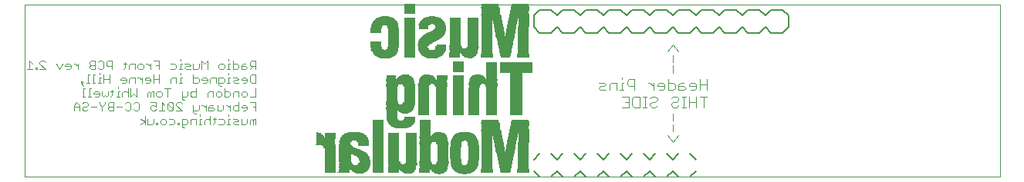
<source format=gbo>
G75*
%MOIN*%
%OFA0B0*%
%FSLAX25Y25*%
%IPPOS*%
%LPD*%
%AMOC8*
5,1,8,0,0,1.08239X$1,22.5*
%
%ADD10C,0.00100*%
%ADD11C,0.00300*%
%ADD12C,0.00400*%
%ADD13C,0.00800*%
%ADD14R,0.01824X0.00076*%
%ADD15R,0.01216X0.00076*%
%ADD16R,0.03116X0.00076*%
%ADD17R,0.02052X0.00076*%
%ADD18R,0.03952X0.00076*%
%ADD19R,0.02584X0.00076*%
%ADD20R,0.01292X0.00076*%
%ADD21R,0.01368X0.00076*%
%ADD22R,0.04560X0.00076*%
%ADD23R,0.03040X0.00076*%
%ADD24R,0.02204X0.00076*%
%ADD25R,0.02280X0.00076*%
%ADD26R,0.05092X0.00076*%
%ADD27R,0.03420X0.00076*%
%ADD28R,0.02736X0.00076*%
%ADD29R,0.02964X0.00076*%
%ADD30R,0.05548X0.00076*%
%ADD31R,0.03724X0.00076*%
%ADD32R,0.03192X0.00076*%
%ADD33R,0.03420X0.00076*%
%ADD34R,0.05016X0.00076*%
%ADD35R,0.04104X0.00076*%
%ADD36R,0.05928X0.00076*%
%ADD37R,0.04028X0.00076*%
%ADD38R,0.04408X0.00076*%
%ADD39R,0.03572X0.00076*%
%ADD40R,0.04484X0.00076*%
%ADD41R,0.04788X0.00076*%
%ADD42R,0.03876X0.00076*%
%ADD43R,0.05016X0.00076*%
%ADD44R,0.05016X0.00076*%
%ADD45R,0.04104X0.00076*%
%ADD46R,0.06308X0.00076*%
%ADD47R,0.04332X0.00076*%
%ADD48R,0.04408X0.00076*%
%ADD49R,0.03876X0.00076*%
%ADD50R,0.04484X0.00076*%
%ADD51R,0.04788X0.00076*%
%ADD52R,0.04256X0.00076*%
%ADD53R,0.04940X0.00076*%
%ADD54R,0.06688X0.00076*%
%ADD55R,0.04636X0.00076*%
%ADD56R,0.04180X0.00076*%
%ADD57R,0.04256X0.00076*%
%ADD58R,0.06916X0.00076*%
%ADD59R,0.04484X0.00076*%
%ADD60R,0.04864X0.00076*%
%ADD61R,0.04940X0.00076*%
%ADD62R,0.07220X0.00076*%
%ADD63R,0.04712X0.00076*%
%ADD64R,0.07448X0.00076*%
%ADD65R,0.05244X0.00076*%
%ADD66R,0.04864X0.00076*%
%ADD67R,0.05396X0.00076*%
%ADD68R,0.07752X0.00076*%
%ADD69R,0.05092X0.00076*%
%ADD70R,0.04864X0.00076*%
%ADD71R,0.07904X0.00076*%
%ADD72R,0.05548X0.00076*%
%ADD73R,0.05320X0.00076*%
%ADD74R,0.05852X0.00076*%
%ADD75R,0.04864X0.00076*%
%ADD76R,0.08132X0.00076*%
%ADD77R,0.05776X0.00076*%
%ADD78R,0.05472X0.00076*%
%ADD79R,0.06080X0.00076*%
%ADD80R,0.08360X0.00076*%
%ADD81R,0.05928X0.00076*%
%ADD82R,0.05548X0.00076*%
%ADD83R,0.06232X0.00076*%
%ADD84R,0.08512X0.00076*%
%ADD85R,0.06080X0.00076*%
%ADD86R,0.05776X0.00076*%
%ADD87R,0.06460X0.00076*%
%ADD88R,0.08664X0.00076*%
%ADD89R,0.06612X0.00076*%
%ADD90R,0.04560X0.00076*%
%ADD91R,0.08816X0.00076*%
%ADD92R,0.06384X0.00076*%
%ADD93R,0.06080X0.00076*%
%ADD94R,0.06764X0.00076*%
%ADD95R,0.08968X0.00076*%
%ADD96R,0.06460X0.00076*%
%ADD97R,0.06916X0.00076*%
%ADD98R,0.04560X0.00076*%
%ADD99R,0.09120X0.00076*%
%ADD100R,0.06536X0.00076*%
%ADD101R,0.06308X0.00076*%
%ADD102R,0.07144X0.00076*%
%ADD103R,0.09272X0.00076*%
%ADD104R,0.06688X0.00076*%
%ADD105R,0.07296X0.00076*%
%ADD106R,0.09424X0.00076*%
%ADD107R,0.06840X0.00076*%
%ADD108R,0.06536X0.00076*%
%ADD109R,0.07372X0.00076*%
%ADD110R,0.04712X0.00076*%
%ADD111R,0.09576X0.00076*%
%ADD112R,0.06916X0.00076*%
%ADD113R,0.06612X0.00076*%
%ADD114R,0.07524X0.00076*%
%ADD115R,0.09728X0.00076*%
%ADD116R,0.06992X0.00076*%
%ADD117R,0.07676X0.00076*%
%ADD118R,0.09804X0.00076*%
%ADD119R,0.07144X0.00076*%
%ADD120R,0.07828X0.00076*%
%ADD121R,0.09880X0.00076*%
%ADD122R,0.07220X0.00076*%
%ADD123R,0.06992X0.00076*%
%ADD124R,0.12768X0.00076*%
%ADD125R,0.10032X0.00076*%
%ADD126R,0.07372X0.00076*%
%ADD127R,0.07068X0.00076*%
%ADD128R,0.12844X0.00076*%
%ADD129R,0.10108X0.00076*%
%ADD130R,0.07144X0.00076*%
%ADD131R,0.12844X0.00076*%
%ADD132R,0.10184X0.00076*%
%ADD133R,0.07448X0.00076*%
%ADD134R,0.12920X0.00076*%
%ADD135R,0.10336X0.00076*%
%ADD136R,0.07524X0.00076*%
%ADD137R,0.10336X0.00076*%
%ADD138R,0.12008X0.00076*%
%ADD139R,0.07372X0.00076*%
%ADD140R,0.12996X0.00076*%
%ADD141R,0.10488X0.00076*%
%ADD142R,0.12084X0.00076*%
%ADD143R,0.12920X0.00076*%
%ADD144R,0.05016X0.00076*%
%ADD145R,0.10564X0.00076*%
%ADD146R,0.12996X0.00076*%
%ADD147R,0.10640X0.00076*%
%ADD148R,0.12084X0.00076*%
%ADD149R,0.10716X0.00076*%
%ADD150R,0.12160X0.00076*%
%ADD151R,0.13072X0.00076*%
%ADD152R,0.10792X0.00076*%
%ADD153R,0.05168X0.00076*%
%ADD154R,0.10868X0.00076*%
%ADD155R,0.12160X0.00076*%
%ADD156R,0.13148X0.00076*%
%ADD157R,0.05168X0.00076*%
%ADD158R,0.10944X0.00076*%
%ADD159R,0.12236X0.00076*%
%ADD160R,0.12160X0.00076*%
%ADD161R,0.13148X0.00076*%
%ADD162R,0.10944X0.00076*%
%ADD163R,0.12236X0.00076*%
%ADD164R,0.11096X0.00076*%
%ADD165R,0.13224X0.00076*%
%ADD166R,0.11096X0.00076*%
%ADD167R,0.12312X0.00076*%
%ADD168R,0.13224X0.00076*%
%ADD169R,0.05320X0.00076*%
%ADD170R,0.11172X0.00076*%
%ADD171R,0.12312X0.00076*%
%ADD172R,0.11248X0.00076*%
%ADD173R,0.13300X0.00076*%
%ADD174R,0.11400X0.00076*%
%ADD175R,0.13224X0.00076*%
%ADD176R,0.11400X0.00076*%
%ADD177R,0.12388X0.00076*%
%ADD178R,0.13224X0.00076*%
%ADD179R,0.05472X0.00076*%
%ADD180R,0.05244X0.00076*%
%ADD181R,0.05244X0.00076*%
%ADD182R,0.12388X0.00076*%
%ADD183R,0.13300X0.00076*%
%ADD184R,0.05624X0.00076*%
%ADD185R,0.05624X0.00076*%
%ADD186R,0.06004X0.00076*%
%ADD187R,0.05396X0.00076*%
%ADD188R,0.05624X0.00076*%
%ADD189R,0.06156X0.00076*%
%ADD190R,0.05852X0.00076*%
%ADD191R,0.04788X0.00076*%
%ADD192R,0.05472X0.00076*%
%ADD193R,0.05396X0.00076*%
%ADD194R,0.05168X0.00076*%
%ADD195R,0.05700X0.00076*%
%ADD196R,0.04788X0.00076*%
%ADD197R,0.05168X0.00076*%
%ADD198R,0.05624X0.00076*%
%ADD199R,0.05776X0.00076*%
%ADD200R,0.05244X0.00076*%
%ADD201R,0.04712X0.00076*%
%ADD202R,0.05320X0.00076*%
%ADD203R,0.04712X0.00076*%
%ADD204R,0.05092X0.00076*%
%ADD205R,0.05092X0.00076*%
%ADD206R,0.06232X0.00076*%
%ADD207R,0.06232X0.00076*%
%ADD208R,0.06384X0.00076*%
%ADD209R,0.06688X0.00076*%
%ADD210R,0.06840X0.00076*%
%ADD211R,0.06840X0.00076*%
%ADD212R,0.04940X0.00076*%
%ADD213R,0.06992X0.00076*%
%ADD214R,0.05396X0.00076*%
%ADD215R,0.07296X0.00076*%
%ADD216R,0.07296X0.00076*%
%ADD217R,0.05700X0.00076*%
%ADD218R,0.06004X0.00076*%
%ADD219R,0.03648X0.00076*%
%ADD220R,0.03648X0.00076*%
%ADD221R,0.06688X0.00076*%
%ADD222R,0.11856X0.00076*%
%ADD223R,0.11780X0.00076*%
%ADD224R,0.03724X0.00076*%
%ADD225R,0.11628X0.00076*%
%ADD226R,0.11552X0.00076*%
%ADD227R,0.11476X0.00076*%
%ADD228R,0.03648X0.00076*%
%ADD229R,0.03724X0.00076*%
%ADD230R,0.11248X0.00076*%
%ADD231R,0.03724X0.00076*%
%ADD232R,0.11020X0.00076*%
%ADD233R,0.03800X0.00076*%
%ADD234R,0.10412X0.00076*%
%ADD235R,0.10260X0.00076*%
%ADD236R,0.09956X0.00076*%
%ADD237R,0.03800X0.00076*%
%ADD238R,0.09804X0.00076*%
%ADD239R,0.09652X0.00076*%
%ADD240R,0.09500X0.00076*%
%ADD241R,0.09272X0.00076*%
%ADD242R,0.09120X0.00076*%
%ADD243R,0.08892X0.00076*%
%ADD244R,0.08284X0.00076*%
%ADD245R,0.08056X0.00076*%
%ADD246R,0.07828X0.00076*%
%ADD247R,0.03876X0.00076*%
%ADD248R,0.03876X0.00076*%
%ADD249R,0.06384X0.00076*%
%ADD250R,0.06156X0.00076*%
%ADD251R,0.03952X0.00076*%
%ADD252R,0.03952X0.00076*%
%ADD253R,0.04940X0.00076*%
%ADD254R,0.05776X0.00076*%
%ADD255R,0.00228X0.00076*%
%ADD256R,0.06384X0.00076*%
%ADD257R,0.00760X0.00076*%
%ADD258R,0.04028X0.00076*%
%ADD259R,0.03952X0.00076*%
%ADD260R,0.08284X0.00076*%
%ADD261R,0.04028X0.00076*%
%ADD262R,0.04028X0.00076*%
%ADD263R,0.04636X0.00076*%
%ADD264R,0.05548X0.00076*%
%ADD265R,0.05852X0.00076*%
%ADD266R,0.05320X0.00076*%
%ADD267R,0.12160X0.00076*%
%ADD268R,0.11324X0.00076*%
%ADD269R,0.11172X0.00076*%
%ADD270R,0.12008X0.00076*%
%ADD271R,0.12084X0.00076*%
%ADD272R,0.12008X0.00076*%
%ADD273R,0.11932X0.00076*%
%ADD274R,0.11932X0.00076*%
%ADD275R,0.11856X0.00076*%
%ADD276R,0.10640X0.00076*%
%ADD277R,0.11856X0.00076*%
%ADD278R,0.11628X0.00076*%
%ADD279R,0.11552X0.00076*%
%ADD280R,0.03496X0.00076*%
%ADD281R,0.10108X0.00076*%
%ADD282R,0.11780X0.00076*%
%ADD283R,0.11248X0.00076*%
%ADD284R,0.03420X0.00076*%
%ADD285R,0.10032X0.00076*%
%ADD286R,0.11704X0.00076*%
%ADD287R,0.03344X0.00076*%
%ADD288R,0.03268X0.00076*%
%ADD289R,0.06764X0.00076*%
%ADD290R,0.09728X0.00076*%
%ADD291R,0.10792X0.00076*%
%ADD292R,0.03116X0.00076*%
%ADD293R,0.09576X0.00076*%
%ADD294R,0.10412X0.00076*%
%ADD295R,0.02964X0.00076*%
%ADD296R,0.09120X0.00076*%
%ADD297R,0.02888X0.00076*%
%ADD298R,0.02812X0.00076*%
%ADD299R,0.09880X0.00076*%
%ADD300R,0.04560X0.00076*%
%ADD301R,0.08664X0.00076*%
%ADD302R,0.02660X0.00076*%
%ADD303R,0.08512X0.00076*%
%ADD304R,0.02584X0.00076*%
%ADD305R,0.09348X0.00076*%
%ADD306R,0.02432X0.00076*%
%ADD307R,0.08056X0.00076*%
%ADD308R,0.09120X0.00076*%
%ADD309R,0.02356X0.00076*%
%ADD310R,0.07904X0.00076*%
%ADD311R,0.08588X0.00076*%
%ADD312R,0.02128X0.00076*%
%ADD313R,0.08436X0.00076*%
%ADD314R,0.08132X0.00076*%
%ADD315R,0.01900X0.00076*%
%ADD316R,0.06916X0.00076*%
%ADD317R,0.07828X0.00076*%
%ADD318R,0.01824X0.00076*%
%ADD319R,0.01672X0.00076*%
%ADD320R,0.04104X0.00076*%
%ADD321R,0.07068X0.00076*%
%ADD322R,0.01520X0.00076*%
%ADD323R,0.01368X0.00076*%
%ADD324R,0.03496X0.00076*%
%ADD325R,0.01140X0.00076*%
%ADD326R,0.03192X0.00076*%
%ADD327R,0.00912X0.00076*%
%ADD328R,0.02660X0.00076*%
%ADD329R,0.00684X0.00076*%
%ADD330R,0.02128X0.00076*%
%ADD331R,0.04408X0.00076*%
%ADD332R,0.00304X0.00076*%
%ADD333R,0.08588X0.00076*%
%ADD334R,0.08512X0.00076*%
%ADD335R,0.01292X0.00076*%
%ADD336R,0.08588X0.00076*%
%ADD337R,0.08512X0.00076*%
%ADD338R,0.08436X0.00076*%
%ADD339R,0.08360X0.00076*%
%ADD340R,0.08284X0.00076*%
%ADD341R,0.08284X0.00076*%
%ADD342R,0.08208X0.00076*%
%ADD343R,0.08208X0.00076*%
%ADD344R,0.01976X0.00076*%
%ADD345R,0.07980X0.00076*%
%ADD346R,0.07980X0.00076*%
%ADD347R,0.07752X0.00076*%
%ADD348R,0.08740X0.00076*%
%ADD349R,0.09196X0.00076*%
%ADD350R,0.09348X0.00076*%
%ADD351R,0.09652X0.00076*%
%ADD352R,0.09804X0.00076*%
%ADD353R,0.09956X0.00076*%
%ADD354R,0.07752X0.00076*%
%ADD355R,0.10336X0.00076*%
%ADD356R,0.10792X0.00076*%
%ADD357R,0.07676X0.00076*%
%ADD358R,0.10868X0.00076*%
%ADD359R,0.10944X0.00076*%
%ADD360R,0.07600X0.00076*%
%ADD361R,0.11324X0.00076*%
%ADD362R,0.07600X0.00076*%
%ADD363R,0.11476X0.00076*%
%ADD364R,0.11704X0.00076*%
%ADD365R,0.11780X0.00076*%
%ADD366R,0.07448X0.00076*%
%ADD367R,0.05472X0.00076*%
%ADD368R,0.01064X0.00076*%
%ADD369R,0.01976X0.00076*%
%ADD370R,0.02888X0.00076*%
%ADD371R,0.03268X0.00076*%
%ADD372R,0.03572X0.00076*%
%ADD373R,0.04180X0.00076*%
%ADD374R,0.04332X0.00076*%
%ADD375R,0.05852X0.00076*%
%ADD376R,0.06612X0.00076*%
%ADD377R,0.11552X0.00076*%
%ADD378R,0.11704X0.00076*%
%ADD379R,0.11780X0.00076*%
%ADD380R,0.11856X0.00076*%
%ADD381R,0.12008X0.00076*%
%ADD382R,0.12236X0.00076*%
%ADD383R,0.12236X0.00076*%
%ADD384R,0.12312X0.00076*%
%ADD385R,0.12312X0.00076*%
%ADD386R,0.12388X0.00076*%
%ADD387R,0.06004X0.00076*%
%ADD388R,0.12388X0.00076*%
%ADD389R,0.12084X0.00076*%
%ADD390R,0.07372X0.00076*%
%ADD391R,0.07524X0.00076*%
%ADD392R,0.07296X0.00076*%
%ADD393R,0.06992X0.00076*%
%ADD394R,0.06612X0.00076*%
%ADD395R,0.06156X0.00076*%
%ADD396R,0.06232X0.00076*%
%ADD397R,0.04180X0.00076*%
%ADD398R,0.04104X0.00076*%
%ADD399R,0.02736X0.00076*%
%ADD400R,0.02888X0.00076*%
%ADD401R,0.02204X0.00076*%
%ADD402R,0.02508X0.00076*%
%ADD403R,0.01292X0.00076*%
%ADD404R,0.01900X0.00076*%
%ADD405R,0.01140X0.00076*%
%ADD406R,0.14136X0.00076*%
%ADD407R,0.14136X0.00076*%
%ADD408R,0.02204X0.00076*%
%ADD409R,0.03572X0.00076*%
%ADD410R,0.07220X0.00076*%
%ADD411R,0.08816X0.00076*%
%ADD412R,0.09044X0.00076*%
%ADD413R,0.06460X0.00076*%
%ADD414R,0.06764X0.00076*%
%ADD415R,0.10260X0.00076*%
%ADD416R,0.10184X0.00076*%
%ADD417R,0.10184X0.00076*%
%ADD418R,0.10412X0.00076*%
%ADD419R,0.10564X0.00076*%
%ADD420R,0.10488X0.00076*%
%ADD421R,0.11020X0.00076*%
%ADD422R,0.11020X0.00076*%
%ADD423R,0.11172X0.00076*%
%ADD424R,0.11324X0.00076*%
%ADD425R,0.11248X0.00076*%
%ADD426R,0.06156X0.00076*%
%ADD427R,0.05928X0.00076*%
%ADD428R,0.04484X0.00076*%
%ADD429R,0.04256X0.00076*%
%ADD430R,0.04408X0.00076*%
%ADD431R,0.04256X0.00076*%
%ADD432R,0.07144X0.00076*%
%ADD433R,0.07524X0.00076*%
%ADD434R,0.07752X0.00076*%
%ADD435R,0.08892X0.00076*%
%ADD436R,0.08816X0.00076*%
%ADD437R,0.08740X0.00076*%
%ADD438R,0.08664X0.00076*%
%ADD439R,0.07980X0.00076*%
%ADD440R,0.06536X0.00076*%
%ADD441R,0.06080X0.00076*%
%ADD442R,0.04180X0.00076*%
%ADD443R,0.04332X0.00076*%
%ADD444R,0.04332X0.00076*%
%ADD445R,0.04636X0.00076*%
%ADD446R,0.10944X0.00076*%
%ADD447R,0.10336X0.00076*%
%ADD448R,0.09728X0.00076*%
%ADD449R,0.09652X0.00076*%
%ADD450R,0.09044X0.00076*%
%ADD451R,0.08208X0.00076*%
%ADD452R,0.07980X0.00076*%
D10*
X0079937Y0048067D02*
X0501197Y0048067D01*
X0501197Y0122870D01*
X0079937Y0122870D01*
X0079937Y0048067D01*
D11*
X0130055Y0070717D02*
X0131906Y0071951D01*
X0130055Y0073186D01*
X0131906Y0074420D02*
X0131906Y0070717D01*
X0133121Y0070717D02*
X0133121Y0073186D01*
X0135589Y0073186D02*
X0135589Y0071334D01*
X0134972Y0070717D01*
X0133121Y0070717D01*
X0136814Y0070717D02*
X0137431Y0070717D01*
X0137431Y0071334D01*
X0136814Y0071334D01*
X0136814Y0070717D01*
X0138645Y0071334D02*
X0138645Y0072569D01*
X0139262Y0073186D01*
X0140497Y0073186D01*
X0141114Y0072569D01*
X0141114Y0071334D01*
X0140497Y0070717D01*
X0139262Y0070717D01*
X0138645Y0071334D01*
X0142328Y0070717D02*
X0144180Y0070717D01*
X0144797Y0071334D01*
X0144797Y0072569D01*
X0144180Y0073186D01*
X0142328Y0073186D01*
X0146022Y0071334D02*
X0146022Y0070717D01*
X0146639Y0070717D01*
X0146639Y0071334D01*
X0146022Y0071334D01*
X0147853Y0070717D02*
X0149705Y0070717D01*
X0150322Y0071334D01*
X0150322Y0072569D01*
X0149705Y0073186D01*
X0147853Y0073186D01*
X0147853Y0070100D01*
X0148470Y0069483D01*
X0149087Y0069483D01*
X0151536Y0070717D02*
X0151536Y0072569D01*
X0152153Y0073186D01*
X0154005Y0073186D01*
X0154005Y0070717D01*
X0155226Y0070717D02*
X0156460Y0070717D01*
X0155843Y0070717D02*
X0155843Y0073186D01*
X0156460Y0073186D01*
X0157675Y0072569D02*
X0157675Y0070717D01*
X0160144Y0070717D02*
X0160144Y0074420D01*
X0159526Y0073186D02*
X0158292Y0073186D01*
X0157675Y0072569D01*
X0159526Y0073186D02*
X0160144Y0072569D01*
X0161365Y0073186D02*
X0162599Y0073186D01*
X0161982Y0073803D02*
X0161982Y0071334D01*
X0161365Y0070717D01*
X0163813Y0070717D02*
X0165665Y0070717D01*
X0166282Y0071334D01*
X0166282Y0072569D01*
X0165665Y0073186D01*
X0163813Y0073186D01*
X0168120Y0073186D02*
X0168120Y0070717D01*
X0167503Y0070717D02*
X0168738Y0070717D01*
X0169952Y0071334D02*
X0170569Y0070717D01*
X0172421Y0070717D01*
X0173635Y0070717D02*
X0173635Y0073186D01*
X0172421Y0072569D02*
X0171804Y0073186D01*
X0169952Y0073186D01*
X0168738Y0073186D02*
X0168120Y0073186D01*
X0168120Y0074420D02*
X0168120Y0075037D01*
X0168738Y0076717D02*
X0168738Y0079186D01*
X0168738Y0077951D02*
X0167503Y0079186D01*
X0166886Y0079186D01*
X0165668Y0079186D02*
X0165668Y0077334D01*
X0165051Y0076717D01*
X0163200Y0076717D01*
X0163200Y0079186D01*
X0161368Y0079186D02*
X0160134Y0079186D01*
X0159516Y0078569D01*
X0159516Y0076717D01*
X0161368Y0076717D01*
X0161985Y0077334D01*
X0161368Y0077951D01*
X0159516Y0077951D01*
X0158302Y0077951D02*
X0157068Y0079186D01*
X0156450Y0079186D01*
X0155233Y0079186D02*
X0155233Y0077334D01*
X0154616Y0076717D01*
X0152764Y0076717D01*
X0152764Y0076100D02*
X0153381Y0075483D01*
X0153998Y0075483D01*
X0152764Y0076100D02*
X0152764Y0079186D01*
X0149087Y0081483D02*
X0148470Y0081483D01*
X0147853Y0082100D01*
X0147853Y0085186D01*
X0150322Y0085186D02*
X0150322Y0083334D01*
X0149705Y0082717D01*
X0147853Y0082717D01*
X0151536Y0083334D02*
X0151536Y0084569D01*
X0152153Y0085186D01*
X0154005Y0085186D01*
X0154005Y0086420D02*
X0154005Y0082717D01*
X0152153Y0082717D01*
X0151536Y0083334D01*
X0158903Y0082717D02*
X0158903Y0084569D01*
X0159520Y0085186D01*
X0161371Y0085186D01*
X0161371Y0082717D01*
X0162586Y0083334D02*
X0162586Y0084569D01*
X0163203Y0085186D01*
X0164437Y0085186D01*
X0165054Y0084569D01*
X0165054Y0083334D01*
X0164437Y0082717D01*
X0163203Y0082717D01*
X0162586Y0083334D01*
X0166269Y0082717D02*
X0168120Y0082717D01*
X0168738Y0083334D01*
X0168738Y0084569D01*
X0168120Y0085186D01*
X0166269Y0085186D01*
X0166269Y0086420D02*
X0166269Y0082717D01*
X0169952Y0082717D02*
X0169952Y0084569D01*
X0170569Y0085186D01*
X0172421Y0085186D01*
X0172421Y0082717D01*
X0173635Y0083334D02*
X0173635Y0084569D01*
X0174252Y0085186D01*
X0175487Y0085186D01*
X0176104Y0084569D01*
X0176104Y0083334D01*
X0175487Y0082717D01*
X0174252Y0082717D01*
X0173635Y0083334D01*
X0177318Y0082717D02*
X0179787Y0082717D01*
X0179787Y0086420D01*
X0179787Y0088717D02*
X0177935Y0088717D01*
X0177318Y0089334D01*
X0177318Y0091803D01*
X0177935Y0092420D01*
X0179787Y0092420D01*
X0179787Y0088717D01*
X0176104Y0089334D02*
X0176104Y0090569D01*
X0175487Y0091186D01*
X0174252Y0091186D01*
X0173635Y0090569D01*
X0173635Y0089951D01*
X0176104Y0089951D01*
X0176104Y0089334D02*
X0175487Y0088717D01*
X0174252Y0088717D01*
X0172421Y0088717D02*
X0170569Y0088717D01*
X0169952Y0089334D01*
X0170569Y0089951D01*
X0171804Y0089951D01*
X0172421Y0090569D01*
X0171804Y0091186D01*
X0169952Y0091186D01*
X0168738Y0091186D02*
X0168120Y0091186D01*
X0168120Y0088717D01*
X0167503Y0088717D02*
X0168738Y0088717D01*
X0166282Y0089334D02*
X0165665Y0088717D01*
X0163813Y0088717D01*
X0163813Y0088100D02*
X0163813Y0091186D01*
X0165665Y0091186D01*
X0166282Y0090569D01*
X0166282Y0089334D01*
X0165048Y0087483D02*
X0164431Y0087483D01*
X0163813Y0088100D01*
X0162599Y0088717D02*
X0162599Y0091186D01*
X0160747Y0091186D01*
X0160130Y0090569D01*
X0160130Y0088717D01*
X0158916Y0089334D02*
X0158299Y0088717D01*
X0157064Y0088717D01*
X0156447Y0089951D02*
X0158916Y0089951D01*
X0158916Y0089334D02*
X0158916Y0090569D01*
X0158299Y0091186D01*
X0157064Y0091186D01*
X0156447Y0090569D01*
X0156447Y0089951D01*
X0155233Y0089334D02*
X0155233Y0090569D01*
X0154616Y0091186D01*
X0152764Y0091186D01*
X0152764Y0092420D02*
X0152764Y0088717D01*
X0154616Y0088717D01*
X0155233Y0089334D01*
X0147866Y0088717D02*
X0146632Y0088717D01*
X0147249Y0088717D02*
X0147249Y0091186D01*
X0147866Y0091186D01*
X0147249Y0092420D02*
X0147249Y0093037D01*
X0147249Y0094717D02*
X0147249Y0097186D01*
X0147866Y0097186D01*
X0149081Y0097186D02*
X0150932Y0097186D01*
X0151550Y0096569D01*
X0150932Y0095951D01*
X0149698Y0095951D01*
X0149081Y0095334D01*
X0149698Y0094717D01*
X0151550Y0094717D01*
X0152764Y0094717D02*
X0152764Y0097186D01*
X0155233Y0097186D02*
X0155233Y0095334D01*
X0154616Y0094717D01*
X0152764Y0094717D01*
X0156447Y0094717D02*
X0156447Y0098420D01*
X0157681Y0097186D01*
X0158916Y0098420D01*
X0158916Y0094717D01*
X0163813Y0095334D02*
X0163813Y0096569D01*
X0164431Y0097186D01*
X0165665Y0097186D01*
X0166282Y0096569D01*
X0166282Y0095334D01*
X0165665Y0094717D01*
X0164431Y0094717D01*
X0163813Y0095334D01*
X0167503Y0094717D02*
X0168738Y0094717D01*
X0168120Y0094717D02*
X0168120Y0097186D01*
X0168738Y0097186D01*
X0169952Y0097186D02*
X0171804Y0097186D01*
X0172421Y0096569D01*
X0172421Y0095334D01*
X0171804Y0094717D01*
X0169952Y0094717D01*
X0169952Y0098420D01*
X0168120Y0098420D02*
X0168120Y0099037D01*
X0173635Y0096569D02*
X0173635Y0094717D01*
X0175487Y0094717D01*
X0176104Y0095334D01*
X0175487Y0095951D01*
X0173635Y0095951D01*
X0173635Y0096569D02*
X0174252Y0097186D01*
X0175487Y0097186D01*
X0177318Y0097803D02*
X0177318Y0096569D01*
X0177935Y0095951D01*
X0179787Y0095951D01*
X0179787Y0094717D02*
X0179787Y0098420D01*
X0177935Y0098420D01*
X0177318Y0097803D01*
X0178553Y0095951D02*
X0177318Y0094717D01*
X0168120Y0093037D02*
X0168120Y0092420D01*
X0147866Y0094717D02*
X0146632Y0094717D01*
X0145411Y0095334D02*
X0144794Y0094717D01*
X0142942Y0094717D01*
X0142942Y0097186D02*
X0144794Y0097186D01*
X0145411Y0096569D01*
X0145411Y0095334D01*
X0147249Y0098420D02*
X0147249Y0099037D01*
X0138045Y0098420D02*
X0135576Y0098420D01*
X0134362Y0097186D02*
X0134362Y0094717D01*
X0134362Y0095951D02*
X0133127Y0097186D01*
X0132510Y0097186D01*
X0131292Y0096569D02*
X0131292Y0095334D01*
X0130675Y0094717D01*
X0129441Y0094717D01*
X0128824Y0095334D01*
X0128824Y0096569D01*
X0129441Y0097186D01*
X0130675Y0097186D01*
X0131292Y0096569D01*
X0127609Y0097186D02*
X0125758Y0097186D01*
X0125140Y0096569D01*
X0125140Y0094717D01*
X0123309Y0095334D02*
X0122692Y0094717D01*
X0123309Y0095334D02*
X0123309Y0097803D01*
X0123926Y0097186D02*
X0122692Y0097186D01*
X0127609Y0097186D02*
X0127609Y0094717D01*
X0135576Y0092420D02*
X0135576Y0088717D01*
X0134362Y0089334D02*
X0133744Y0088717D01*
X0132510Y0088717D01*
X0131893Y0089951D02*
X0134362Y0089951D01*
X0134362Y0089334D02*
X0134362Y0090569D01*
X0133744Y0091186D01*
X0132510Y0091186D01*
X0131893Y0090569D01*
X0131893Y0089951D01*
X0130678Y0089951D02*
X0129444Y0091186D01*
X0128827Y0091186D01*
X0127609Y0091186D02*
X0125758Y0091186D01*
X0125140Y0090569D01*
X0125140Y0088717D01*
X0123926Y0089334D02*
X0123309Y0088717D01*
X0122074Y0088717D01*
X0121457Y0089951D02*
X0123926Y0089951D01*
X0123926Y0089334D02*
X0123926Y0090569D01*
X0123309Y0091186D01*
X0122074Y0091186D01*
X0121457Y0090569D01*
X0121457Y0089951D01*
X0116560Y0090569D02*
X0114091Y0090569D01*
X0112877Y0091186D02*
X0112259Y0091186D01*
X0112259Y0088717D01*
X0111642Y0088717D02*
X0112877Y0088717D01*
X0114091Y0088717D02*
X0114091Y0092420D01*
X0112259Y0092420D02*
X0112259Y0093037D01*
X0112253Y0094717D02*
X0111636Y0095334D01*
X0112253Y0094717D02*
X0113487Y0094717D01*
X0114104Y0095334D01*
X0114104Y0097803D01*
X0113487Y0098420D01*
X0112253Y0098420D01*
X0111636Y0097803D01*
X0110421Y0098420D02*
X0108570Y0098420D01*
X0107952Y0097803D01*
X0107952Y0097186D01*
X0108570Y0096569D01*
X0110421Y0096569D01*
X0110421Y0098420D02*
X0110421Y0094717D01*
X0108570Y0094717D01*
X0107952Y0095334D01*
X0107952Y0095951D01*
X0108570Y0096569D01*
X0103055Y0097186D02*
X0103055Y0094717D01*
X0103055Y0095951D02*
X0101820Y0097186D01*
X0101203Y0097186D01*
X0099986Y0096569D02*
X0099368Y0097186D01*
X0098134Y0097186D01*
X0097517Y0096569D01*
X0097517Y0095951D01*
X0099986Y0095951D01*
X0099986Y0095334D02*
X0099986Y0096569D01*
X0099986Y0095334D02*
X0099368Y0094717D01*
X0098134Y0094717D01*
X0095068Y0094717D02*
X0093834Y0097186D01*
X0096302Y0097186D02*
X0095068Y0094717D01*
X0088936Y0094717D02*
X0086467Y0097186D01*
X0086467Y0097803D01*
X0087085Y0098420D01*
X0088319Y0098420D01*
X0088936Y0097803D01*
X0083411Y0097186D02*
X0082177Y0098420D01*
X0082177Y0094717D01*
X0083411Y0094717D02*
X0080943Y0094717D01*
X0084636Y0094717D02*
X0085253Y0094717D01*
X0085253Y0095334D01*
X0084636Y0095334D01*
X0084636Y0094717D01*
X0086467Y0094717D02*
X0088936Y0094717D01*
X0104276Y0089334D02*
X0104893Y0089334D01*
X0104893Y0088717D01*
X0104276Y0088717D01*
X0104276Y0089334D01*
X0104276Y0088717D02*
X0105510Y0087483D01*
X0105507Y0086420D02*
X0105507Y0082717D01*
X0106124Y0082717D02*
X0104890Y0082717D01*
X0107345Y0082717D02*
X0108580Y0082717D01*
X0107962Y0082717D02*
X0107962Y0086420D01*
X0108580Y0086420D01*
X0110411Y0085186D02*
X0109794Y0084569D01*
X0109794Y0083951D01*
X0112263Y0083951D01*
X0112263Y0083334D02*
X0112263Y0084569D01*
X0111646Y0085186D01*
X0110411Y0085186D01*
X0110411Y0082717D02*
X0111646Y0082717D01*
X0112263Y0083334D01*
X0113477Y0083334D02*
X0113477Y0085186D01*
X0113477Y0083334D02*
X0114094Y0082717D01*
X0114711Y0083334D01*
X0115329Y0082717D01*
X0115946Y0083334D01*
X0115946Y0085186D01*
X0117167Y0085186D02*
X0118401Y0085186D01*
X0117784Y0085803D02*
X0117784Y0083334D01*
X0117167Y0082717D01*
X0119622Y0082717D02*
X0120857Y0082717D01*
X0120240Y0082717D02*
X0120240Y0085186D01*
X0120857Y0085186D01*
X0122071Y0084569D02*
X0122071Y0082717D01*
X0122071Y0084569D02*
X0122688Y0085186D01*
X0123923Y0085186D01*
X0124540Y0084569D01*
X0124540Y0086420D02*
X0124540Y0082717D01*
X0125754Y0082717D02*
X0125754Y0086420D01*
X0128223Y0086420D02*
X0128223Y0082717D01*
X0126989Y0083951D01*
X0125754Y0082717D01*
X0125150Y0080420D02*
X0125768Y0079803D01*
X0125768Y0077334D01*
X0125150Y0076717D01*
X0123916Y0076717D01*
X0123299Y0077334D01*
X0122084Y0078569D02*
X0119616Y0078569D01*
X0118401Y0078569D02*
X0116550Y0078569D01*
X0115933Y0077951D01*
X0115933Y0077334D01*
X0116550Y0076717D01*
X0118401Y0076717D01*
X0118401Y0080420D01*
X0116550Y0080420D01*
X0115933Y0079803D01*
X0115933Y0079186D01*
X0116550Y0078569D01*
X0114718Y0079803D02*
X0113484Y0078569D01*
X0113484Y0076717D01*
X0113484Y0078569D02*
X0112249Y0079803D01*
X0112249Y0080420D01*
X0111035Y0078569D02*
X0108566Y0078569D01*
X0107352Y0079186D02*
X0106735Y0078569D01*
X0105500Y0078569D01*
X0104883Y0077951D01*
X0104883Y0077334D01*
X0105500Y0076717D01*
X0106735Y0076717D01*
X0107352Y0077334D01*
X0103669Y0076717D02*
X0103669Y0079186D01*
X0102434Y0080420D01*
X0101200Y0079186D01*
X0101200Y0076717D01*
X0101200Y0078569D02*
X0103669Y0078569D01*
X0104883Y0079803D02*
X0105500Y0080420D01*
X0106735Y0080420D01*
X0107352Y0079803D01*
X0107352Y0079186D01*
X0114718Y0079803D02*
X0114718Y0080420D01*
X0123299Y0079803D02*
X0123916Y0080420D01*
X0125150Y0080420D01*
X0126982Y0079803D02*
X0127599Y0080420D01*
X0128834Y0080420D01*
X0129451Y0079803D01*
X0129451Y0077334D01*
X0128834Y0076717D01*
X0127599Y0076717D01*
X0126982Y0077334D01*
X0134348Y0077334D02*
X0134965Y0076717D01*
X0136200Y0076717D01*
X0136817Y0077334D01*
X0136817Y0078569D02*
X0135583Y0079186D01*
X0134965Y0079186D01*
X0134348Y0078569D01*
X0134348Y0077334D01*
X0136817Y0078569D02*
X0136817Y0080420D01*
X0134348Y0080420D01*
X0139266Y0080420D02*
X0139266Y0076717D01*
X0140500Y0076717D02*
X0138031Y0076717D01*
X0141715Y0077334D02*
X0142332Y0076717D01*
X0143566Y0076717D01*
X0144183Y0077334D01*
X0141715Y0079803D01*
X0141715Y0077334D01*
X0144183Y0077334D02*
X0144183Y0079803D01*
X0143566Y0080420D01*
X0142332Y0080420D01*
X0141715Y0079803D01*
X0140500Y0079186D02*
X0139266Y0080420D01*
X0145398Y0079803D02*
X0146015Y0080420D01*
X0147249Y0080420D01*
X0147866Y0079803D01*
X0145398Y0079803D02*
X0145398Y0079186D01*
X0147866Y0076717D01*
X0145398Y0076717D01*
X0155843Y0075037D02*
X0155843Y0074420D01*
X0158302Y0076717D02*
X0158302Y0079186D01*
X0169952Y0078569D02*
X0169952Y0077334D01*
X0170569Y0076717D01*
X0172421Y0076717D01*
X0172421Y0080420D01*
X0172421Y0079186D02*
X0170569Y0079186D01*
X0169952Y0078569D01*
X0173635Y0078569D02*
X0174252Y0079186D01*
X0175487Y0079186D01*
X0176104Y0078569D01*
X0176104Y0077334D01*
X0175487Y0076717D01*
X0174252Y0076717D01*
X0173635Y0077951D02*
X0176104Y0077951D01*
X0173635Y0077951D02*
X0173635Y0078569D01*
X0177318Y0080420D02*
X0179787Y0080420D01*
X0179787Y0076717D01*
X0179787Y0078569D02*
X0178553Y0078569D01*
X0179170Y0073186D02*
X0178553Y0072569D01*
X0177935Y0073186D01*
X0177318Y0072569D01*
X0177318Y0070717D01*
X0178553Y0070717D02*
X0178553Y0072569D01*
X0179170Y0073186D02*
X0179787Y0073186D01*
X0179787Y0070717D01*
X0176104Y0071334D02*
X0175487Y0070717D01*
X0173635Y0070717D01*
X0171804Y0071951D02*
X0170569Y0071951D01*
X0169952Y0071334D01*
X0171804Y0071951D02*
X0172421Y0072569D01*
X0176104Y0073186D02*
X0176104Y0071334D01*
X0141721Y0082717D02*
X0141721Y0086420D01*
X0140487Y0086420D02*
X0142956Y0086420D01*
X0142942Y0088717D02*
X0142942Y0090569D01*
X0143559Y0091186D01*
X0145411Y0091186D01*
X0145411Y0088717D01*
X0138045Y0088717D02*
X0138045Y0092420D01*
X0138045Y0094717D02*
X0138045Y0098420D01*
X0138045Y0096569D02*
X0136810Y0096569D01*
X0130678Y0091186D02*
X0130678Y0088717D01*
X0127609Y0088717D02*
X0127609Y0091186D01*
X0135576Y0090569D02*
X0138045Y0090569D01*
X0138655Y0085186D02*
X0137421Y0085186D01*
X0136804Y0084569D01*
X0136804Y0083334D01*
X0137421Y0082717D01*
X0138655Y0082717D01*
X0139272Y0083334D01*
X0139272Y0084569D01*
X0138655Y0085186D01*
X0135589Y0085186D02*
X0135589Y0082717D01*
X0134355Y0082717D02*
X0134355Y0084569D01*
X0133738Y0085186D01*
X0133120Y0084569D01*
X0133120Y0082717D01*
X0134355Y0084569D02*
X0134972Y0085186D01*
X0135589Y0085186D01*
X0120240Y0086420D02*
X0120240Y0087037D01*
X0116560Y0088717D02*
X0116560Y0092420D01*
X0117787Y0094717D02*
X0117787Y0098420D01*
X0115936Y0098420D01*
X0115319Y0097803D01*
X0115319Y0096569D01*
X0115936Y0095951D01*
X0117787Y0095951D01*
X0110421Y0092420D02*
X0109804Y0092420D01*
X0109804Y0088717D01*
X0110421Y0088717D02*
X0109187Y0088717D01*
X0107966Y0088717D02*
X0106731Y0088717D01*
X0107349Y0088717D02*
X0107349Y0092420D01*
X0107966Y0092420D01*
X0106124Y0086420D02*
X0105507Y0086420D01*
D12*
X0327930Y0086534D02*
X0328698Y0087302D01*
X0330232Y0087302D01*
X0331000Y0088069D01*
X0330232Y0088836D01*
X0327930Y0088836D01*
X0327930Y0086534D02*
X0328698Y0085767D01*
X0331000Y0085767D01*
X0332534Y0085767D02*
X0332534Y0088069D01*
X0333302Y0088836D01*
X0335604Y0088836D01*
X0335604Y0085767D01*
X0337138Y0085767D02*
X0338673Y0085767D01*
X0337906Y0085767D02*
X0337906Y0088836D01*
X0338673Y0088836D01*
X0340208Y0088069D02*
X0340975Y0087302D01*
X0343277Y0087302D01*
X0343277Y0085767D02*
X0343277Y0090371D01*
X0340975Y0090371D01*
X0340208Y0089604D01*
X0340208Y0088069D01*
X0337906Y0090371D02*
X0337906Y0091138D01*
X0349415Y0088836D02*
X0350183Y0088836D01*
X0351717Y0087302D01*
X0351717Y0088836D02*
X0351717Y0085767D01*
X0353252Y0087302D02*
X0356321Y0087302D01*
X0356321Y0088069D02*
X0356321Y0086534D01*
X0355554Y0085767D01*
X0354019Y0085767D01*
X0353252Y0087302D02*
X0353252Y0088069D01*
X0354019Y0088836D01*
X0355554Y0088836D01*
X0356321Y0088069D01*
X0357856Y0088836D02*
X0360158Y0088836D01*
X0360925Y0088069D01*
X0360925Y0086534D01*
X0360158Y0085767D01*
X0357856Y0085767D01*
X0357856Y0090371D01*
X0362460Y0088069D02*
X0362460Y0085767D01*
X0364762Y0085767D01*
X0365529Y0086534D01*
X0364762Y0087302D01*
X0362460Y0087302D01*
X0362460Y0088069D02*
X0363227Y0088836D01*
X0364762Y0088836D01*
X0367064Y0088069D02*
X0367064Y0087302D01*
X0370133Y0087302D01*
X0370133Y0088069D02*
X0370133Y0086534D01*
X0369366Y0085767D01*
X0367831Y0085767D01*
X0367064Y0088069D02*
X0367831Y0088836D01*
X0369366Y0088836D01*
X0370133Y0088069D01*
X0371668Y0088069D02*
X0374737Y0088069D01*
X0374737Y0085767D02*
X0374737Y0090371D01*
X0371668Y0090371D02*
X0371668Y0085767D01*
X0371668Y0082871D02*
X0374737Y0082871D01*
X0373202Y0082871D02*
X0373202Y0078267D01*
X0370133Y0078267D02*
X0370133Y0082871D01*
X0367064Y0082871D02*
X0367064Y0078267D01*
X0365529Y0078267D02*
X0363995Y0078267D01*
X0364762Y0078267D02*
X0364762Y0082871D01*
X0365529Y0082871D02*
X0363995Y0082871D01*
X0362460Y0082104D02*
X0361693Y0082871D01*
X0360158Y0082871D01*
X0359391Y0082104D01*
X0360158Y0080569D02*
X0359391Y0079802D01*
X0359391Y0079034D01*
X0360158Y0078267D01*
X0361693Y0078267D01*
X0362460Y0079034D01*
X0361693Y0080569D02*
X0360158Y0080569D01*
X0361693Y0080569D02*
X0362460Y0081336D01*
X0362460Y0082104D01*
X0367064Y0080569D02*
X0370133Y0080569D01*
X0359935Y0075367D02*
X0359935Y0072298D01*
X0359935Y0070763D02*
X0359935Y0067694D01*
X0357633Y0066159D02*
X0359935Y0063090D01*
X0362237Y0066159D01*
X0352485Y0078267D02*
X0353252Y0079034D01*
X0352485Y0078267D02*
X0350950Y0078267D01*
X0350183Y0079034D01*
X0350183Y0079802D01*
X0350950Y0080569D01*
X0352485Y0080569D01*
X0353252Y0081336D01*
X0353252Y0082104D01*
X0352485Y0082871D01*
X0350950Y0082871D01*
X0350183Y0082104D01*
X0348648Y0082871D02*
X0347113Y0082871D01*
X0347881Y0082871D02*
X0347881Y0078267D01*
X0348648Y0078267D02*
X0347113Y0078267D01*
X0345579Y0078267D02*
X0343277Y0078267D01*
X0342510Y0079034D01*
X0342510Y0082104D01*
X0343277Y0082871D01*
X0345579Y0082871D01*
X0345579Y0078267D01*
X0340975Y0078267D02*
X0337906Y0078267D01*
X0339440Y0080569D02*
X0340975Y0080569D01*
X0340975Y0082871D02*
X0340975Y0078267D01*
X0340975Y0082871D02*
X0337906Y0082871D01*
X0359939Y0093267D02*
X0359939Y0096336D01*
X0359939Y0097871D02*
X0359939Y0100940D01*
X0362241Y0102475D02*
X0359939Y0105544D01*
X0357637Y0102475D01*
D13*
X0357437Y0110567D02*
X0352437Y0110567D01*
X0349937Y0113067D01*
X0347437Y0110567D01*
X0342437Y0110567D01*
X0339937Y0113067D01*
X0337437Y0110567D01*
X0332437Y0110567D01*
X0329937Y0113067D01*
X0327437Y0110567D01*
X0322437Y0110567D01*
X0319937Y0113067D01*
X0317437Y0110567D01*
X0312437Y0110567D01*
X0309937Y0113067D01*
X0307437Y0110567D01*
X0302437Y0110567D01*
X0299937Y0113067D01*
X0299937Y0118067D01*
X0302437Y0120567D01*
X0307437Y0120567D01*
X0309937Y0118067D01*
X0312437Y0120567D01*
X0317437Y0120567D01*
X0319937Y0118067D01*
X0322437Y0120567D01*
X0327437Y0120567D01*
X0329937Y0118067D01*
X0332437Y0120567D01*
X0337437Y0120567D01*
X0339937Y0118067D01*
X0342437Y0120567D01*
X0347437Y0120567D01*
X0349937Y0118067D01*
X0352437Y0120567D01*
X0357437Y0120567D01*
X0359937Y0118067D01*
X0362437Y0120567D01*
X0367437Y0120567D01*
X0369937Y0118067D01*
X0372437Y0120567D01*
X0377437Y0120567D01*
X0379937Y0118067D01*
X0382437Y0120567D01*
X0387437Y0120567D01*
X0389937Y0118067D01*
X0392437Y0120567D01*
X0397437Y0120567D01*
X0399937Y0118067D01*
X0402437Y0120567D01*
X0407437Y0120567D01*
X0409937Y0118067D01*
X0409937Y0113067D01*
X0407437Y0110567D01*
X0402437Y0110567D01*
X0399937Y0113067D01*
X0397437Y0110567D01*
X0392437Y0110567D01*
X0389937Y0113067D01*
X0387437Y0110567D01*
X0382437Y0110567D01*
X0379937Y0113067D01*
X0377437Y0110567D01*
X0372437Y0110567D01*
X0369937Y0113067D01*
X0367437Y0110567D01*
X0362437Y0110567D01*
X0359937Y0113067D01*
X0357437Y0110567D01*
X0357437Y0058067D02*
X0359937Y0055567D01*
X0362437Y0058067D01*
X0367437Y0058067D02*
X0369937Y0055567D01*
X0369937Y0050567D02*
X0367437Y0048067D01*
X0362437Y0048067D02*
X0359937Y0050567D01*
X0357437Y0048067D01*
X0352437Y0048067D02*
X0349937Y0050567D01*
X0347437Y0048067D01*
X0342437Y0048067D02*
X0339937Y0050567D01*
X0337437Y0048067D01*
X0332437Y0048067D02*
X0329937Y0050567D01*
X0327437Y0048067D01*
X0322437Y0048067D02*
X0319937Y0050567D01*
X0317437Y0048067D01*
X0312437Y0048067D02*
X0309937Y0050567D01*
X0307437Y0048067D01*
X0302437Y0048067D02*
X0299937Y0050567D01*
X0299937Y0055567D02*
X0302437Y0058067D01*
X0307437Y0058067D02*
X0309937Y0055567D01*
X0312437Y0058067D01*
X0317437Y0058067D02*
X0319937Y0055567D01*
X0322437Y0058067D01*
X0327437Y0058067D02*
X0329937Y0055567D01*
X0332437Y0058067D01*
X0337437Y0058067D02*
X0339937Y0055567D01*
X0342437Y0058067D01*
X0347437Y0058067D02*
X0349937Y0055567D01*
X0352437Y0058067D01*
D14*
X0270031Y0049215D03*
X0270031Y0067227D03*
X0235527Y0099375D03*
X0235527Y0117387D03*
X0255971Y0117387D03*
D15*
X0258859Y0049215D03*
D16*
X0270069Y0049291D03*
X0207597Y0065479D03*
X0235565Y0099451D03*
X0235565Y0117311D03*
D17*
X0207065Y0066391D03*
X0258897Y0049291D03*
D18*
X0270031Y0049367D03*
X0285003Y0061603D03*
X0284775Y0062971D03*
X0284699Y0063199D03*
X0284471Y0064263D03*
X0284395Y0064567D03*
X0284395Y0064871D03*
X0284243Y0065403D03*
X0284167Y0065935D03*
X0283939Y0066771D03*
X0283939Y0066999D03*
X0290931Y0065631D03*
X0290171Y0061831D03*
X0290171Y0061603D03*
X0290095Y0061299D03*
X0290095Y0111535D03*
X0290171Y0111763D03*
X0290171Y0112067D03*
X0285003Y0111763D03*
X0284775Y0112903D03*
X0284775Y0113131D03*
X0284699Y0113435D03*
X0284471Y0114499D03*
X0284395Y0114803D03*
X0284395Y0115031D03*
X0284243Y0115563D03*
X0284167Y0115867D03*
X0283939Y0116931D03*
X0291007Y0116171D03*
X0291235Y0117235D03*
D19*
X0258859Y0049367D03*
D20*
X0245673Y0049367D03*
D21*
X0224887Y0049367D03*
D22*
X0224811Y0049823D03*
X0270031Y0049443D03*
X0279607Y0065859D03*
X0279607Y0066011D03*
X0279607Y0066087D03*
X0279607Y0066239D03*
X0279607Y0066315D03*
X0279607Y0066391D03*
X0279607Y0066543D03*
X0279607Y0066619D03*
X0279607Y0066695D03*
X0279607Y0066847D03*
X0279607Y0066923D03*
X0279607Y0067075D03*
X0295567Y0067075D03*
X0295567Y0066923D03*
X0295567Y0066847D03*
X0295567Y0066695D03*
X0295567Y0066619D03*
X0295567Y0066543D03*
X0295567Y0066391D03*
X0295567Y0066315D03*
X0295567Y0066239D03*
X0295567Y0066087D03*
X0295567Y0066011D03*
X0295567Y0065859D03*
X0258859Y0066543D03*
X0259695Y0103555D03*
X0252399Y0103175D03*
X0252247Y0105075D03*
X0231803Y0111915D03*
X0235527Y0117159D03*
X0259391Y0113891D03*
X0279607Y0116019D03*
X0279607Y0116095D03*
X0279607Y0116247D03*
X0279607Y0116323D03*
X0279607Y0116475D03*
X0279607Y0116551D03*
X0279607Y0116627D03*
X0279607Y0116779D03*
X0279607Y0116855D03*
X0279607Y0117007D03*
X0279607Y0117083D03*
X0279607Y0117159D03*
X0295567Y0117159D03*
X0295567Y0117083D03*
X0295567Y0117007D03*
X0295567Y0116855D03*
X0295567Y0116779D03*
X0295567Y0116627D03*
X0295567Y0116551D03*
X0295567Y0116475D03*
X0295567Y0116323D03*
X0295567Y0116247D03*
X0295567Y0116095D03*
X0295567Y0116019D03*
D23*
X0256047Y0099451D03*
X0270031Y0067151D03*
X0258859Y0049443D03*
X0207559Y0065555D03*
D24*
X0245673Y0049443D03*
X0275617Y0092079D03*
D25*
X0207179Y0066239D03*
X0224887Y0049443D03*
D26*
X0224773Y0049975D03*
X0226749Y0053547D03*
X0218465Y0054611D03*
X0218465Y0054687D03*
X0218465Y0054839D03*
X0218465Y0054915D03*
X0218465Y0054991D03*
X0211777Y0060615D03*
X0211777Y0060691D03*
X0218465Y0061679D03*
X0226065Y0063351D03*
X0226141Y0063275D03*
X0239137Y0072319D03*
X0238681Y0079995D03*
X0238681Y0087443D03*
X0238681Y0087519D03*
X0245977Y0087823D03*
X0274401Y0088051D03*
X0281697Y0087291D03*
X0272045Y0100287D03*
X0273413Y0103707D03*
X0259201Y0102795D03*
X0235565Y0099679D03*
X0232297Y0103023D03*
X0232373Y0113739D03*
X0235565Y0117083D03*
X0239593Y0054307D03*
X0258897Y0049975D03*
X0260493Y0053775D03*
X0260493Y0053851D03*
X0260569Y0053927D03*
X0266801Y0052939D03*
X0273261Y0052939D03*
X0270069Y0049519D03*
D27*
X0258897Y0049519D03*
D28*
X0245635Y0049519D03*
X0207407Y0065859D03*
X0272159Y0099679D03*
D29*
X0255933Y0117311D03*
X0224849Y0049519D03*
D30*
X0224773Y0050127D03*
X0270069Y0049595D03*
X0238909Y0079387D03*
X0238909Y0088051D03*
X0235565Y0099755D03*
X0281469Y0088051D03*
D31*
X0285649Y0108115D03*
X0285649Y0108191D03*
X0285649Y0108343D03*
X0285497Y0108875D03*
X0285497Y0108951D03*
X0285497Y0109027D03*
X0285497Y0109179D03*
X0285421Y0109407D03*
X0285421Y0109483D03*
X0289525Y0108343D03*
X0289525Y0108191D03*
X0289525Y0108115D03*
X0289677Y0108951D03*
X0289677Y0109027D03*
X0289677Y0109179D03*
X0289753Y0109483D03*
X0289753Y0059323D03*
X0289677Y0059019D03*
X0289677Y0058943D03*
X0289677Y0058791D03*
X0289525Y0058183D03*
X0289525Y0058107D03*
X0289525Y0057955D03*
X0285649Y0057955D03*
X0285649Y0058107D03*
X0285649Y0058183D03*
X0285497Y0058715D03*
X0285497Y0058791D03*
X0285497Y0058943D03*
X0285497Y0059019D03*
X0285421Y0059247D03*
X0285421Y0059323D03*
X0258897Y0049595D03*
D32*
X0245635Y0049595D03*
X0207635Y0065327D03*
D33*
X0207749Y0065023D03*
X0224849Y0049595D03*
D34*
X0226331Y0056435D03*
X0260607Y0054231D03*
X0279835Y0050963D03*
X0279835Y0050735D03*
X0279835Y0050431D03*
X0279835Y0050203D03*
X0279835Y0049899D03*
X0279835Y0049671D03*
X0295339Y0049671D03*
X0295339Y0049899D03*
X0295339Y0050203D03*
X0295339Y0050431D03*
X0295339Y0050735D03*
X0295339Y0050963D03*
X0246167Y0080071D03*
X0238643Y0080299D03*
X0238643Y0087063D03*
X0274363Y0087899D03*
X0281735Y0087063D03*
X0279835Y0099831D03*
X0279835Y0100135D03*
X0279835Y0100363D03*
X0279835Y0100667D03*
X0279835Y0100971D03*
X0279835Y0101199D03*
X0295339Y0101199D03*
X0295339Y0100971D03*
X0295339Y0100667D03*
X0295339Y0100363D03*
X0295339Y0100135D03*
X0295339Y0099831D03*
D35*
X0287587Y0099831D03*
X0287587Y0049671D03*
D36*
X0287587Y0054003D03*
X0287587Y0054231D03*
X0270031Y0049671D03*
X0258859Y0065935D03*
X0270031Y0066771D03*
X0218883Y0053167D03*
X0239099Y0088203D03*
X0235527Y0099831D03*
X0256047Y0099831D03*
X0272007Y0100667D03*
X0287587Y0104163D03*
X0235527Y0116931D03*
D37*
X0290361Y0113131D03*
X0290361Y0112903D03*
X0290437Y0113435D03*
X0290513Y0113663D03*
X0290665Y0114499D03*
X0290741Y0114803D03*
X0290741Y0115031D03*
X0290817Y0115335D03*
X0290893Y0115563D03*
X0290969Y0115867D03*
X0291045Y0116399D03*
X0291197Y0116931D03*
X0291197Y0066999D03*
X0291197Y0066771D03*
X0291045Y0066163D03*
X0290969Y0065935D03*
X0290893Y0065403D03*
X0290817Y0065099D03*
X0290741Y0064871D03*
X0290741Y0064567D03*
X0290665Y0064263D03*
X0290513Y0063731D03*
X0290513Y0063503D03*
X0290437Y0063199D03*
X0290361Y0062971D03*
X0290209Y0062135D03*
X0258897Y0049671D03*
D38*
X0252779Y0049671D03*
X0252779Y0049899D03*
X0252779Y0050203D03*
X0252779Y0050431D03*
X0252779Y0050735D03*
X0252779Y0050963D03*
X0252779Y0051267D03*
X0287587Y0050431D03*
X0287587Y0050203D03*
X0212119Y0064567D03*
X0212119Y0064871D03*
X0212119Y0065099D03*
X0212119Y0065403D03*
X0212119Y0065631D03*
X0212119Y0065935D03*
X0212119Y0066163D03*
X0212119Y0066467D03*
X0212119Y0066771D03*
X0287587Y0100363D03*
X0287587Y0100667D03*
X0259847Y0104163D03*
X0252323Y0103403D03*
X0259695Y0112903D03*
X0259619Y0113435D03*
D39*
X0207825Y0064871D03*
X0245597Y0049671D03*
D40*
X0239289Y0049671D03*
X0239289Y0049899D03*
X0239289Y0050203D03*
X0239289Y0050431D03*
X0239289Y0050735D03*
X0239289Y0050963D03*
X0239289Y0051267D03*
X0239289Y0051571D03*
X0260189Y0090103D03*
X0260189Y0090331D03*
X0260189Y0090635D03*
X0260189Y0090863D03*
X0260189Y0091167D03*
X0260189Y0091471D03*
X0260189Y0091699D03*
X0256085Y0099603D03*
X0265813Y0099831D03*
X0265813Y0100135D03*
X0265813Y0100363D03*
X0265813Y0100667D03*
X0265813Y0100971D03*
X0265813Y0101199D03*
X0265813Y0101503D03*
X0265813Y0101731D03*
X0259657Y0112599D03*
X0252589Y0113967D03*
D41*
X0239289Y0112067D03*
X0239061Y0113131D03*
X0232145Y0113435D03*
X0231917Y0103935D03*
X0231993Y0103631D03*
X0239061Y0103631D03*
X0239289Y0104771D03*
X0239289Y0104999D03*
X0252361Y0105303D03*
X0267257Y0097703D03*
X0267257Y0097399D03*
X0267257Y0097171D03*
X0267257Y0096867D03*
X0267257Y0096563D03*
X0267257Y0096335D03*
X0267257Y0096031D03*
X0267257Y0095803D03*
X0267257Y0095499D03*
X0267257Y0095271D03*
X0267257Y0094967D03*
X0267257Y0094663D03*
X0267257Y0094435D03*
X0267257Y0094131D03*
X0267257Y0093903D03*
X0267257Y0093599D03*
X0267257Y0091699D03*
X0267257Y0091471D03*
X0267257Y0091167D03*
X0267257Y0090863D03*
X0267257Y0090635D03*
X0267257Y0090331D03*
X0267257Y0090103D03*
X0267257Y0089799D03*
X0267257Y0089571D03*
X0267257Y0089267D03*
X0267257Y0088963D03*
X0267257Y0088735D03*
X0267257Y0088431D03*
X0267257Y0088203D03*
X0267257Y0087899D03*
X0267257Y0087671D03*
X0267257Y0087367D03*
X0267257Y0087063D03*
X0267257Y0086835D03*
X0267257Y0086531D03*
X0267257Y0086303D03*
X0267257Y0085999D03*
X0267257Y0085771D03*
X0267257Y0085467D03*
X0267257Y0085163D03*
X0267257Y0084935D03*
X0267257Y0084631D03*
X0267257Y0084403D03*
X0267257Y0084099D03*
X0267257Y0083871D03*
X0267257Y0083567D03*
X0267257Y0083263D03*
X0267257Y0083035D03*
X0267257Y0082731D03*
X0267257Y0082503D03*
X0267257Y0082199D03*
X0267257Y0081971D03*
X0267257Y0081667D03*
X0267257Y0081363D03*
X0267257Y0081135D03*
X0267257Y0080831D03*
X0267257Y0080603D03*
X0267257Y0080299D03*
X0267257Y0080071D03*
X0267257Y0079767D03*
X0267257Y0079463D03*
X0267257Y0079235D03*
X0267257Y0078931D03*
X0267257Y0078703D03*
X0267257Y0078399D03*
X0267257Y0078171D03*
X0267257Y0077867D03*
X0267257Y0077563D03*
X0267257Y0077335D03*
X0267257Y0077031D03*
X0267257Y0076803D03*
X0267257Y0076499D03*
X0267257Y0076271D03*
X0267257Y0075967D03*
X0267257Y0075663D03*
X0267257Y0075435D03*
X0267257Y0075131D03*
X0267257Y0074903D03*
X0281849Y0074903D03*
X0281849Y0075131D03*
X0281849Y0075435D03*
X0281849Y0075663D03*
X0281849Y0075967D03*
X0281849Y0076271D03*
X0281849Y0076499D03*
X0281849Y0076803D03*
X0281849Y0077031D03*
X0281849Y0077335D03*
X0281849Y0077563D03*
X0281849Y0077867D03*
X0281849Y0078171D03*
X0281849Y0078399D03*
X0281849Y0078703D03*
X0281849Y0078931D03*
X0281849Y0079235D03*
X0281849Y0079463D03*
X0281849Y0079767D03*
X0281849Y0080071D03*
X0281849Y0080299D03*
X0281849Y0080603D03*
X0281849Y0080831D03*
X0281849Y0081135D03*
X0281849Y0081363D03*
X0281849Y0081667D03*
X0281849Y0081971D03*
X0281849Y0082199D03*
X0281849Y0082503D03*
X0281849Y0082731D03*
X0281849Y0083035D03*
X0281849Y0083263D03*
X0281849Y0083567D03*
X0281849Y0083871D03*
X0281849Y0084099D03*
X0281849Y0084403D03*
X0281849Y0084631D03*
X0281849Y0084935D03*
X0281849Y0085163D03*
X0281849Y0085467D03*
X0281849Y0085771D03*
X0281849Y0085999D03*
X0281849Y0090331D03*
X0281849Y0090635D03*
X0281849Y0090863D03*
X0281849Y0091167D03*
X0281849Y0091471D03*
X0281849Y0091699D03*
X0281849Y0092003D03*
X0281849Y0092231D03*
X0281849Y0092535D03*
X0281849Y0092763D03*
X0281849Y0093067D03*
X0281849Y0093371D03*
X0281849Y0093599D03*
X0281849Y0093903D03*
X0281849Y0094131D03*
X0281849Y0094435D03*
X0281849Y0094663D03*
X0281849Y0094967D03*
X0281849Y0095271D03*
X0281849Y0095499D03*
X0281849Y0095803D03*
X0281849Y0096031D03*
X0281849Y0096335D03*
X0281849Y0096563D03*
X0281849Y0096867D03*
X0281849Y0097171D03*
X0281849Y0097399D03*
X0279721Y0107203D03*
X0279721Y0107431D03*
X0279721Y0107735D03*
X0279721Y0107963D03*
X0279721Y0108267D03*
X0279721Y0108571D03*
X0279721Y0108799D03*
X0279721Y0109103D03*
X0279721Y0109331D03*
X0279721Y0109635D03*
X0279721Y0109863D03*
X0295453Y0109863D03*
X0295453Y0109635D03*
X0295453Y0109331D03*
X0295453Y0109103D03*
X0295453Y0108799D03*
X0295453Y0108571D03*
X0295453Y0108267D03*
X0295453Y0107963D03*
X0295453Y0107735D03*
X0295453Y0107431D03*
X0295453Y0107203D03*
X0244457Y0091471D03*
X0246281Y0086531D03*
X0246357Y0085163D03*
X0246357Y0084935D03*
X0246357Y0084631D03*
X0246357Y0084403D03*
X0246357Y0084099D03*
X0246357Y0083871D03*
X0246357Y0083567D03*
X0246357Y0083263D03*
X0246357Y0083035D03*
X0246357Y0082731D03*
X0246357Y0082503D03*
X0252361Y0082503D03*
X0252361Y0082731D03*
X0252361Y0083035D03*
X0252361Y0083263D03*
X0252361Y0083567D03*
X0252361Y0083871D03*
X0252361Y0084099D03*
X0252361Y0084403D03*
X0252361Y0084631D03*
X0252361Y0084935D03*
X0252361Y0085163D03*
X0252361Y0085467D03*
X0252361Y0085771D03*
X0252361Y0085999D03*
X0252361Y0086303D03*
X0252361Y0086531D03*
X0238529Y0085467D03*
X0238529Y0085163D03*
X0238529Y0084935D03*
X0238529Y0084631D03*
X0238529Y0084403D03*
X0238529Y0084099D03*
X0238529Y0083871D03*
X0238529Y0083567D03*
X0238529Y0083263D03*
X0238529Y0083035D03*
X0238529Y0082731D03*
X0238529Y0082503D03*
X0238529Y0082199D03*
X0238529Y0081971D03*
X0252361Y0081971D03*
X0252361Y0082199D03*
X0252361Y0081667D03*
X0252361Y0081363D03*
X0252361Y0081135D03*
X0252361Y0080831D03*
X0252361Y0080603D03*
X0252361Y0080299D03*
X0252361Y0080071D03*
X0252361Y0079767D03*
X0252361Y0079463D03*
X0252361Y0079235D03*
X0252361Y0078931D03*
X0252361Y0078703D03*
X0252361Y0078399D03*
X0252361Y0078171D03*
X0252361Y0077867D03*
X0252361Y0077563D03*
X0252361Y0077335D03*
X0252361Y0077031D03*
X0252361Y0076803D03*
X0252361Y0076499D03*
X0252361Y0076271D03*
X0252361Y0075967D03*
X0252361Y0075663D03*
X0252361Y0075435D03*
X0252361Y0075131D03*
X0252361Y0074903D03*
X0246357Y0073231D03*
X0246281Y0073003D03*
X0238757Y0073003D03*
X0238529Y0074903D03*
X0238529Y0075131D03*
X0238529Y0075435D03*
X0238529Y0075663D03*
X0238529Y0075967D03*
X0238529Y0076271D03*
X0238529Y0076499D03*
X0238529Y0076803D03*
X0232753Y0072471D03*
X0232753Y0072167D03*
X0232753Y0071863D03*
X0232753Y0071635D03*
X0232753Y0071331D03*
X0232753Y0071103D03*
X0232753Y0070799D03*
X0232753Y0070571D03*
X0232753Y0070267D03*
X0232753Y0069963D03*
X0232753Y0069735D03*
X0232753Y0069431D03*
X0232753Y0069203D03*
X0232753Y0068899D03*
X0232753Y0068671D03*
X0232753Y0068367D03*
X0232753Y0068063D03*
X0232753Y0067835D03*
X0232753Y0067531D03*
X0232753Y0067303D03*
X0232753Y0066999D03*
X0232753Y0066771D03*
X0232753Y0066467D03*
X0232753Y0066163D03*
X0232753Y0065935D03*
X0232753Y0065631D03*
X0232753Y0065403D03*
X0232753Y0065099D03*
X0232753Y0064871D03*
X0232753Y0064567D03*
X0232753Y0064263D03*
X0232753Y0064035D03*
X0232753Y0063731D03*
X0232753Y0063503D03*
X0232753Y0063199D03*
X0232753Y0062971D03*
X0232753Y0062667D03*
X0232753Y0062363D03*
X0232753Y0062135D03*
X0232753Y0061831D03*
X0232753Y0061603D03*
X0232753Y0061299D03*
X0232753Y0061071D03*
X0232753Y0060767D03*
X0232753Y0060463D03*
X0232753Y0060235D03*
X0232753Y0059931D03*
X0232753Y0059703D03*
X0232753Y0059399D03*
X0232753Y0059171D03*
X0232753Y0058867D03*
X0232753Y0058563D03*
X0232753Y0058335D03*
X0232753Y0058031D03*
X0232753Y0057803D03*
X0232753Y0057499D03*
X0232753Y0057271D03*
X0232753Y0056967D03*
X0232753Y0056663D03*
X0232753Y0056435D03*
X0232753Y0056131D03*
X0232753Y0055903D03*
X0232753Y0055599D03*
X0232753Y0055371D03*
X0232753Y0055067D03*
X0232753Y0054763D03*
X0232753Y0054535D03*
X0232753Y0054231D03*
X0232753Y0054003D03*
X0232753Y0053699D03*
X0232753Y0053471D03*
X0232753Y0053167D03*
X0232753Y0052863D03*
X0232753Y0052635D03*
X0232753Y0052331D03*
X0232753Y0052103D03*
X0232753Y0051799D03*
X0232753Y0051571D03*
X0232753Y0051267D03*
X0232753Y0050963D03*
X0232753Y0050735D03*
X0232753Y0050431D03*
X0232753Y0050203D03*
X0232753Y0049899D03*
X0232753Y0049671D03*
X0226749Y0055599D03*
X0211929Y0055599D03*
X0211929Y0055371D03*
X0211929Y0055067D03*
X0211929Y0054763D03*
X0211929Y0054535D03*
X0211929Y0054231D03*
X0211929Y0054003D03*
X0211929Y0053699D03*
X0211929Y0053471D03*
X0211929Y0053167D03*
X0211929Y0052863D03*
X0211929Y0052635D03*
X0211929Y0052331D03*
X0211929Y0052103D03*
X0211929Y0051799D03*
X0211929Y0051571D03*
X0211929Y0051267D03*
X0211929Y0050963D03*
X0211929Y0050735D03*
X0211929Y0050431D03*
X0211929Y0050203D03*
X0211929Y0049899D03*
X0211929Y0049671D03*
X0211929Y0055903D03*
X0211929Y0056131D03*
X0211929Y0056435D03*
X0211929Y0056663D03*
X0211929Y0056967D03*
X0211929Y0057271D03*
X0211929Y0057499D03*
X0211929Y0057803D03*
X0211929Y0058031D03*
X0211929Y0058335D03*
X0211929Y0058563D03*
X0211929Y0058867D03*
X0226445Y0061603D03*
X0226445Y0061831D03*
X0226445Y0062135D03*
X0247117Y0062135D03*
X0247117Y0062363D03*
X0247117Y0062667D03*
X0247117Y0062971D03*
X0247117Y0063199D03*
X0247117Y0063503D03*
X0247117Y0063731D03*
X0247117Y0064035D03*
X0247117Y0064263D03*
X0247117Y0064567D03*
X0247117Y0064871D03*
X0247117Y0065099D03*
X0247117Y0065403D03*
X0247117Y0065631D03*
X0247117Y0065935D03*
X0247117Y0066163D03*
X0247117Y0066467D03*
X0247117Y0066771D03*
X0258897Y0066467D03*
X0266497Y0062971D03*
X0266421Y0062667D03*
X0266345Y0062363D03*
X0266193Y0061299D03*
X0266193Y0061071D03*
X0266117Y0060235D03*
X0266117Y0059931D03*
X0260721Y0059931D03*
X0266117Y0056663D03*
X0266117Y0056435D03*
X0266117Y0056131D03*
X0266193Y0055599D03*
X0266193Y0055371D03*
X0266193Y0055067D03*
X0266421Y0053699D03*
X0266497Y0053471D03*
X0273793Y0054535D03*
X0273793Y0054763D03*
X0273945Y0056131D03*
X0273945Y0056435D03*
X0279721Y0057271D03*
X0279721Y0057499D03*
X0279721Y0057803D03*
X0279721Y0058031D03*
X0279721Y0058335D03*
X0279721Y0058563D03*
X0279721Y0058867D03*
X0279721Y0059171D03*
X0279721Y0059399D03*
X0279721Y0059703D03*
X0273945Y0059931D03*
X0273945Y0060235D03*
X0273793Y0061603D03*
X0273793Y0061831D03*
X0273717Y0062363D03*
X0295453Y0059703D03*
X0295453Y0059399D03*
X0295453Y0059171D03*
X0295453Y0058867D03*
X0295453Y0058563D03*
X0295453Y0058335D03*
X0295453Y0058031D03*
X0295453Y0057803D03*
X0295453Y0057499D03*
X0295453Y0057271D03*
X0258897Y0049899D03*
X0247117Y0055067D03*
X0247117Y0055371D03*
X0247117Y0055599D03*
X0247117Y0055903D03*
X0247117Y0056131D03*
X0247117Y0056435D03*
X0247117Y0056663D03*
X0247117Y0056967D03*
X0247117Y0057271D03*
X0247117Y0057499D03*
X0247117Y0057803D03*
X0247117Y0058031D03*
X0247117Y0058335D03*
X0247117Y0058563D03*
X0247117Y0058867D03*
X0247117Y0059171D03*
X0247117Y0059399D03*
X0247117Y0059703D03*
X0247117Y0059931D03*
X0247117Y0060235D03*
X0247117Y0060463D03*
X0247117Y0060767D03*
X0247117Y0061071D03*
X0247117Y0061299D03*
X0247117Y0061603D03*
X0247117Y0061831D03*
D42*
X0224849Y0049671D03*
X0284965Y0061831D03*
X0285117Y0061071D03*
X0289981Y0060767D03*
X0290057Y0061071D03*
X0289981Y0110699D03*
X0289981Y0111003D03*
X0290057Y0111231D03*
X0285193Y0110699D03*
X0285117Y0111231D03*
X0284965Y0112067D03*
X0284129Y0116171D03*
D43*
X0259391Y0111763D03*
X0238795Y0103099D03*
X0232259Y0103099D03*
X0253919Y0091471D03*
X0252551Y0087899D03*
X0246091Y0087671D03*
X0259923Y0087063D03*
X0246091Y0072471D03*
X0226179Y0063199D03*
X0218427Y0061831D03*
X0211815Y0060463D03*
X0218427Y0057803D03*
X0218427Y0057499D03*
X0218427Y0057271D03*
X0218427Y0056967D03*
X0218427Y0056663D03*
X0218427Y0056435D03*
X0218427Y0056131D03*
X0218427Y0055903D03*
X0218427Y0055599D03*
X0218427Y0055371D03*
X0226787Y0053699D03*
X0217819Y0049671D03*
X0239555Y0054535D03*
X0253083Y0054231D03*
X0260455Y0062363D03*
X0287587Y0051799D03*
X0287587Y0102035D03*
D44*
X0279835Y0101123D03*
X0279835Y0101047D03*
X0279835Y0100895D03*
X0279835Y0100819D03*
X0279835Y0100743D03*
X0279835Y0100591D03*
X0279835Y0100515D03*
X0279835Y0100439D03*
X0279835Y0100287D03*
X0279835Y0100211D03*
X0279835Y0100059D03*
X0279835Y0099983D03*
X0279835Y0099907D03*
X0295339Y0099907D03*
X0295339Y0099983D03*
X0295339Y0100059D03*
X0295339Y0100211D03*
X0295339Y0100287D03*
X0295339Y0100439D03*
X0295339Y0100515D03*
X0295339Y0100591D03*
X0295339Y0100743D03*
X0295339Y0100819D03*
X0295339Y0100895D03*
X0295339Y0101047D03*
X0295339Y0101123D03*
X0274363Y0087975D03*
X0281735Y0087215D03*
X0281735Y0087139D03*
X0252475Y0087747D03*
X0238643Y0087291D03*
X0238643Y0087215D03*
X0238643Y0087139D03*
X0238643Y0080375D03*
X0238643Y0080223D03*
X0238643Y0080147D03*
X0246167Y0080147D03*
X0246167Y0080223D03*
X0239099Y0072395D03*
X0218503Y0063123D03*
X0218503Y0063047D03*
X0247003Y0053851D03*
X0260607Y0054079D03*
X0260607Y0054155D03*
X0260607Y0054307D03*
X0260607Y0054383D03*
X0273299Y0053015D03*
X0273375Y0053091D03*
X0279835Y0051039D03*
X0279835Y0050887D03*
X0279835Y0050811D03*
X0279835Y0050659D03*
X0279835Y0050583D03*
X0279835Y0050507D03*
X0279835Y0050355D03*
X0279835Y0050279D03*
X0279835Y0050127D03*
X0279835Y0050051D03*
X0279835Y0049975D03*
X0279835Y0049823D03*
X0279835Y0049747D03*
X0295339Y0049747D03*
X0295339Y0049823D03*
X0295339Y0049975D03*
X0295339Y0050051D03*
X0295339Y0050127D03*
X0295339Y0050279D03*
X0295339Y0050355D03*
X0295339Y0050507D03*
X0295339Y0050583D03*
X0295339Y0050659D03*
X0295339Y0050811D03*
X0295339Y0050887D03*
X0295339Y0051039D03*
X0260531Y0061983D03*
X0260531Y0062059D03*
X0266763Y0063427D03*
X0273299Y0063427D03*
X0270031Y0066923D03*
X0252475Y0105455D03*
D45*
X0287587Y0099907D03*
X0287587Y0049747D03*
D46*
X0270069Y0049747D03*
X0224849Y0057651D03*
X0219073Y0060615D03*
X0219073Y0053015D03*
X0244381Y0090787D03*
X0235565Y0099907D03*
X0271969Y0100895D03*
X0275769Y0090787D03*
X0235565Y0116855D03*
D47*
X0252361Y0113511D03*
X0252361Y0113359D03*
X0259657Y0113207D03*
X0259657Y0113055D03*
X0259885Y0104695D03*
X0259885Y0104619D03*
X0259885Y0104543D03*
X0259885Y0104391D03*
X0252285Y0103479D03*
X0252209Y0103707D03*
X0252209Y0103783D03*
X0252133Y0104087D03*
X0252133Y0104239D03*
X0252133Y0104315D03*
X0252133Y0104391D03*
X0252133Y0104543D03*
X0244457Y0091623D03*
X0238301Y0091623D03*
X0238301Y0091547D03*
X0238301Y0091395D03*
X0238301Y0091319D03*
X0238301Y0091243D03*
X0238301Y0091091D03*
X0238301Y0091015D03*
X0238301Y0090939D03*
X0238301Y0090787D03*
X0238301Y0090711D03*
X0238301Y0090559D03*
X0238301Y0090483D03*
X0238301Y0090407D03*
X0238301Y0090255D03*
X0238301Y0090179D03*
X0238301Y0090027D03*
X0238301Y0091775D03*
X0238301Y0091851D03*
X0258897Y0049747D03*
D48*
X0252779Y0049747D03*
X0252779Y0049823D03*
X0252779Y0049975D03*
X0252779Y0050051D03*
X0252779Y0050127D03*
X0252779Y0050279D03*
X0252779Y0050355D03*
X0252779Y0050507D03*
X0252779Y0050583D03*
X0252779Y0050659D03*
X0252779Y0050811D03*
X0252779Y0050887D03*
X0252779Y0051039D03*
X0252779Y0051115D03*
X0252779Y0051191D03*
X0252779Y0051343D03*
X0252779Y0051419D03*
X0252779Y0051495D03*
X0287587Y0050507D03*
X0287587Y0050355D03*
X0287587Y0050279D03*
X0258859Y0066619D03*
X0212119Y0066619D03*
X0212119Y0066695D03*
X0212119Y0066543D03*
X0212119Y0066391D03*
X0212119Y0066315D03*
X0212119Y0066239D03*
X0212119Y0066087D03*
X0212119Y0066011D03*
X0212119Y0065859D03*
X0212119Y0065783D03*
X0212119Y0065707D03*
X0212119Y0065555D03*
X0212119Y0065479D03*
X0212119Y0065327D03*
X0212119Y0065251D03*
X0212119Y0065175D03*
X0212119Y0065023D03*
X0212119Y0064947D03*
X0212119Y0064795D03*
X0212119Y0064719D03*
X0212119Y0064643D03*
X0212119Y0064491D03*
X0287587Y0100439D03*
X0287587Y0100515D03*
X0287587Y0100591D03*
X0259847Y0104087D03*
X0259847Y0104239D03*
X0259847Y0104315D03*
X0252323Y0103327D03*
X0252247Y0103555D03*
X0252475Y0113739D03*
X0252551Y0113891D03*
X0259543Y0113587D03*
X0259543Y0113511D03*
X0259619Y0113359D03*
X0259619Y0113283D03*
X0259695Y0112979D03*
X0259695Y0112827D03*
X0259695Y0112751D03*
X0259695Y0112675D03*
D49*
X0283977Y0116855D03*
X0284889Y0112447D03*
X0284965Y0111991D03*
X0284965Y0111915D03*
X0285117Y0111383D03*
X0285117Y0111307D03*
X0285117Y0111155D03*
X0285117Y0111079D03*
X0285193Y0110851D03*
X0285193Y0110775D03*
X0289829Y0110015D03*
X0289829Y0109939D03*
X0289981Y0110775D03*
X0289981Y0110851D03*
X0289981Y0110927D03*
X0290057Y0111307D03*
X0290057Y0111383D03*
X0272121Y0099907D03*
X0256085Y0099527D03*
X0235565Y0099527D03*
X0244457Y0091775D03*
X0244457Y0075815D03*
X0283977Y0066695D03*
X0284129Y0066011D03*
X0284889Y0062287D03*
X0284965Y0061907D03*
X0284965Y0061755D03*
X0285117Y0061223D03*
X0285117Y0061147D03*
X0285117Y0060995D03*
X0285117Y0060919D03*
X0285193Y0060691D03*
X0285193Y0060615D03*
X0285193Y0060539D03*
X0289829Y0059855D03*
X0289829Y0059779D03*
X0289981Y0060539D03*
X0289981Y0060615D03*
X0289981Y0060691D03*
X0289981Y0060843D03*
X0290057Y0061147D03*
X0290057Y0061223D03*
X0245597Y0049747D03*
D50*
X0239289Y0049747D03*
X0239289Y0049823D03*
X0239289Y0049975D03*
X0239289Y0050051D03*
X0239289Y0050127D03*
X0239289Y0050279D03*
X0239289Y0050355D03*
X0239289Y0050507D03*
X0239289Y0050583D03*
X0239289Y0050659D03*
X0239289Y0050811D03*
X0239289Y0050887D03*
X0239289Y0051039D03*
X0239289Y0051115D03*
X0239289Y0051191D03*
X0239289Y0051343D03*
X0239289Y0051419D03*
X0239289Y0051495D03*
X0239289Y0051647D03*
X0260189Y0089951D03*
X0260189Y0090027D03*
X0260189Y0090179D03*
X0260189Y0090255D03*
X0260189Y0090407D03*
X0260189Y0090483D03*
X0260189Y0090559D03*
X0260189Y0090711D03*
X0260189Y0090787D03*
X0260189Y0090939D03*
X0260189Y0091015D03*
X0260189Y0091091D03*
X0260189Y0091243D03*
X0260189Y0091319D03*
X0260189Y0091395D03*
X0260189Y0091547D03*
X0260189Y0091623D03*
X0260189Y0091775D03*
X0260189Y0091851D03*
X0253881Y0091623D03*
X0275693Y0091623D03*
X0272121Y0100059D03*
X0265813Y0100059D03*
X0265813Y0099983D03*
X0265813Y0099907D03*
X0265813Y0100211D03*
X0265813Y0100287D03*
X0265813Y0100439D03*
X0265813Y0100515D03*
X0265813Y0100591D03*
X0265813Y0100743D03*
X0265813Y0100819D03*
X0265813Y0100895D03*
X0265813Y0101047D03*
X0265813Y0101123D03*
X0265813Y0101275D03*
X0265813Y0101351D03*
X0265813Y0101427D03*
X0265813Y0101579D03*
X0265813Y0101655D03*
X0265813Y0101807D03*
X0259657Y0103479D03*
X0252361Y0103251D03*
X0259657Y0112447D03*
X0259657Y0112523D03*
X0252513Y0113815D03*
D51*
X0252817Y0114195D03*
X0259277Y0114043D03*
X0239289Y0112143D03*
X0239289Y0111991D03*
X0239289Y0111915D03*
X0239289Y0111839D03*
X0239213Y0112447D03*
X0239213Y0112523D03*
X0239061Y0113055D03*
X0238985Y0113283D03*
X0239289Y0104923D03*
X0239289Y0104847D03*
X0239289Y0104695D03*
X0239289Y0104619D03*
X0239213Y0104315D03*
X0239213Y0104239D03*
X0239061Y0103707D03*
X0238985Y0103479D03*
X0231993Y0103555D03*
X0231993Y0103707D03*
X0231917Y0103783D03*
X0231917Y0103859D03*
X0252589Y0102947D03*
X0259429Y0103023D03*
X0267257Y0097627D03*
X0267257Y0097551D03*
X0267257Y0097475D03*
X0267257Y0097323D03*
X0267257Y0097247D03*
X0267257Y0097095D03*
X0267257Y0097019D03*
X0267257Y0096943D03*
X0267257Y0096791D03*
X0267257Y0096715D03*
X0267257Y0096639D03*
X0267257Y0096487D03*
X0267257Y0096411D03*
X0267257Y0096259D03*
X0267257Y0096183D03*
X0267257Y0096107D03*
X0267257Y0095955D03*
X0267257Y0095879D03*
X0267257Y0095727D03*
X0267257Y0095651D03*
X0267257Y0095575D03*
X0267257Y0095423D03*
X0267257Y0095347D03*
X0267257Y0095195D03*
X0267257Y0095119D03*
X0267257Y0095043D03*
X0267257Y0094891D03*
X0267257Y0094815D03*
X0267257Y0094739D03*
X0267257Y0094587D03*
X0267257Y0094511D03*
X0267257Y0094359D03*
X0267257Y0094283D03*
X0267257Y0094207D03*
X0267257Y0094055D03*
X0267257Y0093979D03*
X0267257Y0093827D03*
X0267257Y0093751D03*
X0267257Y0093675D03*
X0267257Y0091851D03*
X0267257Y0091775D03*
X0267257Y0091623D03*
X0267257Y0091547D03*
X0267257Y0091395D03*
X0267257Y0091319D03*
X0267257Y0091243D03*
X0267257Y0091091D03*
X0267257Y0091015D03*
X0267257Y0090939D03*
X0267257Y0090787D03*
X0267257Y0090711D03*
X0267257Y0090559D03*
X0267257Y0090483D03*
X0267257Y0090407D03*
X0267257Y0090255D03*
X0267257Y0090179D03*
X0267257Y0090027D03*
X0267257Y0089951D03*
X0267257Y0089875D03*
X0267257Y0089723D03*
X0267257Y0089647D03*
X0267257Y0089495D03*
X0267257Y0089419D03*
X0267257Y0089343D03*
X0267257Y0089191D03*
X0267257Y0089115D03*
X0267257Y0089039D03*
X0267257Y0088887D03*
X0267257Y0088811D03*
X0267257Y0088659D03*
X0267257Y0088583D03*
X0267257Y0088507D03*
X0267257Y0088355D03*
X0267257Y0088279D03*
X0267257Y0088127D03*
X0267257Y0088051D03*
X0267257Y0087975D03*
X0267257Y0087823D03*
X0267257Y0087747D03*
X0267257Y0087595D03*
X0267257Y0087519D03*
X0267257Y0087443D03*
X0267257Y0087291D03*
X0267257Y0087215D03*
X0267257Y0087139D03*
X0267257Y0086987D03*
X0267257Y0086911D03*
X0267257Y0086759D03*
X0267257Y0086683D03*
X0267257Y0086607D03*
X0267257Y0086455D03*
X0267257Y0086379D03*
X0267257Y0086227D03*
X0267257Y0086151D03*
X0267257Y0086075D03*
X0267257Y0085923D03*
X0267257Y0085847D03*
X0267257Y0085695D03*
X0267257Y0085619D03*
X0267257Y0085543D03*
X0267257Y0085391D03*
X0267257Y0085315D03*
X0267257Y0085239D03*
X0267257Y0085087D03*
X0267257Y0085011D03*
X0267257Y0084859D03*
X0267257Y0084783D03*
X0267257Y0084707D03*
X0267257Y0084555D03*
X0267257Y0084479D03*
X0267257Y0084327D03*
X0267257Y0084251D03*
X0267257Y0084175D03*
X0267257Y0084023D03*
X0267257Y0083947D03*
X0267257Y0083795D03*
X0267257Y0083719D03*
X0267257Y0083643D03*
X0267257Y0083491D03*
X0267257Y0083415D03*
X0267257Y0083339D03*
X0267257Y0083187D03*
X0267257Y0083111D03*
X0267257Y0082959D03*
X0267257Y0082883D03*
X0267257Y0082807D03*
X0267257Y0082655D03*
X0267257Y0082579D03*
X0267257Y0082427D03*
X0267257Y0082351D03*
X0267257Y0082275D03*
X0267257Y0082123D03*
X0267257Y0082047D03*
X0267257Y0081895D03*
X0267257Y0081819D03*
X0267257Y0081743D03*
X0267257Y0081591D03*
X0267257Y0081515D03*
X0267257Y0081439D03*
X0267257Y0081287D03*
X0267257Y0081211D03*
X0267257Y0081059D03*
X0267257Y0080983D03*
X0267257Y0080907D03*
X0267257Y0080755D03*
X0267257Y0080679D03*
X0267257Y0080527D03*
X0267257Y0080451D03*
X0267257Y0080375D03*
X0267257Y0080223D03*
X0267257Y0080147D03*
X0267257Y0079995D03*
X0267257Y0079919D03*
X0267257Y0079843D03*
X0267257Y0079691D03*
X0267257Y0079615D03*
X0267257Y0079539D03*
X0267257Y0079387D03*
X0267257Y0079311D03*
X0267257Y0079159D03*
X0267257Y0079083D03*
X0267257Y0079007D03*
X0267257Y0078855D03*
X0267257Y0078779D03*
X0267257Y0078627D03*
X0267257Y0078551D03*
X0267257Y0078475D03*
X0267257Y0078323D03*
X0267257Y0078247D03*
X0267257Y0078095D03*
X0267257Y0078019D03*
X0267257Y0077943D03*
X0267257Y0077791D03*
X0267257Y0077715D03*
X0267257Y0077639D03*
X0267257Y0077487D03*
X0267257Y0077411D03*
X0267257Y0077259D03*
X0267257Y0077183D03*
X0267257Y0077107D03*
X0267257Y0076955D03*
X0267257Y0076879D03*
X0267257Y0076727D03*
X0267257Y0076651D03*
X0267257Y0076575D03*
X0267257Y0076423D03*
X0267257Y0076347D03*
X0267257Y0076195D03*
X0267257Y0076119D03*
X0267257Y0076043D03*
X0267257Y0075891D03*
X0267257Y0075815D03*
X0267257Y0075739D03*
X0267257Y0075587D03*
X0267257Y0075511D03*
X0267257Y0075359D03*
X0267257Y0075283D03*
X0267257Y0075207D03*
X0267257Y0075055D03*
X0267257Y0074979D03*
X0267257Y0074827D03*
X0267257Y0074751D03*
X0281849Y0074751D03*
X0281849Y0074827D03*
X0281849Y0074979D03*
X0281849Y0075055D03*
X0281849Y0075207D03*
X0281849Y0075283D03*
X0281849Y0075359D03*
X0281849Y0075511D03*
X0281849Y0075587D03*
X0281849Y0075739D03*
X0281849Y0075815D03*
X0281849Y0075891D03*
X0281849Y0076043D03*
X0281849Y0076119D03*
X0281849Y0076195D03*
X0281849Y0076347D03*
X0281849Y0076423D03*
X0281849Y0076575D03*
X0281849Y0076651D03*
X0281849Y0076727D03*
X0281849Y0076879D03*
X0281849Y0076955D03*
X0281849Y0077107D03*
X0281849Y0077183D03*
X0281849Y0077259D03*
X0281849Y0077411D03*
X0281849Y0077487D03*
X0281849Y0077639D03*
X0281849Y0077715D03*
X0281849Y0077791D03*
X0281849Y0077943D03*
X0281849Y0078019D03*
X0281849Y0078095D03*
X0281849Y0078247D03*
X0281849Y0078323D03*
X0281849Y0078475D03*
X0281849Y0078551D03*
X0281849Y0078627D03*
X0281849Y0078779D03*
X0281849Y0078855D03*
X0281849Y0079007D03*
X0281849Y0079083D03*
X0281849Y0079159D03*
X0281849Y0079311D03*
X0281849Y0079387D03*
X0281849Y0079539D03*
X0281849Y0079615D03*
X0281849Y0079691D03*
X0281849Y0079843D03*
X0281849Y0079919D03*
X0281849Y0079995D03*
X0281849Y0080147D03*
X0281849Y0080223D03*
X0281849Y0080375D03*
X0281849Y0080451D03*
X0281849Y0080527D03*
X0281849Y0080679D03*
X0281849Y0080755D03*
X0281849Y0080907D03*
X0281849Y0080983D03*
X0281849Y0081059D03*
X0281849Y0081211D03*
X0281849Y0081287D03*
X0281849Y0081439D03*
X0281849Y0081515D03*
X0281849Y0081591D03*
X0281849Y0081743D03*
X0281849Y0081819D03*
X0281849Y0081895D03*
X0281849Y0082047D03*
X0281849Y0082123D03*
X0281849Y0082275D03*
X0281849Y0082351D03*
X0281849Y0082427D03*
X0281849Y0082579D03*
X0281849Y0082655D03*
X0281849Y0082807D03*
X0281849Y0082883D03*
X0281849Y0082959D03*
X0281849Y0083111D03*
X0281849Y0083187D03*
X0281849Y0083339D03*
X0281849Y0083415D03*
X0281849Y0083491D03*
X0281849Y0083643D03*
X0281849Y0083719D03*
X0281849Y0083795D03*
X0281849Y0083947D03*
X0281849Y0084023D03*
X0281849Y0084175D03*
X0281849Y0084251D03*
X0281849Y0084327D03*
X0281849Y0084479D03*
X0281849Y0084555D03*
X0281849Y0084707D03*
X0281849Y0084783D03*
X0281849Y0084859D03*
X0281849Y0085011D03*
X0281849Y0085087D03*
X0281849Y0085239D03*
X0281849Y0085315D03*
X0281849Y0085391D03*
X0281849Y0085543D03*
X0281849Y0085619D03*
X0281849Y0085695D03*
X0281849Y0085847D03*
X0281849Y0085923D03*
X0281849Y0086075D03*
X0281849Y0086151D03*
X0281849Y0090179D03*
X0281849Y0090255D03*
X0281849Y0090407D03*
X0281849Y0090483D03*
X0281849Y0090559D03*
X0281849Y0090711D03*
X0281849Y0090787D03*
X0281849Y0090939D03*
X0281849Y0091015D03*
X0281849Y0091091D03*
X0281849Y0091243D03*
X0281849Y0091319D03*
X0281849Y0091395D03*
X0281849Y0091547D03*
X0281849Y0091623D03*
X0281849Y0091775D03*
X0281849Y0091851D03*
X0281849Y0091927D03*
X0281849Y0092079D03*
X0281849Y0092155D03*
X0281849Y0092307D03*
X0281849Y0092383D03*
X0281849Y0092459D03*
X0281849Y0092611D03*
X0281849Y0092687D03*
X0281849Y0092839D03*
X0281849Y0092915D03*
X0281849Y0092991D03*
X0281849Y0093143D03*
X0281849Y0093219D03*
X0281849Y0093295D03*
X0281849Y0093447D03*
X0281849Y0093523D03*
X0281849Y0093675D03*
X0281849Y0093751D03*
X0281849Y0093827D03*
X0281849Y0093979D03*
X0281849Y0094055D03*
X0281849Y0094207D03*
X0281849Y0094283D03*
X0281849Y0094359D03*
X0281849Y0094511D03*
X0281849Y0094587D03*
X0281849Y0094739D03*
X0281849Y0094815D03*
X0281849Y0094891D03*
X0281849Y0095043D03*
X0281849Y0095119D03*
X0281849Y0095195D03*
X0281849Y0095347D03*
X0281849Y0095423D03*
X0281849Y0095575D03*
X0281849Y0095651D03*
X0281849Y0095727D03*
X0281849Y0095879D03*
X0281849Y0095955D03*
X0281849Y0096107D03*
X0281849Y0096183D03*
X0281849Y0096259D03*
X0281849Y0096411D03*
X0281849Y0096487D03*
X0281849Y0096639D03*
X0281849Y0096715D03*
X0281849Y0096791D03*
X0281849Y0096943D03*
X0281849Y0097019D03*
X0281849Y0097095D03*
X0281849Y0097247D03*
X0281849Y0097323D03*
X0281849Y0097475D03*
X0281849Y0097551D03*
X0279721Y0107279D03*
X0279721Y0107355D03*
X0279721Y0107507D03*
X0279721Y0107583D03*
X0279721Y0107659D03*
X0279721Y0107811D03*
X0279721Y0107887D03*
X0279721Y0108039D03*
X0279721Y0108115D03*
X0279721Y0108191D03*
X0279721Y0108343D03*
X0279721Y0108419D03*
X0279721Y0108495D03*
X0279721Y0108647D03*
X0279721Y0108723D03*
X0279721Y0108875D03*
X0279721Y0108951D03*
X0279721Y0109027D03*
X0279721Y0109179D03*
X0279721Y0109255D03*
X0279721Y0109407D03*
X0279721Y0109483D03*
X0279721Y0109559D03*
X0279721Y0109711D03*
X0279721Y0109787D03*
X0279721Y0109939D03*
X0279721Y0110015D03*
X0295453Y0110015D03*
X0295453Y0109939D03*
X0295453Y0109787D03*
X0295453Y0109711D03*
X0295453Y0109559D03*
X0295453Y0109483D03*
X0295453Y0109407D03*
X0295453Y0109255D03*
X0295453Y0109179D03*
X0295453Y0109027D03*
X0295453Y0108951D03*
X0295453Y0108875D03*
X0295453Y0108723D03*
X0295453Y0108647D03*
X0295453Y0108495D03*
X0295453Y0108419D03*
X0295453Y0108343D03*
X0295453Y0108191D03*
X0295453Y0108115D03*
X0295453Y0108039D03*
X0295453Y0107887D03*
X0295453Y0107811D03*
X0295453Y0107659D03*
X0295453Y0107583D03*
X0295453Y0107507D03*
X0295453Y0107355D03*
X0295453Y0107279D03*
X0252361Y0086607D03*
X0252361Y0086455D03*
X0252361Y0086379D03*
X0252361Y0086227D03*
X0252361Y0086151D03*
X0252361Y0086075D03*
X0252361Y0085923D03*
X0252361Y0085847D03*
X0252361Y0085695D03*
X0252361Y0085619D03*
X0252361Y0085543D03*
X0252361Y0085391D03*
X0252361Y0085315D03*
X0252361Y0085239D03*
X0252361Y0085087D03*
X0252361Y0085011D03*
X0252361Y0084859D03*
X0252361Y0084783D03*
X0252361Y0084707D03*
X0252361Y0084555D03*
X0252361Y0084479D03*
X0252361Y0084327D03*
X0252361Y0084251D03*
X0252361Y0084175D03*
X0252361Y0084023D03*
X0252361Y0083947D03*
X0252361Y0083795D03*
X0252361Y0083719D03*
X0252361Y0083643D03*
X0252361Y0083491D03*
X0252361Y0083415D03*
X0252361Y0083339D03*
X0252361Y0083187D03*
X0252361Y0083111D03*
X0252361Y0082959D03*
X0252361Y0082883D03*
X0252361Y0082807D03*
X0252361Y0082655D03*
X0252361Y0082579D03*
X0252361Y0082427D03*
X0252361Y0082351D03*
X0252361Y0082275D03*
X0252361Y0082123D03*
X0252361Y0082047D03*
X0252361Y0081895D03*
X0252361Y0081819D03*
X0252361Y0081743D03*
X0252361Y0081591D03*
X0252361Y0081515D03*
X0252361Y0081439D03*
X0252361Y0081287D03*
X0252361Y0081211D03*
X0252361Y0081059D03*
X0252361Y0080983D03*
X0252361Y0080907D03*
X0252361Y0080755D03*
X0252361Y0080679D03*
X0252361Y0080527D03*
X0252361Y0080451D03*
X0252361Y0080375D03*
X0252361Y0080223D03*
X0252361Y0080147D03*
X0252361Y0079995D03*
X0252361Y0079919D03*
X0252361Y0079843D03*
X0252361Y0079691D03*
X0252361Y0079615D03*
X0252361Y0079539D03*
X0252361Y0079387D03*
X0252361Y0079311D03*
X0252361Y0079159D03*
X0252361Y0079083D03*
X0252361Y0079007D03*
X0252361Y0078855D03*
X0252361Y0078779D03*
X0252361Y0078627D03*
X0252361Y0078551D03*
X0252361Y0078475D03*
X0252361Y0078323D03*
X0252361Y0078247D03*
X0252361Y0078095D03*
X0252361Y0078019D03*
X0252361Y0077943D03*
X0252361Y0077791D03*
X0252361Y0077715D03*
X0252361Y0077639D03*
X0252361Y0077487D03*
X0252361Y0077411D03*
X0252361Y0077259D03*
X0252361Y0077183D03*
X0252361Y0077107D03*
X0252361Y0076955D03*
X0252361Y0076879D03*
X0252361Y0076727D03*
X0252361Y0076651D03*
X0252361Y0076575D03*
X0252361Y0076423D03*
X0252361Y0076347D03*
X0252361Y0076195D03*
X0252361Y0076119D03*
X0252361Y0076043D03*
X0252361Y0075891D03*
X0252361Y0075815D03*
X0252361Y0075739D03*
X0252361Y0075587D03*
X0252361Y0075511D03*
X0252361Y0075359D03*
X0252361Y0075283D03*
X0252361Y0075207D03*
X0252361Y0075055D03*
X0252361Y0074979D03*
X0252361Y0074827D03*
X0252361Y0074751D03*
X0246357Y0073307D03*
X0246281Y0072927D03*
X0246281Y0072851D03*
X0238757Y0073079D03*
X0238681Y0073383D03*
X0238529Y0074979D03*
X0238529Y0075055D03*
X0238529Y0075207D03*
X0238529Y0075283D03*
X0238529Y0075359D03*
X0238529Y0075511D03*
X0238529Y0075587D03*
X0238529Y0075739D03*
X0238529Y0075815D03*
X0238529Y0075891D03*
X0238529Y0076043D03*
X0238529Y0076119D03*
X0238529Y0076195D03*
X0238529Y0076347D03*
X0238529Y0076423D03*
X0238529Y0076575D03*
X0238529Y0076651D03*
X0238529Y0076727D03*
X0238529Y0076879D03*
X0238529Y0081819D03*
X0238529Y0081895D03*
X0238529Y0082047D03*
X0238529Y0082123D03*
X0238529Y0082275D03*
X0238529Y0082351D03*
X0238529Y0082427D03*
X0238529Y0082579D03*
X0238529Y0082655D03*
X0238529Y0082807D03*
X0238529Y0082883D03*
X0238529Y0082959D03*
X0238529Y0083111D03*
X0238529Y0083187D03*
X0238529Y0083339D03*
X0238529Y0083415D03*
X0238529Y0083491D03*
X0238529Y0083643D03*
X0238529Y0083719D03*
X0238529Y0083795D03*
X0238529Y0083947D03*
X0238529Y0084023D03*
X0238529Y0084175D03*
X0238529Y0084251D03*
X0238529Y0084327D03*
X0238529Y0084479D03*
X0238529Y0084555D03*
X0238529Y0084707D03*
X0238529Y0084783D03*
X0238529Y0084859D03*
X0238529Y0085011D03*
X0238529Y0085087D03*
X0238529Y0085239D03*
X0238529Y0085315D03*
X0238529Y0085391D03*
X0238529Y0085543D03*
X0238529Y0085619D03*
X0246281Y0086379D03*
X0246281Y0086455D03*
X0246281Y0086607D03*
X0246281Y0086683D03*
X0246281Y0086759D03*
X0246357Y0085315D03*
X0246357Y0085239D03*
X0246357Y0085087D03*
X0246357Y0085011D03*
X0246357Y0084859D03*
X0246357Y0084783D03*
X0246357Y0084707D03*
X0246357Y0084555D03*
X0246357Y0084479D03*
X0246357Y0084327D03*
X0246357Y0084251D03*
X0246357Y0084175D03*
X0246357Y0084023D03*
X0246357Y0083947D03*
X0246357Y0083795D03*
X0246357Y0083719D03*
X0246357Y0083643D03*
X0246357Y0083491D03*
X0246357Y0083415D03*
X0246357Y0083339D03*
X0246357Y0083187D03*
X0246357Y0083111D03*
X0246357Y0082959D03*
X0246357Y0082883D03*
X0246357Y0082807D03*
X0246357Y0082655D03*
X0246357Y0082579D03*
X0246357Y0082427D03*
X0246357Y0082351D03*
X0246357Y0082275D03*
X0232753Y0072395D03*
X0232753Y0072319D03*
X0232753Y0072243D03*
X0232753Y0072091D03*
X0232753Y0072015D03*
X0232753Y0071939D03*
X0232753Y0071787D03*
X0232753Y0071711D03*
X0232753Y0071559D03*
X0232753Y0071483D03*
X0232753Y0071407D03*
X0232753Y0071255D03*
X0232753Y0071179D03*
X0232753Y0071027D03*
X0232753Y0070951D03*
X0232753Y0070875D03*
X0232753Y0070723D03*
X0232753Y0070647D03*
X0232753Y0070495D03*
X0232753Y0070419D03*
X0232753Y0070343D03*
X0232753Y0070191D03*
X0232753Y0070115D03*
X0232753Y0070039D03*
X0232753Y0069887D03*
X0232753Y0069811D03*
X0232753Y0069659D03*
X0232753Y0069583D03*
X0232753Y0069507D03*
X0232753Y0069355D03*
X0232753Y0069279D03*
X0232753Y0069127D03*
X0232753Y0069051D03*
X0232753Y0068975D03*
X0232753Y0068823D03*
X0232753Y0068747D03*
X0232753Y0068595D03*
X0232753Y0068519D03*
X0232753Y0068443D03*
X0232753Y0068291D03*
X0232753Y0068215D03*
X0232753Y0068139D03*
X0232753Y0067987D03*
X0232753Y0067911D03*
X0232753Y0067759D03*
X0232753Y0067683D03*
X0232753Y0067607D03*
X0232753Y0067455D03*
X0232753Y0067379D03*
X0232753Y0067227D03*
X0232753Y0067151D03*
X0232753Y0067075D03*
X0232753Y0066923D03*
X0232753Y0066847D03*
X0232753Y0066695D03*
X0232753Y0066619D03*
X0232753Y0066543D03*
X0232753Y0066391D03*
X0232753Y0066315D03*
X0232753Y0066239D03*
X0232753Y0066087D03*
X0232753Y0066011D03*
X0232753Y0065859D03*
X0232753Y0065783D03*
X0232753Y0065707D03*
X0232753Y0065555D03*
X0232753Y0065479D03*
X0232753Y0065327D03*
X0232753Y0065251D03*
X0232753Y0065175D03*
X0232753Y0065023D03*
X0232753Y0064947D03*
X0232753Y0064795D03*
X0232753Y0064719D03*
X0232753Y0064643D03*
X0232753Y0064491D03*
X0232753Y0064415D03*
X0232753Y0064339D03*
X0232753Y0064187D03*
X0232753Y0064111D03*
X0232753Y0063959D03*
X0232753Y0063883D03*
X0232753Y0063807D03*
X0232753Y0063655D03*
X0232753Y0063579D03*
X0232753Y0063427D03*
X0232753Y0063351D03*
X0232753Y0063275D03*
X0232753Y0063123D03*
X0232753Y0063047D03*
X0232753Y0062895D03*
X0232753Y0062819D03*
X0232753Y0062743D03*
X0232753Y0062591D03*
X0232753Y0062515D03*
X0232753Y0062439D03*
X0232753Y0062287D03*
X0232753Y0062211D03*
X0232753Y0062059D03*
X0232753Y0061983D03*
X0232753Y0061907D03*
X0232753Y0061755D03*
X0232753Y0061679D03*
X0232753Y0061527D03*
X0232753Y0061451D03*
X0232753Y0061375D03*
X0232753Y0061223D03*
X0232753Y0061147D03*
X0232753Y0060995D03*
X0232753Y0060919D03*
X0232753Y0060843D03*
X0232753Y0060691D03*
X0232753Y0060615D03*
X0232753Y0060539D03*
X0232753Y0060387D03*
X0232753Y0060311D03*
X0232753Y0060159D03*
X0232753Y0060083D03*
X0232753Y0060007D03*
X0232753Y0059855D03*
X0232753Y0059779D03*
X0232753Y0059627D03*
X0232753Y0059551D03*
X0232753Y0059475D03*
X0232753Y0059323D03*
X0232753Y0059247D03*
X0232753Y0059095D03*
X0232753Y0059019D03*
X0232753Y0058943D03*
X0232753Y0058791D03*
X0232753Y0058715D03*
X0232753Y0058639D03*
X0232753Y0058487D03*
X0232753Y0058411D03*
X0232753Y0058259D03*
X0232753Y0058183D03*
X0232753Y0058107D03*
X0232753Y0057955D03*
X0232753Y0057879D03*
X0232753Y0057727D03*
X0232753Y0057651D03*
X0232753Y0057575D03*
X0232753Y0057423D03*
X0232753Y0057347D03*
X0232753Y0057195D03*
X0232753Y0057119D03*
X0232753Y0057043D03*
X0232753Y0056891D03*
X0232753Y0056815D03*
X0232753Y0056739D03*
X0232753Y0056587D03*
X0232753Y0056511D03*
X0232753Y0056359D03*
X0232753Y0056283D03*
X0232753Y0056207D03*
X0232753Y0056055D03*
X0232753Y0055979D03*
X0232753Y0055827D03*
X0232753Y0055751D03*
X0232753Y0055675D03*
X0232753Y0055523D03*
X0232753Y0055447D03*
X0232753Y0055295D03*
X0232753Y0055219D03*
X0232753Y0055143D03*
X0232753Y0054991D03*
X0232753Y0054915D03*
X0232753Y0054839D03*
X0232753Y0054687D03*
X0232753Y0054611D03*
X0232753Y0054459D03*
X0232753Y0054383D03*
X0232753Y0054307D03*
X0232753Y0054155D03*
X0232753Y0054079D03*
X0232753Y0053927D03*
X0232753Y0053851D03*
X0232753Y0053775D03*
X0232753Y0053623D03*
X0232753Y0053547D03*
X0232753Y0053395D03*
X0232753Y0053319D03*
X0232753Y0053243D03*
X0232753Y0053091D03*
X0232753Y0053015D03*
X0232753Y0052939D03*
X0232753Y0052787D03*
X0232753Y0052711D03*
X0232753Y0052559D03*
X0232753Y0052483D03*
X0232753Y0052407D03*
X0232753Y0052255D03*
X0232753Y0052179D03*
X0232753Y0052027D03*
X0232753Y0051951D03*
X0232753Y0051875D03*
X0232753Y0051723D03*
X0232753Y0051647D03*
X0232753Y0051495D03*
X0232753Y0051419D03*
X0232753Y0051343D03*
X0232753Y0051191D03*
X0232753Y0051115D03*
X0232753Y0051039D03*
X0232753Y0050887D03*
X0232753Y0050811D03*
X0232753Y0050659D03*
X0232753Y0050583D03*
X0232753Y0050507D03*
X0232753Y0050355D03*
X0232753Y0050279D03*
X0232753Y0050127D03*
X0232753Y0050051D03*
X0232753Y0049975D03*
X0232753Y0049823D03*
X0232753Y0049747D03*
X0226825Y0055219D03*
X0226825Y0055295D03*
X0226749Y0055523D03*
X0226749Y0055675D03*
X0218161Y0051115D03*
X0218161Y0051039D03*
X0218085Y0050659D03*
X0211929Y0050659D03*
X0211929Y0050583D03*
X0211929Y0050507D03*
X0211929Y0050355D03*
X0211929Y0050279D03*
X0211929Y0050127D03*
X0211929Y0050051D03*
X0211929Y0049975D03*
X0211929Y0049823D03*
X0211929Y0049747D03*
X0211929Y0050811D03*
X0211929Y0050887D03*
X0211929Y0051039D03*
X0211929Y0051115D03*
X0211929Y0051191D03*
X0211929Y0051343D03*
X0211929Y0051419D03*
X0211929Y0051495D03*
X0211929Y0051647D03*
X0211929Y0051723D03*
X0211929Y0051875D03*
X0211929Y0051951D03*
X0211929Y0052027D03*
X0211929Y0052179D03*
X0211929Y0052255D03*
X0211929Y0052407D03*
X0211929Y0052483D03*
X0211929Y0052559D03*
X0211929Y0052711D03*
X0211929Y0052787D03*
X0211929Y0052939D03*
X0211929Y0053015D03*
X0211929Y0053091D03*
X0211929Y0053243D03*
X0211929Y0053319D03*
X0211929Y0053395D03*
X0211929Y0053547D03*
X0211929Y0053623D03*
X0211929Y0053775D03*
X0211929Y0053851D03*
X0211929Y0053927D03*
X0211929Y0054079D03*
X0211929Y0054155D03*
X0211929Y0054307D03*
X0211929Y0054383D03*
X0211929Y0054459D03*
X0211929Y0054611D03*
X0211929Y0054687D03*
X0211929Y0054839D03*
X0211929Y0054915D03*
X0211929Y0054991D03*
X0211929Y0055143D03*
X0211929Y0055219D03*
X0211929Y0055295D03*
X0211929Y0055447D03*
X0211929Y0055523D03*
X0211929Y0055675D03*
X0211929Y0055751D03*
X0211929Y0055827D03*
X0211929Y0055979D03*
X0211929Y0056055D03*
X0211929Y0056207D03*
X0211929Y0056283D03*
X0211929Y0056359D03*
X0211929Y0056511D03*
X0211929Y0056587D03*
X0211929Y0056739D03*
X0211929Y0056815D03*
X0211929Y0056891D03*
X0211929Y0057043D03*
X0211929Y0057119D03*
X0211929Y0057195D03*
X0211929Y0057347D03*
X0211929Y0057423D03*
X0211929Y0057575D03*
X0211929Y0057651D03*
X0211929Y0057727D03*
X0211929Y0057879D03*
X0211929Y0057955D03*
X0211929Y0058107D03*
X0211929Y0058183D03*
X0211929Y0058259D03*
X0211929Y0058411D03*
X0211929Y0058487D03*
X0211929Y0058639D03*
X0211929Y0058715D03*
X0211929Y0058791D03*
X0211929Y0058943D03*
X0211929Y0059019D03*
X0211929Y0059095D03*
X0226445Y0061527D03*
X0226445Y0061679D03*
X0226445Y0061755D03*
X0226445Y0061907D03*
X0226445Y0061983D03*
X0226445Y0062059D03*
X0226445Y0062211D03*
X0247117Y0062211D03*
X0247117Y0062287D03*
X0247117Y0062439D03*
X0247117Y0062515D03*
X0247117Y0062591D03*
X0247117Y0062743D03*
X0247117Y0062819D03*
X0247117Y0062895D03*
X0247117Y0063047D03*
X0247117Y0063123D03*
X0247117Y0063275D03*
X0247117Y0063351D03*
X0247117Y0063427D03*
X0247117Y0063579D03*
X0247117Y0063655D03*
X0247117Y0063807D03*
X0247117Y0063883D03*
X0247117Y0063959D03*
X0247117Y0064111D03*
X0247117Y0064187D03*
X0247117Y0064339D03*
X0247117Y0064415D03*
X0247117Y0064491D03*
X0247117Y0064643D03*
X0247117Y0064719D03*
X0247117Y0064795D03*
X0247117Y0064947D03*
X0247117Y0065023D03*
X0247117Y0065175D03*
X0247117Y0065251D03*
X0247117Y0065327D03*
X0247117Y0065479D03*
X0247117Y0065555D03*
X0247117Y0065707D03*
X0247117Y0065783D03*
X0247117Y0065859D03*
X0247117Y0066011D03*
X0247117Y0066087D03*
X0247117Y0066239D03*
X0247117Y0066315D03*
X0247117Y0066391D03*
X0247117Y0066543D03*
X0247117Y0066619D03*
X0247117Y0066695D03*
X0247117Y0062059D03*
X0247117Y0061983D03*
X0247117Y0061907D03*
X0247117Y0061755D03*
X0247117Y0061679D03*
X0247117Y0061527D03*
X0247117Y0061451D03*
X0247117Y0061375D03*
X0247117Y0061223D03*
X0247117Y0061147D03*
X0247117Y0060995D03*
X0247117Y0060919D03*
X0247117Y0060843D03*
X0247117Y0060691D03*
X0247117Y0060615D03*
X0247117Y0060539D03*
X0247117Y0060387D03*
X0247117Y0060311D03*
X0247117Y0060159D03*
X0247117Y0060083D03*
X0247117Y0060007D03*
X0247117Y0059855D03*
X0247117Y0059779D03*
X0247117Y0059627D03*
X0247117Y0059551D03*
X0247117Y0059475D03*
X0247117Y0059323D03*
X0247117Y0059247D03*
X0247117Y0059095D03*
X0247117Y0059019D03*
X0247117Y0058943D03*
X0247117Y0058791D03*
X0247117Y0058715D03*
X0247117Y0058639D03*
X0247117Y0058487D03*
X0247117Y0058411D03*
X0247117Y0058259D03*
X0247117Y0058183D03*
X0247117Y0058107D03*
X0247117Y0057955D03*
X0247117Y0057879D03*
X0247117Y0057727D03*
X0247117Y0057651D03*
X0247117Y0057575D03*
X0247117Y0057423D03*
X0247117Y0057347D03*
X0247117Y0057195D03*
X0247117Y0057119D03*
X0247117Y0057043D03*
X0247117Y0056891D03*
X0247117Y0056815D03*
X0247117Y0056739D03*
X0247117Y0056587D03*
X0247117Y0056511D03*
X0247117Y0056359D03*
X0247117Y0056283D03*
X0247117Y0056207D03*
X0247117Y0056055D03*
X0247117Y0055979D03*
X0247117Y0055827D03*
X0247117Y0055751D03*
X0247117Y0055675D03*
X0247117Y0055523D03*
X0247117Y0055447D03*
X0247117Y0055295D03*
X0247117Y0055219D03*
X0247117Y0055143D03*
X0247117Y0054991D03*
X0247117Y0054915D03*
X0266117Y0056055D03*
X0266117Y0056207D03*
X0266117Y0056283D03*
X0266117Y0056359D03*
X0266117Y0056511D03*
X0266117Y0056587D03*
X0266193Y0055523D03*
X0266193Y0055447D03*
X0266193Y0055295D03*
X0266193Y0055219D03*
X0266193Y0055143D03*
X0266193Y0054991D03*
X0266345Y0054155D03*
X0266345Y0054079D03*
X0266421Y0053775D03*
X0266497Y0053547D03*
X0273489Y0053319D03*
X0273717Y0054079D03*
X0273717Y0054155D03*
X0273793Y0054459D03*
X0273793Y0054611D03*
X0273793Y0054687D03*
X0273793Y0054839D03*
X0273945Y0056055D03*
X0273945Y0056207D03*
X0273945Y0056283D03*
X0273945Y0056359D03*
X0273945Y0056511D03*
X0273945Y0056587D03*
X0279721Y0057043D03*
X0279721Y0057119D03*
X0279721Y0057195D03*
X0279721Y0057347D03*
X0279721Y0057423D03*
X0279721Y0057575D03*
X0279721Y0057651D03*
X0279721Y0057727D03*
X0279721Y0057879D03*
X0279721Y0057955D03*
X0279721Y0058107D03*
X0279721Y0058183D03*
X0279721Y0058259D03*
X0279721Y0058411D03*
X0279721Y0058487D03*
X0279721Y0058639D03*
X0279721Y0058715D03*
X0279721Y0058791D03*
X0279721Y0058943D03*
X0279721Y0059019D03*
X0279721Y0059095D03*
X0279721Y0059247D03*
X0279721Y0059323D03*
X0279721Y0059475D03*
X0279721Y0059551D03*
X0279721Y0059627D03*
X0279721Y0059779D03*
X0279721Y0059855D03*
X0273945Y0059855D03*
X0273945Y0059779D03*
X0273945Y0060007D03*
X0273945Y0060083D03*
X0273945Y0060159D03*
X0273945Y0060311D03*
X0273793Y0061679D03*
X0273793Y0061755D03*
X0273793Y0061907D03*
X0273717Y0062211D03*
X0273717Y0062287D03*
X0273489Y0063123D03*
X0266497Y0062895D03*
X0266421Y0062743D03*
X0266345Y0062287D03*
X0266193Y0061451D03*
X0266193Y0061375D03*
X0266193Y0061223D03*
X0266193Y0061147D03*
X0266193Y0060995D03*
X0266193Y0060919D03*
X0266193Y0060843D03*
X0266117Y0060387D03*
X0266117Y0060311D03*
X0266117Y0060159D03*
X0266117Y0060083D03*
X0266117Y0060007D03*
X0266117Y0059855D03*
X0266117Y0059779D03*
X0295453Y0059779D03*
X0295453Y0059855D03*
X0295453Y0059627D03*
X0295453Y0059551D03*
X0295453Y0059475D03*
X0295453Y0059323D03*
X0295453Y0059247D03*
X0295453Y0059095D03*
X0295453Y0059019D03*
X0295453Y0058943D03*
X0295453Y0058791D03*
X0295453Y0058715D03*
X0295453Y0058639D03*
X0295453Y0058487D03*
X0295453Y0058411D03*
X0295453Y0058259D03*
X0295453Y0058183D03*
X0295453Y0058107D03*
X0295453Y0057955D03*
X0295453Y0057879D03*
X0295453Y0057727D03*
X0295453Y0057651D03*
X0295453Y0057575D03*
X0295453Y0057423D03*
X0295453Y0057347D03*
X0295453Y0057195D03*
X0295453Y0057119D03*
X0295453Y0057043D03*
D52*
X0287587Y0050127D03*
X0287587Y0050051D03*
X0287587Y0049975D03*
X0287587Y0049823D03*
X0242823Y0069127D03*
X0224811Y0049747D03*
X0287587Y0099983D03*
X0287587Y0100059D03*
X0287587Y0100211D03*
X0287587Y0100287D03*
X0259923Y0104847D03*
X0259923Y0104923D03*
X0259923Y0105075D03*
X0259923Y0105151D03*
X0259923Y0105227D03*
X0252247Y0112675D03*
X0252247Y0112751D03*
X0252247Y0112827D03*
X0252247Y0112979D03*
X0252323Y0113055D03*
X0252323Y0113207D03*
X0252323Y0113283D03*
D53*
X0259429Y0111839D03*
X0238909Y0113511D03*
X0238833Y0113587D03*
X0232221Y0113587D03*
X0255933Y0117083D03*
X0266041Y0104923D03*
X0266041Y0104847D03*
X0273489Y0103859D03*
X0273565Y0104087D03*
X0273565Y0104239D03*
X0273565Y0104315D03*
X0279797Y0104087D03*
X0279797Y0104011D03*
X0279797Y0103859D03*
X0279797Y0103783D03*
X0279797Y0103707D03*
X0279797Y0103555D03*
X0279797Y0103479D03*
X0279797Y0103327D03*
X0279797Y0103251D03*
X0279797Y0103175D03*
X0279797Y0103023D03*
X0279797Y0102947D03*
X0279797Y0102795D03*
X0279797Y0102719D03*
X0279797Y0102643D03*
X0279797Y0102491D03*
X0279797Y0102415D03*
X0279797Y0102339D03*
X0279797Y0102187D03*
X0279797Y0102111D03*
X0279797Y0101959D03*
X0279797Y0101883D03*
X0279797Y0101807D03*
X0279797Y0101655D03*
X0279797Y0101579D03*
X0279797Y0101427D03*
X0279797Y0101351D03*
X0279797Y0101275D03*
X0295377Y0101275D03*
X0295377Y0101351D03*
X0295377Y0101427D03*
X0295377Y0101579D03*
X0295377Y0101655D03*
X0295377Y0101807D03*
X0295377Y0101883D03*
X0295377Y0101959D03*
X0295377Y0102111D03*
X0295377Y0102187D03*
X0295377Y0102339D03*
X0295377Y0102415D03*
X0295377Y0102491D03*
X0295377Y0102643D03*
X0295377Y0102719D03*
X0295377Y0102795D03*
X0295377Y0102947D03*
X0295377Y0103023D03*
X0295377Y0103175D03*
X0295377Y0103251D03*
X0295377Y0103327D03*
X0295377Y0103479D03*
X0295377Y0103555D03*
X0295377Y0103707D03*
X0295377Y0103783D03*
X0295377Y0103859D03*
X0295377Y0104011D03*
X0295377Y0104087D03*
X0259353Y0102947D03*
X0238909Y0103251D03*
X0238833Y0103175D03*
X0232145Y0103251D03*
X0246129Y0087519D03*
X0246129Y0087443D03*
X0252513Y0087823D03*
X0259961Y0086987D03*
X0259961Y0086911D03*
X0259961Y0086759D03*
X0274249Y0087443D03*
X0274249Y0087519D03*
X0274249Y0087595D03*
X0274325Y0087823D03*
X0246129Y0079995D03*
X0246129Y0072547D03*
X0226217Y0063123D03*
X0226217Y0063047D03*
X0226293Y0062895D03*
X0218465Y0062895D03*
X0218465Y0062819D03*
X0218465Y0062743D03*
X0218389Y0062287D03*
X0218389Y0062211D03*
X0218389Y0062059D03*
X0218389Y0061983D03*
X0211853Y0060159D03*
X0211853Y0060083D03*
X0211853Y0060007D03*
X0226445Y0056283D03*
X0226445Y0056207D03*
X0226825Y0053927D03*
X0226825Y0053851D03*
X0226825Y0053775D03*
X0218009Y0050279D03*
X0217933Y0050051D03*
X0217933Y0049975D03*
X0217857Y0049823D03*
X0217857Y0049747D03*
X0239517Y0054611D03*
X0239517Y0054687D03*
X0239517Y0054839D03*
X0246965Y0053775D03*
X0247041Y0053927D03*
X0247041Y0054079D03*
X0247041Y0054155D03*
X0253045Y0054383D03*
X0253045Y0054459D03*
X0253045Y0054611D03*
X0253045Y0054687D03*
X0260645Y0054687D03*
X0260645Y0054611D03*
X0260645Y0054459D03*
X0260645Y0054839D03*
X0260645Y0054915D03*
X0260721Y0055295D03*
X0260721Y0055447D03*
X0260721Y0055523D03*
X0260721Y0055675D03*
X0260721Y0055751D03*
X0260721Y0055827D03*
X0260721Y0055979D03*
X0266725Y0053015D03*
X0279797Y0053015D03*
X0279797Y0053091D03*
X0279797Y0053243D03*
X0279797Y0053319D03*
X0279797Y0053395D03*
X0279797Y0053547D03*
X0279797Y0053623D03*
X0279797Y0053775D03*
X0279797Y0053851D03*
X0279797Y0053927D03*
X0279797Y0052939D03*
X0279797Y0052787D03*
X0279797Y0052711D03*
X0279797Y0052559D03*
X0279797Y0052483D03*
X0279797Y0052407D03*
X0279797Y0052255D03*
X0279797Y0052179D03*
X0279797Y0052027D03*
X0279797Y0051951D03*
X0279797Y0051875D03*
X0279797Y0051723D03*
X0279797Y0051647D03*
X0279797Y0051495D03*
X0279797Y0051419D03*
X0279797Y0051343D03*
X0279797Y0051191D03*
X0279797Y0051115D03*
X0295377Y0051115D03*
X0295377Y0051191D03*
X0295377Y0051343D03*
X0295377Y0051419D03*
X0295377Y0051495D03*
X0295377Y0051647D03*
X0295377Y0051723D03*
X0295377Y0051875D03*
X0295377Y0051951D03*
X0295377Y0052027D03*
X0295377Y0052179D03*
X0295377Y0052255D03*
X0295377Y0052407D03*
X0295377Y0052483D03*
X0295377Y0052559D03*
X0295377Y0052711D03*
X0295377Y0052787D03*
X0295377Y0052939D03*
X0295377Y0053015D03*
X0295377Y0053091D03*
X0295377Y0053243D03*
X0295377Y0053319D03*
X0295377Y0053395D03*
X0295377Y0053547D03*
X0295377Y0053623D03*
X0295377Y0053775D03*
X0295377Y0053851D03*
X0295377Y0053927D03*
X0273413Y0063275D03*
X0266649Y0063275D03*
X0266649Y0063351D03*
X0260645Y0061223D03*
X0260645Y0061147D03*
X0253045Y0061907D03*
X0253045Y0061983D03*
X0253045Y0062059D03*
D54*
X0270031Y0049823D03*
X0275807Y0090483D03*
X0254071Y0090559D03*
X0253539Y0106443D03*
D55*
X0252285Y0105151D03*
X0252513Y0103023D03*
X0259581Y0103251D03*
X0259581Y0103327D03*
X0231765Y0104847D03*
X0231765Y0110547D03*
X0231765Y0110623D03*
X0231765Y0110775D03*
X0231765Y0110851D03*
X0231765Y0110927D03*
X0231765Y0111079D03*
X0231765Y0111155D03*
X0231765Y0111307D03*
X0231765Y0111383D03*
X0231765Y0111459D03*
X0231765Y0111611D03*
X0231765Y0111687D03*
X0231765Y0111839D03*
X0231841Y0111991D03*
X0231841Y0112143D03*
X0231841Y0112219D03*
X0231841Y0112295D03*
X0231841Y0112447D03*
X0231917Y0112675D03*
X0231917Y0112751D03*
X0231917Y0112827D03*
X0231993Y0113055D03*
X0252665Y0114043D03*
X0259581Y0112219D03*
X0279645Y0113055D03*
X0279645Y0113207D03*
X0279645Y0113283D03*
X0279645Y0113359D03*
X0279645Y0113511D03*
X0279645Y0113587D03*
X0279645Y0113739D03*
X0279645Y0113815D03*
X0279645Y0113891D03*
X0279645Y0114043D03*
X0279645Y0114119D03*
X0279645Y0114195D03*
X0279645Y0114347D03*
X0279645Y0114423D03*
X0279645Y0114575D03*
X0279645Y0114651D03*
X0279645Y0114727D03*
X0279645Y0114879D03*
X0279645Y0114955D03*
X0279645Y0115107D03*
X0279645Y0115183D03*
X0279645Y0115259D03*
X0279645Y0115411D03*
X0279645Y0115487D03*
X0279645Y0115639D03*
X0279645Y0115715D03*
X0279645Y0115791D03*
X0279645Y0115943D03*
X0295529Y0115943D03*
X0295529Y0115791D03*
X0295529Y0115715D03*
X0295529Y0115639D03*
X0295529Y0115487D03*
X0295529Y0115411D03*
X0295529Y0115259D03*
X0295529Y0115183D03*
X0295529Y0115107D03*
X0295529Y0114955D03*
X0295529Y0114879D03*
X0295529Y0114727D03*
X0295529Y0114651D03*
X0295529Y0114575D03*
X0295529Y0114423D03*
X0295529Y0114347D03*
X0295529Y0114195D03*
X0295529Y0114119D03*
X0295529Y0114043D03*
X0295529Y0113891D03*
X0295529Y0113815D03*
X0295529Y0113739D03*
X0295529Y0113587D03*
X0295529Y0113511D03*
X0295529Y0113359D03*
X0295529Y0113283D03*
X0295529Y0113207D03*
X0295529Y0113055D03*
X0244457Y0091547D03*
X0244457Y0076043D03*
X0279645Y0065783D03*
X0279645Y0065707D03*
X0279645Y0065555D03*
X0279645Y0065479D03*
X0279645Y0065327D03*
X0279645Y0065251D03*
X0279645Y0065175D03*
X0279645Y0065023D03*
X0279645Y0064947D03*
X0279645Y0064795D03*
X0279645Y0064719D03*
X0279645Y0064643D03*
X0279645Y0064491D03*
X0279645Y0064415D03*
X0279645Y0064339D03*
X0279645Y0064187D03*
X0279645Y0064111D03*
X0279645Y0063959D03*
X0279645Y0063883D03*
X0279645Y0063807D03*
X0279645Y0063655D03*
X0279645Y0063579D03*
X0279645Y0063427D03*
X0279645Y0063351D03*
X0279645Y0063275D03*
X0279645Y0063123D03*
X0279645Y0063047D03*
X0279645Y0062895D03*
X0295529Y0062895D03*
X0295529Y0063047D03*
X0295529Y0063123D03*
X0295529Y0063275D03*
X0295529Y0063351D03*
X0295529Y0063427D03*
X0295529Y0063579D03*
X0295529Y0063655D03*
X0295529Y0063807D03*
X0295529Y0063883D03*
X0295529Y0063959D03*
X0295529Y0064111D03*
X0295529Y0064187D03*
X0295529Y0064339D03*
X0295529Y0064415D03*
X0295529Y0064491D03*
X0295529Y0064643D03*
X0295529Y0064719D03*
X0295529Y0064795D03*
X0295529Y0064947D03*
X0295529Y0065023D03*
X0295529Y0065175D03*
X0295529Y0065251D03*
X0295529Y0065327D03*
X0295529Y0065479D03*
X0295529Y0065555D03*
X0295529Y0065707D03*
X0295529Y0065783D03*
X0258897Y0049823D03*
D56*
X0245597Y0049823D03*
X0252209Y0111991D03*
X0252209Y0112143D03*
X0252209Y0112219D03*
X0252209Y0112295D03*
X0252209Y0112447D03*
X0252209Y0112523D03*
D57*
X0252247Y0112599D03*
X0252247Y0112903D03*
X0252323Y0113131D03*
X0259923Y0104999D03*
X0287587Y0100135D03*
X0287587Y0049899D03*
D58*
X0270069Y0049899D03*
X0275845Y0090331D03*
X0235565Y0116703D03*
D59*
X0259505Y0113663D03*
X0259733Y0103631D03*
X0245597Y0049899D03*
D60*
X0247079Y0054231D03*
X0247079Y0054535D03*
X0247079Y0054763D03*
X0253007Y0054763D03*
X0253007Y0055067D03*
X0260683Y0055067D03*
X0260759Y0056131D03*
X0260759Y0056435D03*
X0260759Y0056663D03*
X0260759Y0056967D03*
X0260759Y0057271D03*
X0260759Y0057499D03*
X0260759Y0057803D03*
X0260759Y0058031D03*
X0260759Y0058335D03*
X0260759Y0058563D03*
X0260759Y0058867D03*
X0260759Y0059171D03*
X0260759Y0059399D03*
X0260759Y0059703D03*
X0260683Y0060235D03*
X0260683Y0060463D03*
X0260683Y0060767D03*
X0260607Y0061299D03*
X0266155Y0060767D03*
X0266155Y0060463D03*
X0266079Y0059703D03*
X0266079Y0059399D03*
X0266079Y0059171D03*
X0266079Y0058867D03*
X0266079Y0058563D03*
X0266079Y0058335D03*
X0266079Y0058031D03*
X0266079Y0057803D03*
X0266079Y0057499D03*
X0266079Y0057271D03*
X0266079Y0056967D03*
X0266155Y0055903D03*
X0273907Y0055903D03*
X0273983Y0056663D03*
X0273983Y0056967D03*
X0273983Y0057271D03*
X0273983Y0057499D03*
X0273983Y0057803D03*
X0273983Y0058031D03*
X0273983Y0058335D03*
X0273983Y0058563D03*
X0273983Y0058867D03*
X0273983Y0059171D03*
X0273983Y0059399D03*
X0273983Y0059703D03*
X0273907Y0060463D03*
X0273907Y0060767D03*
X0273451Y0063199D03*
X0266611Y0063199D03*
X0253007Y0061831D03*
X0253007Y0061603D03*
X0239479Y0055371D03*
X0239479Y0055067D03*
X0226863Y0054003D03*
X0226635Y0055903D03*
X0211891Y0059171D03*
X0211891Y0059399D03*
X0211891Y0059703D03*
X0218427Y0062667D03*
X0226255Y0062971D03*
X0226331Y0062667D03*
X0246243Y0072699D03*
X0246243Y0080603D03*
X0246243Y0080831D03*
X0246243Y0081135D03*
X0246319Y0081363D03*
X0246319Y0081667D03*
X0246319Y0081971D03*
X0246319Y0082199D03*
X0238567Y0081667D03*
X0238567Y0081363D03*
X0238567Y0081135D03*
X0238567Y0085771D03*
X0238567Y0085999D03*
X0238567Y0086303D03*
X0238567Y0086531D03*
X0246167Y0087367D03*
X0252399Y0087063D03*
X0252399Y0086835D03*
X0259999Y0086531D03*
X0259999Y0086303D03*
X0274211Y0086835D03*
X0274211Y0087063D03*
X0281811Y0086531D03*
X0281811Y0086303D03*
X0287587Y0101503D03*
X0287587Y0101731D03*
X0279759Y0104467D03*
X0279759Y0104771D03*
X0279759Y0104999D03*
X0279759Y0105303D03*
X0279759Y0105531D03*
X0279759Y0105835D03*
X0279759Y0106063D03*
X0279759Y0106367D03*
X0279759Y0106671D03*
X0279759Y0106899D03*
X0295415Y0106899D03*
X0295415Y0106671D03*
X0295415Y0106367D03*
X0295415Y0106063D03*
X0295415Y0105835D03*
X0295415Y0105531D03*
X0295415Y0105303D03*
X0295415Y0104999D03*
X0295415Y0104771D03*
X0295415Y0104467D03*
X0239479Y0106899D03*
X0239479Y0107203D03*
X0239479Y0107431D03*
X0239479Y0107735D03*
X0239479Y0107963D03*
X0239479Y0108267D03*
X0239479Y0108571D03*
X0239479Y0108799D03*
X0239479Y0109103D03*
X0239479Y0109331D03*
X0239479Y0109635D03*
X0239479Y0109863D03*
X0238947Y0113435D03*
X0238947Y0103403D03*
X0232107Y0103403D03*
X0279759Y0056967D03*
X0279759Y0056663D03*
X0279759Y0056435D03*
X0279759Y0056131D03*
X0279759Y0055903D03*
X0279759Y0055599D03*
X0279759Y0055371D03*
X0279759Y0055067D03*
X0279759Y0054763D03*
X0279759Y0054535D03*
X0279759Y0054231D03*
X0287587Y0051571D03*
X0295415Y0054231D03*
X0295415Y0054535D03*
X0295415Y0054763D03*
X0295415Y0055067D03*
X0295415Y0055371D03*
X0295415Y0055599D03*
X0295415Y0055903D03*
X0295415Y0056131D03*
X0295415Y0056435D03*
X0295415Y0056663D03*
X0295415Y0056967D03*
X0224811Y0049899D03*
X0218123Y0050735D03*
X0218123Y0050963D03*
X0218047Y0050431D03*
D61*
X0217933Y0049899D03*
X0226521Y0056131D03*
X0211853Y0059931D03*
X0211853Y0060235D03*
X0218389Y0062135D03*
X0218389Y0062363D03*
X0218465Y0062971D03*
X0242785Y0069203D03*
X0238985Y0072471D03*
X0253045Y0062135D03*
X0260493Y0062135D03*
X0260645Y0061071D03*
X0260721Y0055903D03*
X0260721Y0055599D03*
X0260721Y0055371D03*
X0260645Y0054763D03*
X0260645Y0054535D03*
X0266649Y0053167D03*
X0273413Y0053167D03*
X0279797Y0053167D03*
X0279797Y0053471D03*
X0279797Y0053699D03*
X0279797Y0054003D03*
X0279797Y0052863D03*
X0279797Y0052635D03*
X0279797Y0052331D03*
X0279797Y0052103D03*
X0279797Y0051799D03*
X0279797Y0051571D03*
X0279797Y0051267D03*
X0295377Y0051267D03*
X0295377Y0051571D03*
X0295377Y0051799D03*
X0295377Y0052103D03*
X0295377Y0052331D03*
X0295377Y0052635D03*
X0295377Y0052863D03*
X0295377Y0053167D03*
X0295377Y0053471D03*
X0295377Y0053699D03*
X0295377Y0054003D03*
X0253045Y0054535D03*
X0247041Y0054003D03*
X0246965Y0053699D03*
X0239517Y0054763D03*
X0259961Y0086835D03*
X0274249Y0087367D03*
X0274249Y0087671D03*
X0275693Y0091471D03*
X0279797Y0101503D03*
X0279797Y0101731D03*
X0279797Y0102035D03*
X0279797Y0102263D03*
X0279797Y0102567D03*
X0279797Y0102871D03*
X0279797Y0103099D03*
X0279797Y0103403D03*
X0279797Y0103631D03*
X0279797Y0103935D03*
X0279797Y0104163D03*
X0273565Y0104163D03*
X0273489Y0103935D03*
X0266041Y0104771D03*
X0266041Y0104999D03*
X0259277Y0102871D03*
X0295377Y0102871D03*
X0295377Y0103099D03*
X0295377Y0103403D03*
X0295377Y0103631D03*
X0295377Y0103935D03*
X0295377Y0104163D03*
X0295377Y0102567D03*
X0295377Y0102263D03*
X0295377Y0102035D03*
X0295377Y0101731D03*
X0295377Y0101503D03*
D62*
X0257909Y0110395D03*
X0254109Y0090179D03*
X0219529Y0060159D03*
X0245369Y0051419D03*
X0270069Y0049975D03*
D63*
X0266459Y0053623D03*
X0266383Y0053851D03*
X0266383Y0053927D03*
X0273755Y0054307D03*
X0273755Y0054383D03*
X0287587Y0051191D03*
X0287587Y0051115D03*
X0287587Y0051039D03*
X0279683Y0060007D03*
X0279683Y0060083D03*
X0279683Y0060159D03*
X0279683Y0060311D03*
X0279683Y0060387D03*
X0279683Y0060539D03*
X0279683Y0060615D03*
X0279683Y0060691D03*
X0279683Y0060843D03*
X0279683Y0060919D03*
X0279683Y0060995D03*
X0279683Y0061147D03*
X0279683Y0061223D03*
X0279683Y0061375D03*
X0279683Y0061451D03*
X0279683Y0061527D03*
X0279683Y0061679D03*
X0279683Y0061755D03*
X0279683Y0061907D03*
X0279683Y0061983D03*
X0279683Y0062059D03*
X0279683Y0062211D03*
X0279683Y0062287D03*
X0279683Y0062439D03*
X0279683Y0062515D03*
X0279683Y0062591D03*
X0279683Y0062743D03*
X0279683Y0062819D03*
X0273755Y0062059D03*
X0273755Y0061983D03*
X0266459Y0062819D03*
X0266383Y0062591D03*
X0266383Y0062515D03*
X0266383Y0062439D03*
X0295491Y0062439D03*
X0295491Y0062515D03*
X0295491Y0062591D03*
X0295491Y0062743D03*
X0295491Y0062819D03*
X0295491Y0062287D03*
X0295491Y0062211D03*
X0295491Y0062059D03*
X0295491Y0061983D03*
X0295491Y0061907D03*
X0295491Y0061755D03*
X0295491Y0061679D03*
X0295491Y0061527D03*
X0295491Y0061451D03*
X0295491Y0061375D03*
X0295491Y0061223D03*
X0295491Y0061147D03*
X0295491Y0060995D03*
X0295491Y0060919D03*
X0295491Y0060843D03*
X0295491Y0060691D03*
X0295491Y0060615D03*
X0295491Y0060539D03*
X0295491Y0060387D03*
X0295491Y0060311D03*
X0295491Y0060159D03*
X0295491Y0060083D03*
X0295491Y0060007D03*
X0246319Y0073079D03*
X0246319Y0073155D03*
X0238719Y0073155D03*
X0238719Y0073307D03*
X0246319Y0085391D03*
X0246319Y0085543D03*
X0246319Y0085619D03*
X0246319Y0085695D03*
X0246319Y0085847D03*
X0246319Y0085923D03*
X0246319Y0086075D03*
X0246319Y0086151D03*
X0246319Y0086227D03*
X0253919Y0091547D03*
X0287587Y0101123D03*
X0287587Y0101275D03*
X0287587Y0101351D03*
X0287587Y0101427D03*
X0279683Y0110091D03*
X0279683Y0110243D03*
X0279683Y0110319D03*
X0279683Y0110395D03*
X0279683Y0110547D03*
X0279683Y0110623D03*
X0279683Y0110775D03*
X0279683Y0110851D03*
X0279683Y0110927D03*
X0279683Y0111079D03*
X0279683Y0111155D03*
X0279683Y0111307D03*
X0279683Y0111383D03*
X0279683Y0111459D03*
X0279683Y0111611D03*
X0279683Y0111687D03*
X0279683Y0111839D03*
X0279683Y0111915D03*
X0279683Y0111991D03*
X0279683Y0112143D03*
X0279683Y0112219D03*
X0279683Y0112295D03*
X0279683Y0112447D03*
X0279683Y0112523D03*
X0279683Y0112675D03*
X0279683Y0112751D03*
X0279683Y0112827D03*
X0279683Y0112979D03*
X0295491Y0112979D03*
X0295491Y0112827D03*
X0295491Y0112751D03*
X0295491Y0112675D03*
X0295491Y0112523D03*
X0295491Y0112447D03*
X0295491Y0112295D03*
X0295491Y0112219D03*
X0295491Y0112143D03*
X0295491Y0111991D03*
X0295491Y0111915D03*
X0295491Y0111839D03*
X0295491Y0111687D03*
X0295491Y0111611D03*
X0295491Y0111459D03*
X0295491Y0111383D03*
X0295491Y0111307D03*
X0295491Y0111155D03*
X0295491Y0111079D03*
X0295491Y0110927D03*
X0295491Y0110851D03*
X0295491Y0110775D03*
X0295491Y0110623D03*
X0295491Y0110547D03*
X0295491Y0110395D03*
X0295491Y0110319D03*
X0295491Y0110243D03*
X0295491Y0110091D03*
X0252323Y0105227D03*
X0239251Y0104543D03*
X0239251Y0104391D03*
X0239251Y0112219D03*
X0239251Y0112295D03*
X0231955Y0112979D03*
X0226787Y0055447D03*
X0245559Y0049975D03*
D64*
X0245331Y0051647D03*
X0270031Y0050051D03*
X0219643Y0060083D03*
X0222303Y0066619D03*
X0270031Y0066391D03*
D65*
X0266877Y0063579D03*
X0260265Y0062743D03*
X0245901Y0072243D03*
X0239213Y0072243D03*
X0245977Y0079539D03*
X0245901Y0087975D03*
X0259809Y0087595D03*
X0252893Y0102719D03*
X0252665Y0105683D03*
X0266193Y0104087D03*
X0273337Y0103555D03*
X0238681Y0113739D03*
X0232373Y0102947D03*
X0218693Y0063427D03*
X0218541Y0061451D03*
X0218541Y0061375D03*
X0211701Y0060995D03*
X0218541Y0054155D03*
X0218541Y0054079D03*
X0226597Y0053243D03*
X0226673Y0053395D03*
X0239669Y0053927D03*
X0246813Y0053395D03*
X0258897Y0050051D03*
D66*
X0266535Y0053395D03*
X0266611Y0053243D03*
X0266687Y0053091D03*
X0266155Y0055675D03*
X0266155Y0055751D03*
X0266155Y0055827D03*
X0266155Y0055979D03*
X0266079Y0056739D03*
X0266079Y0056815D03*
X0266079Y0056891D03*
X0266079Y0057043D03*
X0266079Y0057119D03*
X0266079Y0057195D03*
X0266079Y0057347D03*
X0266079Y0057423D03*
X0266079Y0057575D03*
X0266079Y0057651D03*
X0266079Y0057727D03*
X0266079Y0057879D03*
X0266079Y0057955D03*
X0266079Y0058107D03*
X0266079Y0058183D03*
X0266079Y0058259D03*
X0266079Y0058411D03*
X0266079Y0058487D03*
X0266079Y0058639D03*
X0266079Y0058715D03*
X0266079Y0058791D03*
X0266079Y0058943D03*
X0266079Y0059019D03*
X0266079Y0059095D03*
X0266079Y0059247D03*
X0266079Y0059323D03*
X0266079Y0059475D03*
X0266079Y0059551D03*
X0266079Y0059627D03*
X0266155Y0060539D03*
X0266155Y0060615D03*
X0266155Y0060691D03*
X0260759Y0059855D03*
X0260759Y0059779D03*
X0260759Y0059627D03*
X0260759Y0059551D03*
X0260759Y0059475D03*
X0260759Y0059323D03*
X0260759Y0059247D03*
X0260759Y0059095D03*
X0260759Y0059019D03*
X0260759Y0058943D03*
X0260759Y0058791D03*
X0260759Y0058715D03*
X0260759Y0058639D03*
X0260759Y0058487D03*
X0260759Y0058411D03*
X0260759Y0058259D03*
X0260759Y0058183D03*
X0260759Y0058107D03*
X0260759Y0057955D03*
X0260759Y0057879D03*
X0260759Y0057727D03*
X0260759Y0057651D03*
X0260759Y0057575D03*
X0260759Y0057423D03*
X0260759Y0057347D03*
X0260759Y0057195D03*
X0260759Y0057119D03*
X0260759Y0057043D03*
X0260759Y0056891D03*
X0260759Y0056815D03*
X0260759Y0056739D03*
X0260759Y0056587D03*
X0260759Y0056511D03*
X0260759Y0056359D03*
X0260759Y0056283D03*
X0260759Y0056207D03*
X0260759Y0056055D03*
X0260683Y0055219D03*
X0260683Y0055143D03*
X0260683Y0054991D03*
X0253007Y0054991D03*
X0253007Y0054915D03*
X0253007Y0054839D03*
X0253007Y0055143D03*
X0253007Y0055219D03*
X0247079Y0054839D03*
X0247079Y0054687D03*
X0247079Y0054611D03*
X0247079Y0054459D03*
X0247079Y0054383D03*
X0247079Y0054307D03*
X0239479Y0054915D03*
X0239479Y0054991D03*
X0239479Y0055143D03*
X0239479Y0055219D03*
X0239479Y0055295D03*
X0245559Y0050051D03*
X0226863Y0054079D03*
X0226863Y0054155D03*
X0226559Y0055979D03*
X0226559Y0056055D03*
X0211891Y0059247D03*
X0211891Y0059323D03*
X0211891Y0059475D03*
X0211891Y0059551D03*
X0211891Y0059627D03*
X0211891Y0059779D03*
X0211891Y0059855D03*
X0218427Y0062439D03*
X0218427Y0062515D03*
X0218427Y0062591D03*
X0226331Y0062743D03*
X0226331Y0062819D03*
X0226407Y0062287D03*
X0253007Y0061755D03*
X0253007Y0061679D03*
X0253007Y0061527D03*
X0260607Y0061527D03*
X0260607Y0061451D03*
X0260607Y0061375D03*
X0260683Y0060995D03*
X0260683Y0060919D03*
X0260683Y0060843D03*
X0260683Y0060691D03*
X0260683Y0060615D03*
X0260683Y0060539D03*
X0260683Y0060387D03*
X0260683Y0060311D03*
X0260683Y0060159D03*
X0260683Y0060083D03*
X0260683Y0060007D03*
X0266535Y0063047D03*
X0273527Y0063047D03*
X0273907Y0060691D03*
X0273907Y0060615D03*
X0273907Y0060539D03*
X0273907Y0060387D03*
X0273983Y0059627D03*
X0273983Y0059551D03*
X0273983Y0059475D03*
X0273983Y0059323D03*
X0273983Y0059247D03*
X0273983Y0059095D03*
X0273983Y0059019D03*
X0273983Y0058943D03*
X0273983Y0058791D03*
X0273983Y0058715D03*
X0273983Y0058639D03*
X0273983Y0058487D03*
X0273983Y0058411D03*
X0273983Y0058259D03*
X0273983Y0058183D03*
X0273983Y0058107D03*
X0273983Y0057955D03*
X0273983Y0057879D03*
X0273983Y0057727D03*
X0273983Y0057651D03*
X0273983Y0057575D03*
X0273983Y0057423D03*
X0273983Y0057347D03*
X0273983Y0057195D03*
X0273983Y0057119D03*
X0273983Y0057043D03*
X0273983Y0056891D03*
X0273983Y0056815D03*
X0273983Y0056739D03*
X0273907Y0055979D03*
X0273907Y0055827D03*
X0273907Y0055751D03*
X0273907Y0055675D03*
X0273527Y0053395D03*
X0273451Y0053243D03*
X0279759Y0054079D03*
X0279759Y0054155D03*
X0279759Y0054307D03*
X0279759Y0054383D03*
X0279759Y0054459D03*
X0279759Y0054611D03*
X0279759Y0054687D03*
X0279759Y0054839D03*
X0279759Y0054915D03*
X0279759Y0054991D03*
X0279759Y0055143D03*
X0279759Y0055219D03*
X0279759Y0055295D03*
X0279759Y0055447D03*
X0279759Y0055523D03*
X0279759Y0055675D03*
X0279759Y0055751D03*
X0279759Y0055827D03*
X0279759Y0055979D03*
X0279759Y0056055D03*
X0279759Y0056207D03*
X0279759Y0056283D03*
X0279759Y0056359D03*
X0279759Y0056511D03*
X0279759Y0056587D03*
X0279759Y0056739D03*
X0279759Y0056815D03*
X0279759Y0056891D03*
X0287587Y0051647D03*
X0287587Y0051495D03*
X0287587Y0051419D03*
X0287587Y0051343D03*
X0295415Y0054079D03*
X0295415Y0054155D03*
X0295415Y0054307D03*
X0295415Y0054383D03*
X0295415Y0054459D03*
X0295415Y0054611D03*
X0295415Y0054687D03*
X0295415Y0054839D03*
X0295415Y0054915D03*
X0295415Y0054991D03*
X0295415Y0055143D03*
X0295415Y0055219D03*
X0295415Y0055295D03*
X0295415Y0055447D03*
X0295415Y0055523D03*
X0295415Y0055675D03*
X0295415Y0055751D03*
X0295415Y0055827D03*
X0295415Y0055979D03*
X0295415Y0056055D03*
X0295415Y0056207D03*
X0295415Y0056283D03*
X0295415Y0056359D03*
X0295415Y0056511D03*
X0295415Y0056587D03*
X0295415Y0056739D03*
X0295415Y0056815D03*
X0295415Y0056891D03*
X0246243Y0072775D03*
X0246167Y0072623D03*
X0238947Y0072623D03*
X0238947Y0072547D03*
X0244419Y0076119D03*
X0246243Y0080679D03*
X0246243Y0080755D03*
X0246243Y0080907D03*
X0246243Y0080983D03*
X0246243Y0081059D03*
X0246319Y0081211D03*
X0246319Y0081287D03*
X0246319Y0081439D03*
X0246319Y0081515D03*
X0246319Y0081591D03*
X0246319Y0081743D03*
X0246319Y0081819D03*
X0246319Y0081895D03*
X0246319Y0082047D03*
X0246319Y0082123D03*
X0238567Y0081743D03*
X0238567Y0081591D03*
X0238567Y0081515D03*
X0238567Y0081439D03*
X0238567Y0081287D03*
X0238567Y0081211D03*
X0238567Y0081059D03*
X0238567Y0080983D03*
X0238567Y0085695D03*
X0238567Y0085847D03*
X0238567Y0085923D03*
X0238567Y0086075D03*
X0238567Y0086151D03*
X0238567Y0086227D03*
X0238567Y0086379D03*
X0238567Y0086455D03*
X0246167Y0087215D03*
X0246167Y0087291D03*
X0252399Y0087291D03*
X0252399Y0087215D03*
X0252399Y0087139D03*
X0252399Y0086987D03*
X0252399Y0086911D03*
X0252399Y0086759D03*
X0252399Y0086683D03*
X0259999Y0086683D03*
X0259999Y0086607D03*
X0259999Y0086455D03*
X0259999Y0086379D03*
X0259999Y0086227D03*
X0274211Y0086683D03*
X0274211Y0086759D03*
X0274211Y0086911D03*
X0274211Y0086987D03*
X0274211Y0087139D03*
X0274211Y0087215D03*
X0274211Y0087291D03*
X0281811Y0086683D03*
X0281811Y0086607D03*
X0281811Y0086455D03*
X0281811Y0086379D03*
X0281811Y0086227D03*
X0272083Y0100211D03*
X0287587Y0101579D03*
X0287587Y0101655D03*
X0287587Y0101807D03*
X0279759Y0104239D03*
X0279759Y0104315D03*
X0279759Y0104391D03*
X0279759Y0104543D03*
X0279759Y0104619D03*
X0279759Y0104695D03*
X0279759Y0104847D03*
X0279759Y0104923D03*
X0279759Y0105075D03*
X0279759Y0105151D03*
X0279759Y0105227D03*
X0279759Y0105379D03*
X0279759Y0105455D03*
X0279759Y0105607D03*
X0279759Y0105683D03*
X0279759Y0105759D03*
X0279759Y0105911D03*
X0279759Y0105987D03*
X0279759Y0106139D03*
X0279759Y0106215D03*
X0279759Y0106291D03*
X0279759Y0106443D03*
X0279759Y0106519D03*
X0279759Y0106595D03*
X0279759Y0106747D03*
X0279759Y0106823D03*
X0279759Y0106975D03*
X0279759Y0107051D03*
X0279759Y0107127D03*
X0295415Y0107127D03*
X0295415Y0107051D03*
X0295415Y0106975D03*
X0295415Y0106823D03*
X0295415Y0106747D03*
X0295415Y0106595D03*
X0295415Y0106519D03*
X0295415Y0106443D03*
X0295415Y0106291D03*
X0295415Y0106215D03*
X0295415Y0106139D03*
X0295415Y0105987D03*
X0295415Y0105911D03*
X0295415Y0105759D03*
X0295415Y0105683D03*
X0295415Y0105607D03*
X0295415Y0105455D03*
X0295415Y0105379D03*
X0295415Y0105227D03*
X0295415Y0105151D03*
X0295415Y0105075D03*
X0295415Y0104923D03*
X0295415Y0104847D03*
X0295415Y0104695D03*
X0295415Y0104619D03*
X0295415Y0104543D03*
X0295415Y0104391D03*
X0295415Y0104315D03*
X0295415Y0104239D03*
X0259467Y0111915D03*
X0259163Y0114119D03*
X0239479Y0109939D03*
X0239479Y0109787D03*
X0239479Y0109711D03*
X0239479Y0109559D03*
X0239479Y0109483D03*
X0239479Y0109407D03*
X0239479Y0109255D03*
X0239479Y0109179D03*
X0239479Y0109027D03*
X0239479Y0108951D03*
X0239479Y0108875D03*
X0239479Y0108723D03*
X0239479Y0108647D03*
X0239479Y0108495D03*
X0239479Y0108419D03*
X0239479Y0108343D03*
X0239479Y0108191D03*
X0239479Y0108115D03*
X0239479Y0108039D03*
X0239479Y0107887D03*
X0239479Y0107811D03*
X0239479Y0107659D03*
X0239479Y0107583D03*
X0239479Y0107507D03*
X0239479Y0107355D03*
X0239479Y0107279D03*
X0239479Y0107127D03*
X0239479Y0107051D03*
X0239479Y0106975D03*
X0239479Y0106823D03*
X0239023Y0103555D03*
X0238947Y0103327D03*
X0232107Y0103327D03*
X0232031Y0103479D03*
X0252399Y0105379D03*
X0239023Y0113207D03*
X0238947Y0113359D03*
X0232183Y0113511D03*
X0232107Y0113359D03*
X0218123Y0050887D03*
X0218123Y0050811D03*
X0218047Y0050583D03*
X0218047Y0050507D03*
X0218047Y0050355D03*
D67*
X0224773Y0050051D03*
X0218617Y0053775D03*
X0225761Y0057043D03*
X0218617Y0061223D03*
X0225913Y0063579D03*
X0253273Y0062819D03*
X0260189Y0062895D03*
X0267029Y0063655D03*
X0273033Y0063655D03*
X0273033Y0052787D03*
X0267029Y0052787D03*
X0260341Y0053395D03*
X0258897Y0050127D03*
X0253273Y0053547D03*
X0239745Y0053775D03*
X0238833Y0079539D03*
X0245825Y0079311D03*
X0252741Y0088279D03*
X0259733Y0087823D03*
X0244457Y0091243D03*
X0274553Y0088279D03*
X0281545Y0087823D03*
X0273261Y0103479D03*
X0259049Y0102719D03*
X0252741Y0105759D03*
X0238529Y0113815D03*
X0255933Y0117007D03*
D68*
X0257567Y0110091D03*
X0254299Y0107127D03*
X0281203Y0120883D03*
X0281203Y0120959D03*
X0281203Y0121111D03*
X0293971Y0121187D03*
X0293971Y0121339D03*
X0293971Y0121415D03*
X0293971Y0121491D03*
X0293971Y0071255D03*
X0293971Y0071179D03*
X0293971Y0071027D03*
X0281203Y0070951D03*
X0281203Y0070875D03*
X0281203Y0070723D03*
X0270031Y0050127D03*
D69*
X0253121Y0053927D03*
X0246889Y0053547D03*
X0245521Y0050127D03*
X0226217Y0056587D03*
X0218617Y0063275D03*
X0246053Y0072395D03*
X0246053Y0079691D03*
X0259885Y0087291D03*
X0252589Y0088051D03*
X0238757Y0103023D03*
X0259353Y0111687D03*
X0266117Y0104391D03*
X0260417Y0062439D03*
X0253121Y0062439D03*
D70*
X0217971Y0050127D03*
X0266003Y0105075D03*
X0266003Y0105151D03*
X0266003Y0105227D03*
X0266003Y0105379D03*
X0266003Y0105455D03*
X0273603Y0104923D03*
X0273603Y0104847D03*
X0273603Y0104695D03*
X0273603Y0104619D03*
X0273603Y0104543D03*
X0273603Y0104391D03*
X0239403Y0105911D03*
X0239403Y0105987D03*
X0239403Y0106139D03*
X0239403Y0106215D03*
X0239403Y0110623D03*
X0239403Y0110775D03*
X0239403Y0110851D03*
X0239403Y0110927D03*
D71*
X0254375Y0107203D03*
X0256047Y0100363D03*
X0235527Y0100363D03*
X0235527Y0116399D03*
X0281279Y0120199D03*
X0293895Y0120503D03*
X0293895Y0120731D03*
X0293895Y0070571D03*
X0281279Y0070267D03*
X0281279Y0069963D03*
X0270031Y0050203D03*
D72*
X0258897Y0050203D03*
D73*
X0260379Y0053471D03*
X0245559Y0050203D03*
X0218579Y0054003D03*
X0218579Y0061299D03*
X0244419Y0076271D03*
X0272083Y0100363D03*
X0287587Y0102567D03*
X0287587Y0102871D03*
X0287587Y0052635D03*
D74*
X0224773Y0050203D03*
X0218997Y0063731D03*
X0255933Y0116931D03*
D75*
X0239403Y0110699D03*
X0239403Y0106063D03*
X0239403Y0105835D03*
X0266003Y0105531D03*
X0266003Y0105303D03*
X0273603Y0104999D03*
X0273603Y0104771D03*
X0273603Y0104467D03*
X0238871Y0072699D03*
X0217971Y0050203D03*
D76*
X0270069Y0050279D03*
X0281393Y0068975D03*
X0281393Y0069051D03*
X0281393Y0069127D03*
X0293781Y0069279D03*
X0293781Y0069355D03*
X0293781Y0069507D03*
X0256009Y0100439D03*
X0235565Y0100439D03*
X0254565Y0107355D03*
X0257225Y0109787D03*
X0235565Y0116323D03*
X0281393Y0119059D03*
X0281393Y0119211D03*
X0281393Y0119287D03*
X0293781Y0119439D03*
X0293781Y0119515D03*
X0293781Y0119591D03*
D77*
X0258859Y0111155D03*
X0266459Y0103555D03*
X0272007Y0100591D03*
X0275731Y0091091D03*
X0258859Y0066011D03*
X0259999Y0063047D03*
X0253463Y0053243D03*
X0258859Y0050279D03*
X0239935Y0053395D03*
X0225343Y0057347D03*
X0218807Y0060919D03*
X0218807Y0053319D03*
D78*
X0218655Y0053623D03*
X0226483Y0053091D03*
X0239783Y0053623D03*
X0245559Y0050279D03*
X0218655Y0061147D03*
X0211587Y0061375D03*
X0225799Y0063655D03*
X0244419Y0076347D03*
X0270031Y0066847D03*
X0287587Y0053091D03*
X0287587Y0053015D03*
X0287587Y0052939D03*
X0287587Y0052787D03*
X0281507Y0087975D03*
X0275731Y0091243D03*
X0259695Y0087975D03*
X0245787Y0088127D03*
X0256047Y0099755D03*
X0266307Y0103783D03*
X0272083Y0100439D03*
X0287587Y0102947D03*
X0287587Y0103023D03*
X0287587Y0103175D03*
X0287587Y0103251D03*
X0259087Y0111383D03*
X0235527Y0117007D03*
D79*
X0272007Y0100743D03*
X0244343Y0076651D03*
X0224735Y0050279D03*
D80*
X0270031Y0050355D03*
X0270031Y0066087D03*
X0281507Y0067911D03*
X0281507Y0067987D03*
X0293667Y0068139D03*
X0293667Y0068215D03*
X0293667Y0068291D03*
X0293667Y0068443D03*
X0242747Y0069887D03*
X0254831Y0107583D03*
X0256959Y0109559D03*
X0281507Y0117995D03*
X0281507Y0118147D03*
X0281507Y0118223D03*
X0293667Y0118375D03*
X0293667Y0118451D03*
X0293667Y0118527D03*
D81*
X0258783Y0111079D03*
X0287587Y0104391D03*
X0287587Y0104315D03*
X0287587Y0104239D03*
X0287587Y0104087D03*
X0275731Y0091015D03*
X0281279Y0088279D03*
X0259467Y0088279D03*
X0244419Y0091015D03*
X0211359Y0061679D03*
X0218883Y0060843D03*
X0226255Y0052939D03*
X0240011Y0053319D03*
X0245483Y0050507D03*
X0258859Y0050355D03*
X0287587Y0053927D03*
X0287587Y0054079D03*
X0287587Y0054155D03*
D82*
X0253349Y0053395D03*
X0246661Y0053243D03*
X0239821Y0053547D03*
X0245521Y0050355D03*
X0225685Y0057119D03*
X0218693Y0053547D03*
X0211549Y0061451D03*
X0218845Y0063655D03*
X0242785Y0069279D03*
X0253349Y0062895D03*
X0252817Y0088355D03*
X0259657Y0088051D03*
X0253957Y0091243D03*
X0274629Y0088355D03*
X0272045Y0100515D03*
X0266345Y0103707D03*
D83*
X0272007Y0100819D03*
X0256047Y0099907D03*
X0253235Y0106215D03*
X0258631Y0110927D03*
X0244343Y0076727D03*
X0222303Y0066847D03*
X0224963Y0057575D03*
X0224735Y0050355D03*
X0245483Y0050659D03*
X0258859Y0050507D03*
X0258859Y0065707D03*
X0270031Y0066695D03*
D84*
X0242747Y0069963D03*
X0220175Y0059703D03*
X0270031Y0050431D03*
X0235527Y0116171D03*
D85*
X0287587Y0104467D03*
X0225115Y0057499D03*
X0258859Y0050431D03*
X0287587Y0054535D03*
D86*
X0287587Y0053699D03*
X0260151Y0053167D03*
X0245483Y0050431D03*
X0239023Y0079235D03*
X0281355Y0088203D03*
X0287587Y0103935D03*
D87*
X0242785Y0069431D03*
X0224697Y0050431D03*
D88*
X0220251Y0059627D03*
X0270031Y0050507D03*
X0255135Y0107887D03*
X0235527Y0116095D03*
D89*
X0275845Y0090559D03*
X0269993Y0066619D03*
X0258821Y0065479D03*
X0224697Y0050507D03*
D90*
X0287587Y0050583D03*
X0287587Y0050659D03*
X0287587Y0050811D03*
X0287587Y0050887D03*
X0287587Y0100743D03*
X0287587Y0100819D03*
X0287587Y0100895D03*
X0287587Y0101047D03*
X0259619Y0112295D03*
D91*
X0256275Y0108951D03*
X0256199Y0108875D03*
X0255439Y0108191D03*
X0255363Y0108115D03*
X0270031Y0065859D03*
X0270031Y0050583D03*
D92*
X0258859Y0050583D03*
X0287587Y0054991D03*
X0287587Y0055143D03*
X0287587Y0055219D03*
X0287587Y0055295D03*
X0253995Y0090787D03*
X0287587Y0105151D03*
X0287587Y0105227D03*
X0287587Y0105379D03*
X0287587Y0105455D03*
X0258479Y0110851D03*
D93*
X0253159Y0106139D03*
X0287587Y0104695D03*
X0287587Y0104619D03*
X0287587Y0104543D03*
X0253995Y0090939D03*
X0244419Y0090939D03*
X0258859Y0065859D03*
X0287587Y0054459D03*
X0287587Y0054383D03*
X0287587Y0054307D03*
X0245483Y0050583D03*
X0218959Y0053091D03*
X0211283Y0061755D03*
D94*
X0219301Y0060387D03*
X0224697Y0050583D03*
X0245445Y0051039D03*
X0242785Y0069507D03*
X0244381Y0090559D03*
X0275845Y0090407D03*
X0258213Y0110623D03*
D95*
X0235527Y0115943D03*
X0235527Y0100819D03*
X0242747Y0070115D03*
X0270031Y0065783D03*
X0270031Y0050659D03*
D96*
X0258897Y0050659D03*
X0245445Y0050811D03*
X0224697Y0057727D03*
X0244381Y0090711D03*
X0254033Y0090711D03*
X0255933Y0116779D03*
D97*
X0235565Y0100059D03*
X0254109Y0090407D03*
X0275845Y0090255D03*
X0219377Y0060311D03*
X0224697Y0050659D03*
D98*
X0287587Y0050735D03*
X0287587Y0100971D03*
X0259619Y0103403D03*
X0259619Y0112371D03*
D99*
X0270031Y0050735D03*
D100*
X0258859Y0050735D03*
X0287587Y0055371D03*
X0287587Y0055599D03*
X0219187Y0060463D03*
X0275807Y0090635D03*
X0287587Y0105531D03*
X0287587Y0105835D03*
X0253387Y0106367D03*
D101*
X0245445Y0050735D03*
D102*
X0224659Y0050735D03*
X0270031Y0066467D03*
X0287587Y0056967D03*
X0256047Y0100135D03*
X0271931Y0101503D03*
X0287587Y0107203D03*
X0258023Y0110471D03*
D103*
X0235527Y0115791D03*
X0270031Y0050811D03*
D104*
X0258859Y0050811D03*
X0287587Y0055751D03*
X0287587Y0055827D03*
X0287587Y0055979D03*
X0287587Y0056055D03*
X0287587Y0105911D03*
X0287587Y0105987D03*
X0287587Y0106139D03*
X0287587Y0106215D03*
D105*
X0244343Y0090179D03*
X0245331Y0051495D03*
X0224659Y0050811D03*
D106*
X0270031Y0050887D03*
X0270031Y0065555D03*
X0235527Y0101047D03*
X0235527Y0115715D03*
D107*
X0253615Y0106519D03*
X0256047Y0100059D03*
X0271931Y0101275D03*
X0254071Y0090483D03*
X0244343Y0090483D03*
X0245407Y0051115D03*
X0258859Y0050887D03*
D108*
X0245483Y0050887D03*
X0219187Y0052939D03*
X0258859Y0065555D03*
X0287587Y0055675D03*
X0287587Y0055523D03*
X0287587Y0055447D03*
X0256047Y0099983D03*
X0272007Y0101047D03*
X0287587Y0105607D03*
X0287587Y0105683D03*
X0287587Y0105759D03*
D109*
X0258821Y0051343D03*
X0224621Y0050887D03*
D110*
X0226787Y0055371D03*
X0266383Y0054003D03*
X0273755Y0054231D03*
X0287587Y0051267D03*
X0287587Y0050963D03*
X0279683Y0059931D03*
X0279683Y0060235D03*
X0279683Y0060463D03*
X0279683Y0060767D03*
X0279683Y0061071D03*
X0279683Y0061299D03*
X0279683Y0061603D03*
X0279683Y0061831D03*
X0279683Y0062135D03*
X0279683Y0062363D03*
X0279683Y0062667D03*
X0273755Y0062135D03*
X0295491Y0062135D03*
X0295491Y0062363D03*
X0295491Y0062667D03*
X0295491Y0061831D03*
X0295491Y0061603D03*
X0295491Y0061299D03*
X0295491Y0061071D03*
X0295491Y0060767D03*
X0295491Y0060463D03*
X0295491Y0060235D03*
X0295491Y0059931D03*
X0238719Y0073231D03*
X0246319Y0085467D03*
X0246319Y0085771D03*
X0246319Y0085999D03*
X0246319Y0086303D03*
X0272083Y0100135D03*
X0287587Y0101199D03*
X0279683Y0110167D03*
X0279683Y0110471D03*
X0279683Y0110699D03*
X0279683Y0111003D03*
X0279683Y0111231D03*
X0279683Y0111535D03*
X0279683Y0111763D03*
X0279683Y0112067D03*
X0279683Y0112371D03*
X0279683Y0112599D03*
X0279683Y0112903D03*
X0295491Y0112903D03*
X0295491Y0112599D03*
X0295491Y0112371D03*
X0295491Y0112067D03*
X0295491Y0111763D03*
X0295491Y0111535D03*
X0295491Y0111231D03*
X0295491Y0111003D03*
X0295491Y0110699D03*
X0295491Y0110471D03*
X0295491Y0110167D03*
X0239251Y0112371D03*
X0231955Y0112903D03*
X0239251Y0104467D03*
D111*
X0270031Y0050963D03*
D112*
X0258821Y0050963D03*
D113*
X0245445Y0050963D03*
X0244381Y0090635D03*
D114*
X0281089Y0071863D03*
X0294085Y0072167D03*
X0224621Y0050963D03*
X0281089Y0122099D03*
X0294085Y0122403D03*
D115*
X0235527Y0115487D03*
X0270031Y0065327D03*
X0270031Y0051039D03*
D116*
X0258859Y0051039D03*
X0287587Y0056511D03*
X0287587Y0056587D03*
X0287587Y0056739D03*
X0244343Y0090407D03*
X0271931Y0101351D03*
X0287587Y0106747D03*
X0287587Y0106823D03*
X0258099Y0110547D03*
X0253691Y0106595D03*
D117*
X0256009Y0100287D03*
X0235565Y0100287D03*
X0235565Y0116475D03*
X0281165Y0121187D03*
X0281165Y0121339D03*
X0281165Y0121415D03*
X0281165Y0121491D03*
X0294009Y0121643D03*
X0294009Y0121719D03*
X0294009Y0121795D03*
X0294009Y0071711D03*
X0294009Y0071559D03*
X0294009Y0071483D03*
X0294009Y0071407D03*
X0281165Y0071255D03*
X0281165Y0071179D03*
X0281165Y0071027D03*
X0269993Y0066315D03*
X0219757Y0060007D03*
X0224621Y0051039D03*
D118*
X0270069Y0051115D03*
D119*
X0258859Y0051115D03*
X0287587Y0056815D03*
X0287587Y0056891D03*
X0287587Y0057043D03*
X0287587Y0057119D03*
X0242747Y0069583D03*
X0244343Y0090255D03*
X0287587Y0106975D03*
X0287587Y0107051D03*
X0287587Y0107127D03*
X0287587Y0107279D03*
X0235527Y0116627D03*
D120*
X0257453Y0110015D03*
X0224621Y0051115D03*
D121*
X0270031Y0051191D03*
X0270031Y0065251D03*
X0255971Y0115411D03*
D122*
X0253881Y0106747D03*
X0271893Y0101579D03*
X0258821Y0051191D03*
D123*
X0245407Y0051191D03*
D124*
X0222151Y0051191D03*
D125*
X0270031Y0051267D03*
X0255971Y0115335D03*
X0235527Y0115335D03*
D126*
X0258821Y0051267D03*
D127*
X0245369Y0051267D03*
X0219453Y0060235D03*
X0244381Y0090331D03*
D128*
X0222189Y0051267D03*
D129*
X0220973Y0059019D03*
X0222265Y0065783D03*
X0242709Y0070647D03*
X0270069Y0051343D03*
X0256009Y0101427D03*
X0255933Y0115259D03*
X0235565Y0115259D03*
D130*
X0245407Y0051343D03*
D131*
X0222189Y0051343D03*
D132*
X0270031Y0051419D03*
X0270031Y0065023D03*
X0255971Y0115183D03*
D133*
X0235527Y0116551D03*
X0281051Y0122327D03*
X0281051Y0122479D03*
X0281051Y0122555D03*
X0287587Y0107811D03*
X0271855Y0101807D03*
X0256047Y0100211D03*
X0235527Y0100211D03*
X0254147Y0089951D03*
X0281051Y0072395D03*
X0281051Y0072319D03*
X0281051Y0072243D03*
X0242747Y0069659D03*
X0287587Y0057651D03*
X0287587Y0057575D03*
X0258783Y0051419D03*
D134*
X0222227Y0051419D03*
X0222227Y0051495D03*
D135*
X0270031Y0051495D03*
X0270031Y0064947D03*
X0235527Y0101655D03*
X0235527Y0115107D03*
D136*
X0257757Y0110243D03*
X0281089Y0121947D03*
X0281089Y0122023D03*
X0281089Y0122175D03*
X0281089Y0122251D03*
X0294085Y0122327D03*
X0294085Y0122479D03*
X0294085Y0122555D03*
X0294085Y0072395D03*
X0294085Y0072319D03*
X0294085Y0072243D03*
X0281089Y0072091D03*
X0281089Y0072015D03*
X0281089Y0071939D03*
X0281089Y0071787D03*
X0258821Y0051495D03*
D137*
X0270031Y0051571D03*
X0270031Y0064871D03*
X0235527Y0115031D03*
D138*
X0256579Y0051571D03*
D139*
X0245369Y0051571D03*
X0281013Y0072471D03*
X0244305Y0090103D03*
X0271893Y0101731D03*
X0281013Y0122631D03*
D140*
X0222341Y0051799D03*
X0222265Y0051571D03*
D141*
X0270031Y0051647D03*
X0270031Y0064719D03*
X0270031Y0064795D03*
X0242671Y0070875D03*
X0235527Y0101807D03*
X0235527Y0114955D03*
X0255971Y0114955D03*
D142*
X0269613Y0102111D03*
X0269613Y0101959D03*
X0269613Y0101883D03*
X0256389Y0089723D03*
X0256389Y0089647D03*
X0256617Y0064187D03*
X0256617Y0064111D03*
X0256617Y0051723D03*
X0256617Y0051647D03*
X0243089Y0051723D03*
X0243089Y0051875D03*
X0243089Y0051951D03*
D143*
X0222303Y0051647D03*
D144*
X0226787Y0053623D03*
X0218427Y0055143D03*
X0218427Y0055219D03*
X0218427Y0055295D03*
X0218427Y0055447D03*
X0218427Y0055523D03*
X0218427Y0055675D03*
X0218427Y0055751D03*
X0218427Y0055827D03*
X0218427Y0055979D03*
X0218427Y0056055D03*
X0218427Y0056207D03*
X0218427Y0056283D03*
X0218427Y0056359D03*
X0218427Y0056511D03*
X0218427Y0056587D03*
X0218427Y0056739D03*
X0218427Y0056815D03*
X0218427Y0056891D03*
X0218427Y0057043D03*
X0218427Y0057119D03*
X0218427Y0057195D03*
X0218427Y0057347D03*
X0218427Y0057423D03*
X0218427Y0057575D03*
X0218427Y0057651D03*
X0218427Y0057727D03*
X0211815Y0060311D03*
X0211815Y0060387D03*
X0211815Y0060539D03*
X0218427Y0061755D03*
X0218427Y0061907D03*
X0226255Y0056511D03*
X0239555Y0054459D03*
X0239555Y0054383D03*
X0246927Y0053623D03*
X0253083Y0054079D03*
X0253083Y0054155D03*
X0253083Y0054307D03*
X0253083Y0062211D03*
X0253083Y0062287D03*
X0260455Y0062287D03*
X0260455Y0062211D03*
X0258859Y0066391D03*
X0244419Y0076195D03*
X0246091Y0079843D03*
X0246091Y0079919D03*
X0259923Y0087139D03*
X0259923Y0087215D03*
X0252551Y0087975D03*
X0246091Y0087595D03*
X0246015Y0087747D03*
X0244419Y0091395D03*
X0256047Y0099679D03*
X0252779Y0102795D03*
X0266079Y0104543D03*
X0266079Y0104619D03*
X0266079Y0104695D03*
X0273451Y0103783D03*
X0273527Y0104011D03*
X0287587Y0102111D03*
X0287587Y0101959D03*
X0287587Y0101883D03*
X0274287Y0087747D03*
X0232183Y0103175D03*
X0259087Y0114195D03*
X0287587Y0051951D03*
X0287587Y0051875D03*
X0287587Y0051723D03*
D145*
X0270069Y0051723D03*
X0222265Y0065555D03*
X0221201Y0058791D03*
X0256009Y0101807D03*
X0256009Y0114879D03*
X0235565Y0114879D03*
D146*
X0222341Y0051723D03*
D147*
X0270031Y0051799D03*
X0270031Y0064567D03*
X0255971Y0114803D03*
X0235527Y0114803D03*
D148*
X0269613Y0102035D03*
X0256389Y0089799D03*
X0256617Y0064263D03*
X0256617Y0064035D03*
X0256617Y0051799D03*
X0243089Y0051799D03*
D149*
X0221277Y0058715D03*
X0222265Y0065479D03*
X0270069Y0051875D03*
X0256009Y0101883D03*
X0256009Y0114727D03*
X0235565Y0114727D03*
D150*
X0269651Y0102339D03*
X0269651Y0102187D03*
X0256351Y0089495D03*
X0256351Y0089419D03*
X0256351Y0089343D03*
X0256655Y0063959D03*
X0256655Y0063883D03*
X0256655Y0063807D03*
X0256655Y0063655D03*
X0256655Y0052027D03*
X0256655Y0051951D03*
X0256655Y0051875D03*
D151*
X0222379Y0051875D03*
X0222379Y0051951D03*
D152*
X0221315Y0058639D03*
X0270031Y0064415D03*
X0270031Y0064491D03*
X0270031Y0051951D03*
X0256047Y0101959D03*
X0235527Y0102111D03*
X0235527Y0114575D03*
X0235527Y0114651D03*
D153*
X0287587Y0102491D03*
X0287587Y0102415D03*
X0287587Y0102339D03*
X0287587Y0102187D03*
X0287587Y0052255D03*
X0287587Y0052179D03*
X0287587Y0052027D03*
D154*
X0270069Y0052027D03*
X0222265Y0065327D03*
X0256009Y0114575D03*
D155*
X0242215Y0089419D03*
X0242215Y0089343D03*
X0242215Y0078247D03*
X0242215Y0078095D03*
X0278163Y0089343D03*
X0278163Y0089419D03*
X0278163Y0089495D03*
X0222303Y0064187D03*
X0222303Y0064111D03*
X0243127Y0052179D03*
X0243127Y0052027D03*
D156*
X0222417Y0052027D03*
X0222417Y0052179D03*
D157*
X0287587Y0052103D03*
X0287587Y0052331D03*
X0287587Y0102263D03*
D158*
X0235527Y0102263D03*
X0235527Y0114499D03*
X0270031Y0064263D03*
X0270031Y0052103D03*
X0221391Y0058563D03*
D159*
X0243165Y0052331D03*
X0256693Y0052103D03*
X0256693Y0063503D03*
X0256313Y0089267D03*
X0278125Y0089267D03*
X0269689Y0102567D03*
D160*
X0278163Y0089571D03*
X0242215Y0089267D03*
X0242215Y0078171D03*
X0222303Y0064263D03*
X0243127Y0052103D03*
D161*
X0222417Y0052103D03*
D162*
X0270031Y0052179D03*
X0270031Y0064339D03*
X0235527Y0102187D03*
X0235527Y0114423D03*
D163*
X0269689Y0102719D03*
X0269689Y0102643D03*
X0269689Y0102491D03*
X0269689Y0102415D03*
X0278125Y0089191D03*
X0278125Y0089115D03*
X0278125Y0089039D03*
X0256313Y0089039D03*
X0256313Y0089115D03*
X0256313Y0089191D03*
X0256693Y0063579D03*
X0256693Y0063427D03*
X0256693Y0063351D03*
X0256693Y0063275D03*
X0256693Y0052255D03*
X0256693Y0052179D03*
X0243165Y0052255D03*
X0243165Y0052407D03*
X0243165Y0052483D03*
X0243165Y0052559D03*
D164*
X0270031Y0052255D03*
X0270031Y0064111D03*
X0270031Y0064187D03*
X0235527Y0102415D03*
X0255971Y0114347D03*
D165*
X0222455Y0052483D03*
X0222455Y0052407D03*
X0222455Y0052255D03*
D166*
X0270031Y0052331D03*
X0235527Y0114271D03*
D167*
X0269727Y0103099D03*
X0269727Y0102871D03*
X0256275Y0088963D03*
X0256275Y0088735D03*
X0256731Y0063199D03*
X0243203Y0052863D03*
X0243203Y0052635D03*
X0256731Y0052635D03*
X0256731Y0052331D03*
X0222303Y0064035D03*
D168*
X0222455Y0052331D03*
D169*
X0218579Y0053851D03*
X0218579Y0053927D03*
X0225951Y0056891D03*
X0211663Y0061147D03*
X0211663Y0061223D03*
X0258859Y0066239D03*
X0260227Y0062819D03*
X0287587Y0052711D03*
X0287587Y0052559D03*
X0287587Y0052483D03*
X0287587Y0052407D03*
X0245863Y0079387D03*
X0238795Y0079615D03*
X0238795Y0087823D03*
X0245863Y0088051D03*
X0253919Y0091319D03*
X0281583Y0087747D03*
X0287587Y0102643D03*
X0287587Y0102719D03*
X0287587Y0102795D03*
X0259163Y0111459D03*
X0232487Y0113815D03*
D170*
X0235565Y0114195D03*
X0256009Y0102415D03*
X0256009Y0102339D03*
X0242633Y0071407D03*
X0222265Y0065175D03*
X0221505Y0058411D03*
X0270069Y0052407D03*
D171*
X0256731Y0052407D03*
X0256731Y0052483D03*
X0256731Y0052559D03*
X0243203Y0052711D03*
X0243203Y0052787D03*
X0243203Y0052939D03*
X0243203Y0053015D03*
X0256731Y0063123D03*
X0222303Y0063883D03*
X0222303Y0063959D03*
X0256275Y0088583D03*
X0256275Y0088659D03*
X0256275Y0088811D03*
X0256275Y0088887D03*
X0269727Y0102795D03*
X0269727Y0102947D03*
X0269727Y0103023D03*
X0269727Y0103175D03*
D172*
X0270031Y0063959D03*
X0270031Y0063883D03*
X0270031Y0052559D03*
X0270031Y0052483D03*
D173*
X0222493Y0052559D03*
D174*
X0270031Y0052635D03*
X0270031Y0063731D03*
D175*
X0222531Y0052635D03*
D176*
X0221619Y0058259D03*
X0242595Y0071559D03*
X0270031Y0052711D03*
X0235527Y0102795D03*
X0235527Y0113891D03*
D177*
X0269765Y0103327D03*
X0269765Y0103251D03*
X0256237Y0088507D03*
X0222341Y0063807D03*
X0243241Y0053091D03*
X0256769Y0053091D03*
X0256769Y0053015D03*
X0256769Y0052939D03*
X0256769Y0052787D03*
X0256769Y0052711D03*
D178*
X0222531Y0052711D03*
X0222531Y0052787D03*
D179*
X0218655Y0053699D03*
X0258859Y0066163D03*
X0287587Y0052863D03*
X0287587Y0103099D03*
D180*
X0281621Y0087671D03*
X0225989Y0063503D03*
X0273185Y0052863D03*
D181*
X0266877Y0052863D03*
X0253197Y0053699D03*
X0239669Y0054003D03*
X0218541Y0054231D03*
X0211701Y0061071D03*
X0253197Y0062667D03*
X0260341Y0062667D03*
X0259809Y0087671D03*
X0252665Y0088203D03*
X0274477Y0088203D03*
X0266193Y0104163D03*
X0259201Y0111535D03*
D182*
X0256237Y0088431D03*
X0256769Y0052863D03*
X0243241Y0053167D03*
D183*
X0222569Y0052863D03*
D184*
X0226407Y0053015D03*
X0225571Y0057195D03*
X0211511Y0061527D03*
X0258859Y0066087D03*
X0260227Y0053243D03*
X0238947Y0079311D03*
X0259011Y0111307D03*
D185*
X0266383Y0103631D03*
X0287587Y0103631D03*
X0287587Y0103403D03*
X0253387Y0062971D03*
X0287587Y0053471D03*
X0287587Y0053167D03*
D186*
X0253577Y0053167D03*
X0218921Y0060767D03*
X0253045Y0106063D03*
D187*
X0238529Y0102871D03*
X0232525Y0102871D03*
X0238833Y0087899D03*
X0259733Y0087899D03*
X0281545Y0087899D03*
X0238833Y0079463D03*
X0211625Y0061299D03*
X0226521Y0053167D03*
X0239745Y0053699D03*
X0253273Y0053471D03*
D188*
X0253387Y0053319D03*
X0287587Y0053319D03*
X0287587Y0053395D03*
X0287587Y0053243D03*
X0244419Y0076423D03*
X0287587Y0103327D03*
X0287587Y0103479D03*
X0287587Y0103555D03*
D189*
X0259353Y0088355D03*
X0240125Y0053243D03*
D190*
X0218845Y0053243D03*
X0253957Y0091091D03*
D191*
X0260037Y0086151D03*
X0260037Y0086075D03*
X0260037Y0085923D03*
X0260037Y0085847D03*
X0260037Y0085695D03*
X0260037Y0085619D03*
X0260037Y0085543D03*
X0260037Y0085391D03*
X0260037Y0085315D03*
X0260037Y0085239D03*
X0260037Y0085087D03*
X0260037Y0085011D03*
X0260037Y0084859D03*
X0260037Y0084783D03*
X0260037Y0084707D03*
X0260037Y0084555D03*
X0260037Y0084479D03*
X0260037Y0084327D03*
X0260037Y0084251D03*
X0260037Y0084175D03*
X0260037Y0084023D03*
X0260037Y0083947D03*
X0260037Y0083795D03*
X0260037Y0083719D03*
X0260037Y0083643D03*
X0260037Y0083491D03*
X0260037Y0083415D03*
X0260037Y0083339D03*
X0260037Y0083187D03*
X0260037Y0083111D03*
X0260037Y0082959D03*
X0260037Y0082883D03*
X0260037Y0082807D03*
X0260037Y0082655D03*
X0260037Y0082579D03*
X0260037Y0082427D03*
X0260037Y0082351D03*
X0260037Y0082275D03*
X0260037Y0082123D03*
X0260037Y0082047D03*
X0260037Y0081895D03*
X0260037Y0081819D03*
X0260037Y0081743D03*
X0260037Y0081591D03*
X0260037Y0081515D03*
X0260037Y0081439D03*
X0260037Y0081287D03*
X0260037Y0081211D03*
X0260037Y0081059D03*
X0260037Y0080983D03*
X0260037Y0080907D03*
X0260037Y0080755D03*
X0260037Y0080679D03*
X0260037Y0080527D03*
X0260037Y0080451D03*
X0260037Y0080375D03*
X0260037Y0080223D03*
X0260037Y0080147D03*
X0260037Y0079995D03*
X0260037Y0079919D03*
X0260037Y0079843D03*
X0260037Y0079691D03*
X0260037Y0079615D03*
X0260037Y0079539D03*
X0260037Y0079387D03*
X0260037Y0079311D03*
X0260037Y0079159D03*
X0260037Y0079083D03*
X0260037Y0079007D03*
X0260037Y0078855D03*
X0260037Y0078779D03*
X0260037Y0078627D03*
X0260037Y0078551D03*
X0260037Y0078475D03*
X0260037Y0078323D03*
X0260037Y0078247D03*
X0260037Y0078095D03*
X0260037Y0078019D03*
X0260037Y0077943D03*
X0260037Y0077791D03*
X0260037Y0077715D03*
X0260037Y0077639D03*
X0260037Y0077487D03*
X0260037Y0077411D03*
X0260037Y0077259D03*
X0260037Y0077183D03*
X0260037Y0077107D03*
X0260037Y0076955D03*
X0260037Y0076879D03*
X0260037Y0076727D03*
X0260037Y0076651D03*
X0260037Y0076575D03*
X0260037Y0076423D03*
X0260037Y0076347D03*
X0260037Y0076195D03*
X0260037Y0076119D03*
X0260037Y0076043D03*
X0260037Y0075891D03*
X0260037Y0075815D03*
X0260037Y0075739D03*
X0260037Y0075587D03*
X0260037Y0075511D03*
X0260037Y0075359D03*
X0260037Y0075283D03*
X0260037Y0075207D03*
X0260037Y0075055D03*
X0260037Y0074979D03*
X0260037Y0074827D03*
X0260037Y0074751D03*
X0252969Y0072395D03*
X0252969Y0072319D03*
X0252969Y0072243D03*
X0252969Y0072091D03*
X0252969Y0072015D03*
X0252969Y0071939D03*
X0252969Y0071787D03*
X0252969Y0071711D03*
X0252969Y0071559D03*
X0252969Y0071483D03*
X0252969Y0071407D03*
X0252969Y0071255D03*
X0252969Y0071179D03*
X0252969Y0071027D03*
X0252969Y0070951D03*
X0252969Y0070875D03*
X0252969Y0070723D03*
X0252969Y0070647D03*
X0252969Y0070495D03*
X0252969Y0070419D03*
X0252969Y0070343D03*
X0252969Y0070191D03*
X0252969Y0070115D03*
X0252969Y0070039D03*
X0252969Y0069887D03*
X0252969Y0069811D03*
X0252969Y0069659D03*
X0252969Y0069583D03*
X0252969Y0069507D03*
X0252969Y0069355D03*
X0252969Y0069279D03*
X0252969Y0069127D03*
X0252969Y0069051D03*
X0252969Y0068975D03*
X0252969Y0068823D03*
X0252969Y0068747D03*
X0252969Y0068595D03*
X0252969Y0068519D03*
X0252969Y0068443D03*
X0252969Y0068291D03*
X0252969Y0068215D03*
X0252969Y0068139D03*
X0252969Y0067987D03*
X0252969Y0067911D03*
X0252969Y0067759D03*
X0252969Y0067683D03*
X0252969Y0067607D03*
X0252969Y0067455D03*
X0252969Y0067379D03*
X0252969Y0067227D03*
X0252969Y0067151D03*
X0252969Y0067075D03*
X0252969Y0066923D03*
X0252969Y0066847D03*
X0252969Y0066695D03*
X0252969Y0066619D03*
X0252969Y0066543D03*
X0252969Y0066391D03*
X0252969Y0066315D03*
X0252969Y0066239D03*
X0252969Y0066087D03*
X0252969Y0066011D03*
X0252969Y0065859D03*
X0252969Y0065783D03*
X0252969Y0065707D03*
X0252969Y0065555D03*
X0252969Y0065479D03*
X0252969Y0065327D03*
X0252969Y0061451D03*
X0252969Y0061375D03*
X0252969Y0061223D03*
X0252969Y0061147D03*
X0252969Y0060995D03*
X0252969Y0056283D03*
X0252969Y0056207D03*
X0252969Y0056055D03*
X0252969Y0055979D03*
X0252969Y0055827D03*
X0252969Y0055751D03*
X0252969Y0055675D03*
X0252969Y0055523D03*
X0252969Y0055447D03*
X0252969Y0055295D03*
X0239441Y0055447D03*
X0239441Y0055523D03*
X0239441Y0055675D03*
X0239441Y0055751D03*
X0239441Y0055827D03*
X0239441Y0055979D03*
X0239441Y0056055D03*
X0239441Y0056207D03*
X0239441Y0056283D03*
X0239441Y0056359D03*
X0239441Y0056511D03*
X0239441Y0056587D03*
X0239441Y0056739D03*
X0239441Y0056815D03*
X0239441Y0056891D03*
X0239441Y0057043D03*
X0239441Y0057119D03*
X0239441Y0057195D03*
X0239441Y0057347D03*
X0239441Y0057423D03*
X0239441Y0057575D03*
X0239441Y0057651D03*
X0239441Y0057727D03*
X0239441Y0057879D03*
X0239441Y0057955D03*
X0239441Y0058107D03*
X0239441Y0058183D03*
X0239441Y0058259D03*
X0239441Y0058411D03*
X0239441Y0058487D03*
X0239441Y0058639D03*
X0239441Y0058715D03*
X0239441Y0058791D03*
X0239441Y0058943D03*
X0239441Y0059019D03*
X0239441Y0059095D03*
X0239441Y0059247D03*
X0239441Y0059323D03*
X0239441Y0059475D03*
X0239441Y0059551D03*
X0239441Y0059627D03*
X0239441Y0059779D03*
X0239441Y0059855D03*
X0239441Y0060007D03*
X0239441Y0060083D03*
X0239441Y0060159D03*
X0239441Y0060311D03*
X0239441Y0060387D03*
X0239441Y0060539D03*
X0239441Y0060615D03*
X0239441Y0060691D03*
X0239441Y0060843D03*
X0239441Y0060919D03*
X0239441Y0060995D03*
X0239441Y0061147D03*
X0239441Y0061223D03*
X0239441Y0061375D03*
X0239441Y0061451D03*
X0239441Y0061527D03*
X0239441Y0061679D03*
X0239441Y0061755D03*
X0239441Y0061907D03*
X0239441Y0061983D03*
X0239441Y0062059D03*
X0239441Y0062211D03*
X0239441Y0062287D03*
X0239441Y0062439D03*
X0239441Y0062515D03*
X0239441Y0062591D03*
X0239441Y0062743D03*
X0239441Y0062819D03*
X0239441Y0062895D03*
X0239441Y0063047D03*
X0239441Y0063123D03*
X0239441Y0063275D03*
X0239441Y0063351D03*
X0239441Y0063427D03*
X0239441Y0063579D03*
X0239441Y0063655D03*
X0239441Y0063807D03*
X0239441Y0063883D03*
X0239441Y0063959D03*
X0239441Y0064111D03*
X0239441Y0064187D03*
X0239441Y0064339D03*
X0239441Y0064415D03*
X0239441Y0064491D03*
X0239441Y0064643D03*
X0239441Y0064719D03*
X0239441Y0064795D03*
X0239441Y0064947D03*
X0239441Y0065023D03*
X0239441Y0065175D03*
X0239441Y0065251D03*
X0239441Y0065327D03*
X0239441Y0065479D03*
X0239441Y0065555D03*
X0239441Y0065707D03*
X0239441Y0065783D03*
X0239441Y0065859D03*
X0239441Y0066011D03*
X0239441Y0066087D03*
X0239441Y0066239D03*
X0239441Y0066315D03*
X0239441Y0066391D03*
X0239441Y0066543D03*
X0239441Y0066619D03*
X0239441Y0066695D03*
X0226369Y0062591D03*
X0226369Y0062515D03*
X0226369Y0062439D03*
X0226673Y0055827D03*
X0226673Y0055751D03*
X0226901Y0054839D03*
X0226901Y0054687D03*
X0226901Y0054611D03*
X0226901Y0054459D03*
X0226901Y0054383D03*
X0226901Y0054307D03*
X0266269Y0054459D03*
X0266269Y0054611D03*
X0266269Y0054687D03*
X0266573Y0053319D03*
X0273565Y0053547D03*
X0273641Y0053775D03*
X0273869Y0054991D03*
X0273869Y0055143D03*
X0273869Y0055219D03*
X0273869Y0055295D03*
X0273869Y0055447D03*
X0273869Y0055523D03*
X0273869Y0060843D03*
X0273869Y0060919D03*
X0273869Y0060995D03*
X0273869Y0061147D03*
X0273869Y0061223D03*
X0273869Y0061375D03*
X0273869Y0061451D03*
X0273641Y0062591D03*
X0273565Y0062895D03*
X0266573Y0063123D03*
X0266269Y0061983D03*
X0266269Y0061907D03*
X0266269Y0061755D03*
X0266269Y0061679D03*
X0238833Y0072775D03*
X0238833Y0072851D03*
X0238605Y0073915D03*
X0274173Y0074751D03*
X0274173Y0074827D03*
X0274173Y0074979D03*
X0274173Y0075055D03*
X0274173Y0075207D03*
X0274173Y0075283D03*
X0274173Y0075359D03*
X0274173Y0075511D03*
X0274173Y0075587D03*
X0274173Y0075739D03*
X0274173Y0075815D03*
X0274173Y0075891D03*
X0274173Y0076043D03*
X0274173Y0076119D03*
X0274173Y0076195D03*
X0274173Y0076347D03*
X0274173Y0076423D03*
X0274173Y0076575D03*
X0274173Y0076651D03*
X0274173Y0076727D03*
X0274173Y0076879D03*
X0274173Y0076955D03*
X0274173Y0077107D03*
X0274173Y0077183D03*
X0274173Y0077259D03*
X0274173Y0077411D03*
X0274173Y0077487D03*
X0274173Y0077639D03*
X0274173Y0077715D03*
X0274173Y0077791D03*
X0274173Y0077943D03*
X0274173Y0078019D03*
X0274173Y0078095D03*
X0274173Y0078247D03*
X0274173Y0078323D03*
X0274173Y0078475D03*
X0274173Y0078551D03*
X0274173Y0078627D03*
X0274173Y0078779D03*
X0274173Y0078855D03*
X0274173Y0079007D03*
X0274173Y0079083D03*
X0274173Y0079159D03*
X0274173Y0079311D03*
X0274173Y0079387D03*
X0274173Y0079539D03*
X0274173Y0079615D03*
X0274173Y0079691D03*
X0274173Y0079843D03*
X0274173Y0079919D03*
X0274173Y0079995D03*
X0274173Y0080147D03*
X0274173Y0080223D03*
X0274173Y0080375D03*
X0274173Y0080451D03*
X0274173Y0080527D03*
X0274173Y0080679D03*
X0274173Y0080755D03*
X0274173Y0080907D03*
X0274173Y0080983D03*
X0274173Y0081059D03*
X0274173Y0081211D03*
X0274173Y0081287D03*
X0274173Y0081439D03*
X0274173Y0081515D03*
X0274173Y0081591D03*
X0274173Y0081743D03*
X0274173Y0081819D03*
X0274173Y0081895D03*
X0274173Y0082047D03*
X0274173Y0082123D03*
X0274173Y0082275D03*
X0274173Y0082351D03*
X0274173Y0082427D03*
X0274173Y0082579D03*
X0274173Y0082655D03*
X0274173Y0082807D03*
X0274173Y0082883D03*
X0274173Y0082959D03*
X0274173Y0083111D03*
X0274173Y0083187D03*
X0274173Y0083339D03*
X0274173Y0083415D03*
X0274173Y0083491D03*
X0274173Y0083643D03*
X0274173Y0083719D03*
X0274173Y0083795D03*
X0274173Y0083947D03*
X0274173Y0084023D03*
X0274173Y0084175D03*
X0274173Y0084251D03*
X0274173Y0084327D03*
X0274173Y0084479D03*
X0274173Y0084555D03*
X0274173Y0084707D03*
X0274173Y0084783D03*
X0274173Y0084859D03*
X0274173Y0085011D03*
X0274173Y0085087D03*
X0274173Y0085239D03*
X0274173Y0085315D03*
X0274173Y0085391D03*
X0274173Y0085543D03*
X0274173Y0085619D03*
X0274173Y0085695D03*
X0274173Y0085847D03*
X0274173Y0085923D03*
X0274173Y0086075D03*
X0274173Y0086151D03*
X0274173Y0086227D03*
X0274173Y0086379D03*
X0274173Y0086455D03*
X0274173Y0086607D03*
X0246205Y0086911D03*
X0246205Y0086987D03*
X0246205Y0087139D03*
X0246205Y0099907D03*
X0246205Y0099983D03*
X0246205Y0100059D03*
X0246205Y0100211D03*
X0246205Y0100287D03*
X0246205Y0100439D03*
X0246205Y0100515D03*
X0246205Y0100591D03*
X0246205Y0100743D03*
X0246205Y0100819D03*
X0246205Y0100895D03*
X0246205Y0101047D03*
X0246205Y0101123D03*
X0246205Y0101275D03*
X0246205Y0101351D03*
X0246205Y0101427D03*
X0246205Y0101579D03*
X0246205Y0101655D03*
X0246205Y0101807D03*
X0246205Y0101883D03*
X0246205Y0101959D03*
X0246205Y0102111D03*
X0246205Y0102187D03*
X0246205Y0102339D03*
X0246205Y0102415D03*
X0246205Y0102491D03*
X0246205Y0102643D03*
X0246205Y0102719D03*
X0246205Y0102795D03*
X0246205Y0102947D03*
X0246205Y0103023D03*
X0246205Y0103175D03*
X0246205Y0103251D03*
X0246205Y0103327D03*
X0246205Y0103479D03*
X0246205Y0103555D03*
X0246205Y0103707D03*
X0246205Y0103783D03*
X0246205Y0103859D03*
X0246205Y0104011D03*
X0246205Y0104087D03*
X0246205Y0104239D03*
X0246205Y0104315D03*
X0246205Y0104391D03*
X0246205Y0104543D03*
X0246205Y0104619D03*
X0246205Y0104695D03*
X0246205Y0104847D03*
X0246205Y0104923D03*
X0246205Y0105075D03*
X0246205Y0105151D03*
X0246205Y0105227D03*
X0246205Y0105379D03*
X0246205Y0105455D03*
X0246205Y0105607D03*
X0246205Y0105683D03*
X0246205Y0105759D03*
X0246205Y0105911D03*
X0246205Y0105987D03*
X0246205Y0106139D03*
X0246205Y0106215D03*
X0246205Y0106291D03*
X0246205Y0106443D03*
X0246205Y0106519D03*
X0246205Y0106595D03*
X0246205Y0106747D03*
X0246205Y0106823D03*
X0246205Y0106975D03*
X0246205Y0107051D03*
X0246205Y0107127D03*
X0246205Y0107279D03*
X0246205Y0107355D03*
X0246205Y0107507D03*
X0246205Y0107583D03*
X0246205Y0107659D03*
X0246205Y0107811D03*
X0246205Y0107887D03*
X0246205Y0108039D03*
X0246205Y0108115D03*
X0246205Y0108191D03*
X0246205Y0108343D03*
X0246205Y0108419D03*
X0246205Y0108495D03*
X0246205Y0108647D03*
X0246205Y0108723D03*
X0246205Y0108875D03*
X0246205Y0108951D03*
X0246205Y0109027D03*
X0246205Y0109179D03*
X0246205Y0109255D03*
X0246205Y0109407D03*
X0246205Y0109483D03*
X0246205Y0109559D03*
X0246205Y0109711D03*
X0246205Y0109787D03*
X0246205Y0109939D03*
X0246205Y0110015D03*
X0246205Y0110091D03*
X0246205Y0110243D03*
X0246205Y0110319D03*
X0246205Y0110395D03*
X0246205Y0110547D03*
X0246205Y0110623D03*
X0246205Y0110775D03*
X0246205Y0110851D03*
X0246205Y0110927D03*
X0246205Y0111079D03*
X0246205Y0111155D03*
X0246205Y0111307D03*
X0246205Y0111383D03*
X0246205Y0111459D03*
X0246205Y0111611D03*
X0246205Y0111687D03*
X0246205Y0111839D03*
X0246205Y0111915D03*
X0246205Y0111991D03*
X0246205Y0112143D03*
X0246205Y0112219D03*
X0246205Y0112295D03*
X0246205Y0112447D03*
X0246205Y0112523D03*
X0246205Y0112675D03*
X0246205Y0112751D03*
X0246205Y0112827D03*
X0246205Y0112979D03*
X0246205Y0113055D03*
X0246205Y0113207D03*
X0246205Y0113283D03*
X0246205Y0113359D03*
X0246205Y0113511D03*
X0246205Y0113587D03*
X0246205Y0113739D03*
X0246205Y0113815D03*
X0246205Y0113891D03*
X0246205Y0114043D03*
X0246205Y0114119D03*
X0246205Y0114195D03*
X0246205Y0114347D03*
X0246205Y0114423D03*
X0246205Y0114575D03*
X0246205Y0114651D03*
X0246205Y0114727D03*
X0246205Y0114879D03*
X0246205Y0114955D03*
X0246205Y0115107D03*
X0246205Y0115183D03*
X0246205Y0115259D03*
X0246205Y0115411D03*
X0246205Y0115487D03*
X0246205Y0115639D03*
X0246205Y0115715D03*
X0246205Y0115791D03*
X0246205Y0115943D03*
X0246205Y0116019D03*
X0246205Y0116095D03*
X0246205Y0116247D03*
X0246205Y0116323D03*
X0246205Y0116475D03*
X0246205Y0116551D03*
X0246205Y0116627D03*
X0246205Y0116779D03*
X0246205Y0116855D03*
X0246205Y0118679D03*
X0246205Y0118755D03*
X0246205Y0118907D03*
X0246205Y0118983D03*
X0246205Y0119059D03*
X0246205Y0119211D03*
X0246205Y0119287D03*
X0246205Y0119439D03*
X0246205Y0119515D03*
X0246205Y0119591D03*
X0246205Y0119743D03*
X0246205Y0119819D03*
X0246205Y0119895D03*
X0246205Y0120047D03*
X0246205Y0120123D03*
X0246205Y0120275D03*
X0246205Y0120351D03*
X0246205Y0120427D03*
X0246205Y0120579D03*
X0246205Y0120655D03*
X0246205Y0120807D03*
X0246205Y0120883D03*
X0246205Y0120959D03*
X0246205Y0121111D03*
X0246205Y0121187D03*
X0246205Y0121339D03*
X0246205Y0121415D03*
X0246205Y0121491D03*
X0246205Y0121643D03*
X0246205Y0121719D03*
X0246205Y0121795D03*
X0246205Y0121947D03*
X0246205Y0122023D03*
X0246205Y0122175D03*
X0246205Y0122251D03*
X0246205Y0122327D03*
X0246205Y0122479D03*
X0246205Y0122555D03*
X0246205Y0122707D03*
X0246205Y0122783D03*
X0265965Y0116855D03*
X0265965Y0116779D03*
X0265965Y0116627D03*
X0265965Y0116551D03*
X0265965Y0116475D03*
X0265965Y0116323D03*
X0265965Y0116247D03*
X0265965Y0116095D03*
X0265965Y0116019D03*
X0265965Y0115943D03*
X0265965Y0115791D03*
X0265965Y0115715D03*
X0265965Y0115639D03*
X0265965Y0115487D03*
X0265965Y0115411D03*
X0265965Y0115259D03*
X0265965Y0115183D03*
X0265965Y0115107D03*
X0265965Y0114955D03*
X0265965Y0114879D03*
X0265965Y0114727D03*
X0265965Y0114651D03*
X0265965Y0114575D03*
X0265965Y0114423D03*
X0265965Y0114347D03*
X0265965Y0114195D03*
X0265965Y0114119D03*
X0265965Y0114043D03*
X0265965Y0113891D03*
X0265965Y0113815D03*
X0265965Y0113739D03*
X0265965Y0113587D03*
X0265965Y0113511D03*
X0265965Y0113359D03*
X0265965Y0113283D03*
X0265965Y0113207D03*
X0265965Y0113055D03*
X0265965Y0112979D03*
X0265965Y0112827D03*
X0265965Y0112751D03*
X0265965Y0112675D03*
X0265965Y0112523D03*
X0265965Y0112447D03*
X0265965Y0112295D03*
X0265965Y0112219D03*
X0265965Y0112143D03*
X0265965Y0111991D03*
X0265965Y0111915D03*
X0265965Y0111839D03*
X0265965Y0111687D03*
X0265965Y0111611D03*
X0265965Y0111459D03*
X0265965Y0111383D03*
X0265965Y0111307D03*
X0265965Y0111155D03*
X0265965Y0111079D03*
X0265965Y0110927D03*
X0265965Y0110851D03*
X0265965Y0110775D03*
X0265965Y0110623D03*
X0265965Y0110547D03*
X0265965Y0110395D03*
X0265965Y0110319D03*
X0265965Y0110243D03*
X0265965Y0110091D03*
X0265965Y0110015D03*
X0265965Y0109939D03*
X0265965Y0109787D03*
X0265965Y0109711D03*
X0265965Y0109559D03*
X0265965Y0109483D03*
X0265965Y0109407D03*
X0265965Y0109255D03*
X0265965Y0109179D03*
X0265965Y0109027D03*
X0265965Y0108951D03*
X0265965Y0108875D03*
X0265965Y0108723D03*
X0265965Y0108647D03*
X0265965Y0108495D03*
X0265965Y0108419D03*
X0265965Y0108343D03*
X0265965Y0108191D03*
X0265965Y0108115D03*
X0265965Y0108039D03*
X0265965Y0107887D03*
X0265965Y0107811D03*
X0265965Y0107659D03*
X0265965Y0107583D03*
X0265965Y0107507D03*
X0265965Y0107355D03*
X0265965Y0107279D03*
X0265965Y0107127D03*
X0265965Y0107051D03*
X0265965Y0106975D03*
X0265965Y0106823D03*
X0265965Y0106747D03*
X0265965Y0106595D03*
X0265965Y0106519D03*
X0265965Y0106443D03*
X0265965Y0106291D03*
X0265965Y0106215D03*
X0265965Y0106139D03*
X0265965Y0105987D03*
X0265965Y0105911D03*
X0265965Y0105759D03*
X0265965Y0105683D03*
X0265965Y0105607D03*
X0273641Y0105607D03*
X0273641Y0105683D03*
X0273641Y0105759D03*
X0273641Y0105911D03*
X0273641Y0105987D03*
X0273641Y0106139D03*
X0273641Y0106215D03*
X0273641Y0106291D03*
X0273641Y0106443D03*
X0273641Y0106519D03*
X0273641Y0106595D03*
X0273641Y0106747D03*
X0273641Y0106823D03*
X0273641Y0106975D03*
X0273641Y0107051D03*
X0273641Y0107127D03*
X0273641Y0107279D03*
X0273641Y0107355D03*
X0273641Y0107507D03*
X0273641Y0107583D03*
X0273641Y0107659D03*
X0273641Y0107811D03*
X0273641Y0107887D03*
X0273641Y0108039D03*
X0273641Y0108115D03*
X0273641Y0108191D03*
X0273641Y0108343D03*
X0273641Y0108419D03*
X0273641Y0108495D03*
X0273641Y0108647D03*
X0273641Y0108723D03*
X0273641Y0108875D03*
X0273641Y0108951D03*
X0273641Y0109027D03*
X0273641Y0109179D03*
X0273641Y0109255D03*
X0273641Y0109407D03*
X0273641Y0109483D03*
X0273641Y0109559D03*
X0273641Y0109711D03*
X0273641Y0109787D03*
X0273641Y0109939D03*
X0273641Y0110015D03*
X0273641Y0110091D03*
X0273641Y0110243D03*
X0273641Y0110319D03*
X0273641Y0110395D03*
X0273641Y0110547D03*
X0273641Y0110623D03*
X0273641Y0110775D03*
X0273641Y0110851D03*
X0273641Y0110927D03*
X0273641Y0111079D03*
X0273641Y0111155D03*
X0273641Y0111307D03*
X0273641Y0111383D03*
X0273641Y0111459D03*
X0273641Y0111611D03*
X0273641Y0111687D03*
X0273641Y0111839D03*
X0273641Y0111915D03*
X0273641Y0111991D03*
X0273641Y0112143D03*
X0273641Y0112219D03*
X0273641Y0112295D03*
X0273641Y0112447D03*
X0273641Y0112523D03*
X0273641Y0112675D03*
X0273641Y0112751D03*
X0273641Y0112827D03*
X0273641Y0112979D03*
X0273641Y0113055D03*
X0273641Y0113207D03*
X0273641Y0113283D03*
X0273641Y0113359D03*
X0273641Y0113511D03*
X0273641Y0113587D03*
X0273641Y0113739D03*
X0273641Y0113815D03*
X0273641Y0113891D03*
X0273641Y0114043D03*
X0273641Y0114119D03*
X0273641Y0114195D03*
X0273641Y0114347D03*
X0273641Y0114423D03*
X0273641Y0114575D03*
X0273641Y0114651D03*
X0273641Y0114727D03*
X0273641Y0114879D03*
X0273641Y0114955D03*
X0273641Y0115107D03*
X0273641Y0115183D03*
X0273641Y0115259D03*
X0273641Y0115411D03*
X0273641Y0115487D03*
X0273641Y0115639D03*
X0273641Y0115715D03*
X0273641Y0115791D03*
X0273641Y0115943D03*
X0273641Y0116019D03*
X0273641Y0116095D03*
X0273641Y0116247D03*
X0273641Y0116323D03*
X0273641Y0116475D03*
X0273641Y0116551D03*
X0273641Y0116627D03*
X0273641Y0116779D03*
X0273641Y0116855D03*
X0259505Y0111991D03*
X0239441Y0110547D03*
X0239441Y0110395D03*
X0239441Y0110319D03*
X0239441Y0110243D03*
X0239441Y0110091D03*
X0239441Y0110015D03*
X0239365Y0111079D03*
X0239365Y0111155D03*
X0239365Y0111307D03*
X0239365Y0111383D03*
X0239365Y0111459D03*
X0239365Y0111611D03*
X0239137Y0112827D03*
X0232069Y0113283D03*
X0239441Y0106747D03*
X0239441Y0106595D03*
X0239441Y0106519D03*
X0239441Y0106443D03*
X0239441Y0106291D03*
X0239365Y0105759D03*
X0239365Y0105683D03*
X0239365Y0105607D03*
X0239365Y0105455D03*
X0239365Y0105379D03*
X0239365Y0105227D03*
X0239365Y0105151D03*
X0239137Y0103859D03*
X0231841Y0104239D03*
X0273641Y0105075D03*
X0273641Y0105151D03*
X0273641Y0105227D03*
X0273641Y0105379D03*
X0273641Y0105455D03*
D192*
X0238871Y0087975D03*
X0260303Y0053319D03*
D193*
X0246737Y0053319D03*
X0218769Y0063579D03*
X0292337Y0074751D03*
X0292337Y0074827D03*
X0292337Y0074979D03*
X0292337Y0075055D03*
X0292337Y0075207D03*
X0292337Y0075283D03*
X0292337Y0075359D03*
X0292337Y0075511D03*
X0292337Y0075587D03*
X0292337Y0075739D03*
X0292337Y0075815D03*
X0292337Y0075891D03*
X0292337Y0076043D03*
X0292337Y0076119D03*
X0292337Y0076195D03*
X0292337Y0076347D03*
X0292337Y0076423D03*
X0292337Y0076575D03*
X0292337Y0076651D03*
X0292337Y0076727D03*
X0292337Y0076879D03*
X0292337Y0076955D03*
X0292337Y0077107D03*
X0292337Y0077183D03*
X0292337Y0077259D03*
X0292337Y0077411D03*
X0292337Y0077487D03*
X0292337Y0077639D03*
X0292337Y0077715D03*
X0292337Y0077791D03*
X0292337Y0077943D03*
X0292337Y0078019D03*
X0292337Y0078095D03*
X0292337Y0078247D03*
X0292337Y0078323D03*
X0292337Y0078475D03*
X0292337Y0078551D03*
X0292337Y0078627D03*
X0292337Y0078779D03*
X0292337Y0078855D03*
X0292337Y0079007D03*
X0292337Y0079083D03*
X0292337Y0079159D03*
X0292337Y0079311D03*
X0292337Y0079387D03*
X0292337Y0079539D03*
X0292337Y0079615D03*
X0292337Y0079691D03*
X0292337Y0079843D03*
X0292337Y0079919D03*
X0292337Y0079995D03*
X0292337Y0080147D03*
X0292337Y0080223D03*
X0292337Y0080375D03*
X0292337Y0080451D03*
X0292337Y0080527D03*
X0292337Y0080679D03*
X0292337Y0080755D03*
X0292337Y0080907D03*
X0292337Y0080983D03*
X0292337Y0081059D03*
X0292337Y0081211D03*
X0292337Y0081287D03*
X0292337Y0081439D03*
X0292337Y0081515D03*
X0292337Y0081591D03*
X0292337Y0081743D03*
X0292337Y0081819D03*
X0292337Y0081895D03*
X0292337Y0082047D03*
X0292337Y0082123D03*
X0292337Y0082275D03*
X0292337Y0082351D03*
X0292337Y0082427D03*
X0292337Y0082579D03*
X0292337Y0082655D03*
X0292337Y0082807D03*
X0292337Y0082883D03*
X0292337Y0082959D03*
X0292337Y0083111D03*
X0292337Y0083187D03*
X0292337Y0083339D03*
X0292337Y0083415D03*
X0292337Y0083491D03*
X0292337Y0083643D03*
X0292337Y0083719D03*
X0292337Y0083795D03*
X0292337Y0083947D03*
X0292337Y0084023D03*
X0292337Y0084175D03*
X0292337Y0084251D03*
X0292337Y0084327D03*
X0292337Y0084479D03*
X0292337Y0084555D03*
X0292337Y0084707D03*
X0292337Y0084783D03*
X0292337Y0084859D03*
X0292337Y0085011D03*
X0292337Y0085087D03*
X0292337Y0085239D03*
X0292337Y0085315D03*
X0292337Y0085391D03*
X0292337Y0085543D03*
X0292337Y0085619D03*
X0292337Y0085695D03*
X0292337Y0085847D03*
X0292337Y0085923D03*
X0292337Y0086075D03*
X0292337Y0086151D03*
X0292337Y0086227D03*
X0292337Y0086379D03*
X0292337Y0086455D03*
X0292337Y0086607D03*
X0292337Y0086683D03*
X0292337Y0086759D03*
X0292337Y0086911D03*
X0292337Y0086987D03*
X0292337Y0087139D03*
X0292337Y0087215D03*
X0292337Y0087291D03*
X0292337Y0087443D03*
X0292337Y0087519D03*
X0292337Y0087595D03*
X0292337Y0087747D03*
X0292337Y0087823D03*
X0292337Y0087975D03*
X0292337Y0088051D03*
X0292337Y0088127D03*
X0292337Y0088279D03*
X0292337Y0088355D03*
X0292337Y0088507D03*
X0292337Y0088583D03*
X0292337Y0088659D03*
X0292337Y0088811D03*
X0292337Y0088887D03*
X0292337Y0089039D03*
X0292337Y0089115D03*
X0292337Y0089191D03*
X0292337Y0089343D03*
X0292337Y0089419D03*
X0292337Y0089495D03*
X0292337Y0089647D03*
X0292337Y0089723D03*
X0292337Y0089875D03*
X0292337Y0089951D03*
X0292337Y0090027D03*
X0292337Y0090179D03*
X0292337Y0090255D03*
X0292337Y0090407D03*
X0292337Y0090483D03*
X0292337Y0090559D03*
X0292337Y0090711D03*
X0292337Y0090787D03*
X0292337Y0090939D03*
X0292337Y0091015D03*
X0292337Y0091091D03*
X0292337Y0091243D03*
X0292337Y0091319D03*
X0292337Y0091395D03*
X0292337Y0091547D03*
X0292337Y0091623D03*
X0292337Y0091775D03*
X0292337Y0091851D03*
X0292337Y0091927D03*
X0292337Y0092079D03*
X0292337Y0092155D03*
X0292337Y0092307D03*
X0292337Y0092383D03*
X0292337Y0092459D03*
X0292337Y0092611D03*
X0292337Y0092687D03*
X0292337Y0092839D03*
X0292337Y0092915D03*
X0292337Y0092991D03*
X0292337Y0093143D03*
X0266269Y0103859D03*
D194*
X0266155Y0104239D03*
X0266155Y0104315D03*
X0252627Y0105607D03*
X0238643Y0102947D03*
X0259239Y0111611D03*
X0253919Y0091395D03*
X0252627Y0088127D03*
X0259847Y0087519D03*
X0259847Y0087443D03*
X0274439Y0088127D03*
X0281659Y0087519D03*
X0281659Y0087443D03*
X0275731Y0091395D03*
X0238719Y0087595D03*
X0238719Y0079919D03*
X0238719Y0079843D03*
X0246015Y0079615D03*
X0246015Y0072319D03*
X0258859Y0066315D03*
X0260379Y0062591D03*
X0260379Y0062515D03*
X0253159Y0062515D03*
X0253159Y0062591D03*
X0253159Y0053851D03*
X0253159Y0053775D03*
X0260455Y0053623D03*
X0239631Y0054079D03*
X0239631Y0054155D03*
X0226635Y0053319D03*
X0218503Y0054307D03*
X0218503Y0054383D03*
X0218503Y0054459D03*
X0226103Y0056739D03*
X0211739Y0060843D03*
X0211739Y0060919D03*
X0218503Y0061527D03*
X0218655Y0063351D03*
X0226027Y0063427D03*
D195*
X0222265Y0066923D03*
X0218769Y0060995D03*
X0218769Y0053395D03*
X0245673Y0079159D03*
X0238985Y0088127D03*
X0244457Y0091091D03*
X0259581Y0088127D03*
X0281393Y0088127D03*
X0252893Y0105911D03*
D196*
X0246205Y0105835D03*
X0246205Y0106063D03*
X0246205Y0106367D03*
X0246205Y0106671D03*
X0246205Y0106899D03*
X0246205Y0107203D03*
X0246205Y0107431D03*
X0246205Y0107735D03*
X0246205Y0107963D03*
X0246205Y0108267D03*
X0246205Y0108571D03*
X0246205Y0108799D03*
X0246205Y0109103D03*
X0246205Y0109331D03*
X0246205Y0109635D03*
X0246205Y0109863D03*
X0246205Y0110167D03*
X0246205Y0110471D03*
X0246205Y0110699D03*
X0246205Y0111003D03*
X0246205Y0111231D03*
X0246205Y0111535D03*
X0246205Y0111763D03*
X0246205Y0112067D03*
X0246205Y0112371D03*
X0246205Y0112599D03*
X0246205Y0112903D03*
X0246205Y0113131D03*
X0246205Y0113435D03*
X0246205Y0113663D03*
X0246205Y0113967D03*
X0246205Y0114271D03*
X0246205Y0114499D03*
X0246205Y0114803D03*
X0246205Y0115031D03*
X0246205Y0115335D03*
X0246205Y0115563D03*
X0246205Y0115867D03*
X0246205Y0116171D03*
X0246205Y0116399D03*
X0246205Y0116703D03*
X0246205Y0116931D03*
X0246205Y0118831D03*
X0246205Y0119135D03*
X0246205Y0119363D03*
X0246205Y0119667D03*
X0246205Y0119971D03*
X0246205Y0120199D03*
X0246205Y0120503D03*
X0246205Y0120731D03*
X0246205Y0121035D03*
X0246205Y0121263D03*
X0246205Y0121567D03*
X0246205Y0121871D03*
X0246205Y0122099D03*
X0246205Y0122403D03*
X0246205Y0122631D03*
X0265965Y0116931D03*
X0265965Y0116703D03*
X0265965Y0116399D03*
X0265965Y0116171D03*
X0265965Y0115867D03*
X0265965Y0115563D03*
X0265965Y0115335D03*
X0265965Y0115031D03*
X0265965Y0114803D03*
X0265965Y0114499D03*
X0265965Y0114271D03*
X0265965Y0113967D03*
X0265965Y0113663D03*
X0265965Y0113435D03*
X0265965Y0113131D03*
X0265965Y0112903D03*
X0265965Y0112599D03*
X0265965Y0112371D03*
X0265965Y0112067D03*
X0265965Y0111763D03*
X0265965Y0111535D03*
X0265965Y0111231D03*
X0265965Y0111003D03*
X0265965Y0110699D03*
X0265965Y0110471D03*
X0265965Y0110167D03*
X0265965Y0109863D03*
X0265965Y0109635D03*
X0265965Y0109331D03*
X0265965Y0109103D03*
X0265965Y0108799D03*
X0265965Y0108571D03*
X0265965Y0108267D03*
X0265965Y0107963D03*
X0265965Y0107735D03*
X0265965Y0107431D03*
X0265965Y0107203D03*
X0265965Y0106899D03*
X0265965Y0106671D03*
X0265965Y0106367D03*
X0265965Y0106063D03*
X0265965Y0105835D03*
X0273641Y0105835D03*
X0273641Y0106063D03*
X0273641Y0106367D03*
X0273641Y0106671D03*
X0273641Y0106899D03*
X0273641Y0107203D03*
X0273641Y0107431D03*
X0273641Y0107735D03*
X0273641Y0107963D03*
X0273641Y0108267D03*
X0273641Y0108571D03*
X0273641Y0108799D03*
X0273641Y0109103D03*
X0273641Y0109331D03*
X0273641Y0109635D03*
X0273641Y0109863D03*
X0273641Y0110167D03*
X0273641Y0110471D03*
X0273641Y0110699D03*
X0273641Y0111003D03*
X0273641Y0111231D03*
X0273641Y0111535D03*
X0273641Y0111763D03*
X0273641Y0112067D03*
X0273641Y0112371D03*
X0273641Y0112599D03*
X0273641Y0112903D03*
X0273641Y0113131D03*
X0273641Y0113435D03*
X0273641Y0113663D03*
X0273641Y0113967D03*
X0273641Y0114271D03*
X0273641Y0114499D03*
X0273641Y0114803D03*
X0273641Y0115031D03*
X0273641Y0115335D03*
X0273641Y0115563D03*
X0273641Y0115867D03*
X0273641Y0116171D03*
X0273641Y0116399D03*
X0273641Y0116703D03*
X0273641Y0116931D03*
X0273641Y0105531D03*
X0273641Y0105303D03*
X0252665Y0102871D03*
X0246205Y0102871D03*
X0246205Y0103099D03*
X0246205Y0103403D03*
X0246205Y0103631D03*
X0246205Y0103935D03*
X0246205Y0104163D03*
X0246205Y0104467D03*
X0246205Y0104771D03*
X0246205Y0104999D03*
X0246205Y0105303D03*
X0246205Y0105531D03*
X0239441Y0106367D03*
X0239441Y0106671D03*
X0239365Y0105531D03*
X0239365Y0105303D03*
X0239137Y0103935D03*
X0246205Y0102567D03*
X0246205Y0102263D03*
X0246205Y0102035D03*
X0246205Y0101731D03*
X0246205Y0101503D03*
X0246205Y0101199D03*
X0246205Y0100971D03*
X0246205Y0100667D03*
X0246205Y0100363D03*
X0246205Y0100135D03*
X0246205Y0099831D03*
X0239441Y0110167D03*
X0239441Y0110471D03*
X0239365Y0111003D03*
X0239365Y0111231D03*
X0239365Y0111535D03*
X0239137Y0112903D03*
X0246205Y0087063D03*
X0260037Y0085999D03*
X0260037Y0085771D03*
X0260037Y0085467D03*
X0260037Y0085163D03*
X0260037Y0084935D03*
X0260037Y0084631D03*
X0260037Y0084403D03*
X0260037Y0084099D03*
X0260037Y0083871D03*
X0260037Y0083567D03*
X0260037Y0083263D03*
X0260037Y0083035D03*
X0260037Y0082731D03*
X0260037Y0082503D03*
X0260037Y0082199D03*
X0260037Y0081971D03*
X0260037Y0081667D03*
X0260037Y0081363D03*
X0260037Y0081135D03*
X0260037Y0080831D03*
X0260037Y0080603D03*
X0260037Y0080299D03*
X0260037Y0080071D03*
X0260037Y0079767D03*
X0260037Y0079463D03*
X0260037Y0079235D03*
X0260037Y0078931D03*
X0260037Y0078703D03*
X0260037Y0078399D03*
X0260037Y0078171D03*
X0260037Y0077867D03*
X0260037Y0077563D03*
X0260037Y0077335D03*
X0260037Y0077031D03*
X0260037Y0076803D03*
X0260037Y0076499D03*
X0260037Y0076271D03*
X0260037Y0075967D03*
X0260037Y0075663D03*
X0260037Y0075435D03*
X0260037Y0075131D03*
X0260037Y0074903D03*
X0252969Y0072471D03*
X0252969Y0072167D03*
X0252969Y0071863D03*
X0252969Y0071635D03*
X0252969Y0071331D03*
X0252969Y0071103D03*
X0252969Y0070799D03*
X0252969Y0070571D03*
X0252969Y0070267D03*
X0252969Y0069963D03*
X0252969Y0069735D03*
X0252969Y0069431D03*
X0252969Y0069203D03*
X0252969Y0068899D03*
X0252969Y0068671D03*
X0252969Y0068367D03*
X0252969Y0068063D03*
X0252969Y0067835D03*
X0252969Y0067531D03*
X0252969Y0067303D03*
X0252969Y0066999D03*
X0252969Y0066771D03*
X0252969Y0066467D03*
X0252969Y0066163D03*
X0252969Y0065935D03*
X0252969Y0065631D03*
X0252969Y0065403D03*
X0252969Y0061299D03*
X0252969Y0061071D03*
X0239441Y0061071D03*
X0239441Y0061299D03*
X0239441Y0061603D03*
X0239441Y0061831D03*
X0239441Y0062135D03*
X0239441Y0062363D03*
X0239441Y0062667D03*
X0239441Y0062971D03*
X0239441Y0063199D03*
X0239441Y0063503D03*
X0239441Y0063731D03*
X0239441Y0064035D03*
X0239441Y0064263D03*
X0239441Y0064567D03*
X0239441Y0064871D03*
X0239441Y0065099D03*
X0239441Y0065403D03*
X0239441Y0065631D03*
X0239441Y0065935D03*
X0239441Y0066163D03*
X0239441Y0066467D03*
X0239441Y0066771D03*
X0226369Y0062363D03*
X0239441Y0060767D03*
X0239441Y0060463D03*
X0239441Y0060235D03*
X0239441Y0059931D03*
X0239441Y0059703D03*
X0239441Y0059399D03*
X0239441Y0059171D03*
X0239441Y0058867D03*
X0239441Y0058563D03*
X0239441Y0058335D03*
X0239441Y0058031D03*
X0239441Y0057803D03*
X0239441Y0057499D03*
X0239441Y0057271D03*
X0239441Y0056967D03*
X0239441Y0056663D03*
X0239441Y0056435D03*
X0239441Y0056131D03*
X0239441Y0055903D03*
X0239441Y0055599D03*
X0252969Y0055599D03*
X0252969Y0055371D03*
X0252969Y0055903D03*
X0252969Y0056131D03*
X0266269Y0054763D03*
X0266269Y0054535D03*
X0273565Y0053471D03*
X0273641Y0053699D03*
X0273869Y0055067D03*
X0273869Y0055371D03*
X0273869Y0055599D03*
X0273869Y0061071D03*
X0273869Y0061299D03*
X0273641Y0062667D03*
X0273565Y0062971D03*
X0266269Y0061831D03*
X0274173Y0074903D03*
X0274173Y0075131D03*
X0274173Y0075435D03*
X0274173Y0075663D03*
X0274173Y0075967D03*
X0274173Y0076271D03*
X0274173Y0076499D03*
X0274173Y0076803D03*
X0274173Y0077031D03*
X0274173Y0077335D03*
X0274173Y0077563D03*
X0274173Y0077867D03*
X0274173Y0078171D03*
X0274173Y0078399D03*
X0274173Y0078703D03*
X0274173Y0078931D03*
X0274173Y0079235D03*
X0274173Y0079463D03*
X0274173Y0079767D03*
X0274173Y0080071D03*
X0274173Y0080299D03*
X0274173Y0080603D03*
X0274173Y0080831D03*
X0274173Y0081135D03*
X0274173Y0081363D03*
X0274173Y0081667D03*
X0274173Y0081971D03*
X0274173Y0082199D03*
X0274173Y0082503D03*
X0274173Y0082731D03*
X0274173Y0083035D03*
X0274173Y0083263D03*
X0274173Y0083567D03*
X0274173Y0083871D03*
X0274173Y0084099D03*
X0274173Y0084403D03*
X0274173Y0084631D03*
X0274173Y0084935D03*
X0274173Y0085163D03*
X0274173Y0085467D03*
X0274173Y0085771D03*
X0274173Y0085999D03*
X0274173Y0086303D03*
X0274173Y0086531D03*
X0226901Y0054763D03*
X0226901Y0054535D03*
X0226901Y0054231D03*
D197*
X0226711Y0053471D03*
X0218503Y0054535D03*
X0246851Y0053471D03*
X0260455Y0053699D03*
X0222303Y0066999D03*
X0238719Y0079767D03*
X0238719Y0087671D03*
X0245939Y0087899D03*
X0273375Y0103631D03*
X0258935Y0114271D03*
D198*
X0275731Y0091167D03*
X0218731Y0061071D03*
X0218731Y0053471D03*
X0239859Y0053471D03*
D199*
X0287587Y0053547D03*
X0287587Y0053623D03*
X0287587Y0053775D03*
X0287587Y0053851D03*
X0287587Y0103707D03*
X0287587Y0103783D03*
X0287587Y0103859D03*
X0287587Y0104011D03*
D200*
X0244457Y0091319D03*
X0238757Y0087747D03*
X0238757Y0079691D03*
X0281621Y0087595D03*
X0273185Y0063579D03*
X0260417Y0053547D03*
X0225989Y0056815D03*
D201*
X0226863Y0055143D03*
X0226863Y0054991D03*
X0226863Y0054915D03*
X0252931Y0056359D03*
X0252931Y0056511D03*
X0252931Y0056587D03*
X0252931Y0056739D03*
X0252931Y0056815D03*
X0252931Y0056891D03*
X0252931Y0057043D03*
X0252931Y0057119D03*
X0252931Y0057195D03*
X0252931Y0057347D03*
X0252931Y0057423D03*
X0252931Y0057575D03*
X0252931Y0057651D03*
X0252931Y0057727D03*
X0252931Y0057879D03*
X0252931Y0057955D03*
X0252931Y0058107D03*
X0252931Y0058183D03*
X0252931Y0058259D03*
X0252931Y0058411D03*
X0252931Y0058487D03*
X0252931Y0058639D03*
X0252931Y0058715D03*
X0252931Y0058791D03*
X0252931Y0058943D03*
X0252931Y0059019D03*
X0252931Y0059095D03*
X0252931Y0059247D03*
X0252931Y0059323D03*
X0252931Y0059475D03*
X0252931Y0059551D03*
X0252931Y0059627D03*
X0252931Y0059779D03*
X0252931Y0059855D03*
X0252931Y0060007D03*
X0252931Y0060083D03*
X0252931Y0060159D03*
X0252931Y0060311D03*
X0252931Y0060387D03*
X0252931Y0060539D03*
X0252931Y0060615D03*
X0252931Y0060691D03*
X0252931Y0060843D03*
X0252931Y0060919D03*
X0266231Y0061527D03*
X0266307Y0062059D03*
X0266307Y0062211D03*
X0273603Y0062743D03*
X0273603Y0062819D03*
X0273679Y0062515D03*
X0273679Y0062439D03*
X0273831Y0061527D03*
X0273831Y0054915D03*
X0273679Y0053927D03*
X0273679Y0053851D03*
X0273603Y0053623D03*
X0266307Y0054307D03*
X0266307Y0054383D03*
X0266231Y0054839D03*
X0266231Y0054915D03*
X0246395Y0073383D03*
X0246395Y0073459D03*
X0246395Y0073611D03*
X0246395Y0073687D03*
X0246395Y0073839D03*
X0246395Y0073915D03*
X0238795Y0072927D03*
X0238643Y0073459D03*
X0238643Y0073611D03*
X0238643Y0073687D03*
X0238643Y0073839D03*
X0238567Y0073991D03*
X0238567Y0074143D03*
X0238567Y0074219D03*
X0238567Y0074295D03*
X0238567Y0074447D03*
X0238567Y0074523D03*
X0238567Y0074675D03*
X0238567Y0074751D03*
X0238567Y0074827D03*
X0275731Y0091547D03*
X0259543Y0103175D03*
X0239327Y0105075D03*
X0239175Y0104087D03*
X0239175Y0104011D03*
X0239099Y0103783D03*
X0231879Y0104011D03*
X0231879Y0104087D03*
X0231803Y0104315D03*
X0231803Y0104391D03*
X0231803Y0104543D03*
X0231803Y0104619D03*
X0231803Y0104695D03*
X0231727Y0104923D03*
X0231727Y0105075D03*
X0231727Y0105151D03*
X0231727Y0105227D03*
X0231727Y0105379D03*
X0231727Y0105455D03*
X0231727Y0105607D03*
X0231727Y0105683D03*
X0231727Y0105759D03*
X0231727Y0105911D03*
X0231727Y0105987D03*
X0231727Y0106139D03*
X0231727Y0106215D03*
X0231727Y0106291D03*
X0231727Y0106443D03*
X0231727Y0106519D03*
X0239327Y0111687D03*
X0239175Y0112675D03*
X0239175Y0112751D03*
X0239099Y0112979D03*
X0232031Y0113207D03*
X0231879Y0112523D03*
X0252703Y0114119D03*
X0259543Y0112143D03*
D202*
X0266231Y0104011D03*
X0275731Y0091319D03*
X0259771Y0087747D03*
X0253235Y0062743D03*
X0253235Y0053623D03*
X0239707Y0053851D03*
D203*
X0252931Y0056435D03*
X0252931Y0056663D03*
X0252931Y0056967D03*
X0252931Y0057271D03*
X0252931Y0057499D03*
X0252931Y0057803D03*
X0252931Y0058031D03*
X0252931Y0058335D03*
X0252931Y0058563D03*
X0252931Y0058867D03*
X0252931Y0059171D03*
X0252931Y0059399D03*
X0252931Y0059703D03*
X0252931Y0059931D03*
X0252931Y0060235D03*
X0252931Y0060463D03*
X0252931Y0060767D03*
X0266231Y0061603D03*
X0266307Y0062135D03*
X0266307Y0054231D03*
X0273679Y0054003D03*
X0226863Y0055067D03*
X0238643Y0073535D03*
X0238643Y0073763D03*
X0238567Y0074067D03*
X0238567Y0074371D03*
X0238567Y0074599D03*
X0246395Y0073763D03*
X0246395Y0073535D03*
X0246243Y0086835D03*
X0259467Y0103099D03*
X0239175Y0104163D03*
X0231879Y0104163D03*
X0231803Y0104467D03*
X0231803Y0104771D03*
X0231727Y0104999D03*
X0231727Y0105303D03*
X0231727Y0105531D03*
X0231727Y0105835D03*
X0231727Y0106063D03*
X0231727Y0106367D03*
X0239327Y0111763D03*
X0239175Y0112599D03*
X0232031Y0113131D03*
X0259543Y0112067D03*
D204*
X0252969Y0114271D03*
X0232297Y0113663D03*
X0252513Y0105531D03*
X0238681Y0087367D03*
X0238681Y0080071D03*
X0281697Y0087367D03*
X0273261Y0063503D03*
X0266801Y0063503D03*
X0260569Y0054003D03*
X0239593Y0054231D03*
X0226141Y0056663D03*
X0218465Y0055067D03*
X0218465Y0054763D03*
X0211777Y0060767D03*
X0218465Y0061603D03*
X0218541Y0063199D03*
D205*
X0253121Y0062363D03*
X0253121Y0054003D03*
X0246053Y0079767D03*
X0259885Y0087367D03*
X0266117Y0104467D03*
X0238757Y0113663D03*
D206*
X0287587Y0105075D03*
X0287587Y0104923D03*
X0287587Y0104847D03*
X0287587Y0054915D03*
X0287587Y0054839D03*
X0287587Y0054687D03*
X0287587Y0054611D03*
D207*
X0287587Y0054763D03*
X0287587Y0104771D03*
X0287587Y0104999D03*
D208*
X0287587Y0105303D03*
X0258859Y0065631D03*
X0287587Y0055067D03*
D209*
X0287587Y0055903D03*
X0258859Y0065403D03*
X0287587Y0106063D03*
D210*
X0287587Y0106367D03*
X0287587Y0056435D03*
X0287587Y0056131D03*
D211*
X0287587Y0056207D03*
X0287587Y0056283D03*
X0287587Y0056359D03*
X0287587Y0106291D03*
X0287587Y0106443D03*
X0287587Y0106519D03*
X0287587Y0106595D03*
D212*
X0252437Y0087595D03*
X0252437Y0087519D03*
X0252437Y0087443D03*
X0238605Y0086987D03*
X0238605Y0086911D03*
X0238605Y0086759D03*
X0238605Y0086683D03*
X0238605Y0086607D03*
X0238605Y0080907D03*
X0238605Y0080755D03*
X0238605Y0080679D03*
X0238605Y0080527D03*
X0238605Y0080451D03*
X0246205Y0080451D03*
X0246205Y0080527D03*
X0246205Y0080375D03*
X0281773Y0086759D03*
X0281773Y0086911D03*
X0281773Y0086987D03*
X0273337Y0063351D03*
X0260569Y0061907D03*
X0260569Y0061755D03*
X0260569Y0061679D03*
X0226369Y0056359D03*
D213*
X0287587Y0056663D03*
X0287587Y0106671D03*
X0287587Y0106899D03*
D214*
X0266269Y0103935D03*
X0292337Y0093067D03*
X0292337Y0092763D03*
X0292337Y0092535D03*
X0292337Y0092231D03*
X0292337Y0092003D03*
X0292337Y0091699D03*
X0292337Y0091471D03*
X0292337Y0091167D03*
X0292337Y0090863D03*
X0292337Y0090635D03*
X0292337Y0090331D03*
X0292337Y0090103D03*
X0292337Y0089799D03*
X0292337Y0089571D03*
X0292337Y0089267D03*
X0292337Y0088963D03*
X0292337Y0088735D03*
X0292337Y0088431D03*
X0292337Y0088203D03*
X0292337Y0087899D03*
X0292337Y0087671D03*
X0292337Y0087367D03*
X0292337Y0087063D03*
X0292337Y0086835D03*
X0292337Y0086531D03*
X0292337Y0086303D03*
X0292337Y0085999D03*
X0292337Y0085771D03*
X0292337Y0085467D03*
X0292337Y0085163D03*
X0292337Y0084935D03*
X0292337Y0084631D03*
X0292337Y0084403D03*
X0292337Y0084099D03*
X0292337Y0083871D03*
X0292337Y0083567D03*
X0292337Y0083263D03*
X0292337Y0083035D03*
X0292337Y0082731D03*
X0292337Y0082503D03*
X0292337Y0082199D03*
X0292337Y0081971D03*
X0292337Y0081667D03*
X0292337Y0081363D03*
X0292337Y0081135D03*
X0292337Y0080831D03*
X0292337Y0080603D03*
X0292337Y0080299D03*
X0292337Y0080071D03*
X0292337Y0079767D03*
X0292337Y0079463D03*
X0292337Y0079235D03*
X0292337Y0078931D03*
X0292337Y0078703D03*
X0292337Y0078399D03*
X0292337Y0078171D03*
X0292337Y0077867D03*
X0292337Y0077563D03*
X0292337Y0077335D03*
X0292337Y0077031D03*
X0292337Y0076803D03*
X0292337Y0076499D03*
X0292337Y0076271D03*
X0292337Y0075967D03*
X0292337Y0075663D03*
X0292337Y0075435D03*
X0292337Y0075131D03*
X0292337Y0074903D03*
X0225837Y0056967D03*
D215*
X0287587Y0057195D03*
X0287587Y0057347D03*
X0287587Y0057423D03*
X0271855Y0101655D03*
X0287587Y0107355D03*
X0287587Y0107507D03*
X0287587Y0107583D03*
X0287587Y0107659D03*
D216*
X0287587Y0107431D03*
X0287587Y0057499D03*
X0287587Y0057271D03*
D217*
X0225457Y0057271D03*
X0245673Y0088203D03*
X0253957Y0091167D03*
X0258973Y0111231D03*
D218*
X0253957Y0091015D03*
X0244381Y0076575D03*
X0242785Y0069355D03*
X0225229Y0057423D03*
D219*
X0285687Y0057727D03*
X0285687Y0057879D03*
X0289487Y0057879D03*
X0289487Y0057727D03*
X0275655Y0091851D03*
X0285687Y0107887D03*
X0285687Y0108039D03*
X0289487Y0108039D03*
X0289487Y0107887D03*
D220*
X0289487Y0107963D03*
X0285687Y0107963D03*
X0285687Y0057803D03*
X0289487Y0057803D03*
D221*
X0224507Y0057803D03*
X0222303Y0066771D03*
X0258327Y0110699D03*
D222*
X0242063Y0077487D03*
X0242595Y0072091D03*
X0221847Y0057879D03*
D223*
X0221809Y0057955D03*
X0222265Y0064643D03*
X0222265Y0064719D03*
X0256465Y0065023D03*
D224*
X0285497Y0058867D03*
X0285649Y0058031D03*
X0289525Y0058031D03*
X0289677Y0058867D03*
X0289525Y0108267D03*
X0289677Y0109103D03*
X0285649Y0108267D03*
X0285497Y0109103D03*
D225*
X0221733Y0058031D03*
D226*
X0221695Y0058107D03*
X0242595Y0071711D03*
X0242595Y0071787D03*
X0241911Y0076955D03*
D227*
X0222265Y0064947D03*
X0221657Y0058183D03*
D228*
X0207863Y0064719D03*
X0207863Y0064795D03*
X0285611Y0058259D03*
X0289563Y0058259D03*
X0253843Y0091851D03*
X0285611Y0108419D03*
X0289563Y0108419D03*
D229*
X0289601Y0108571D03*
X0289601Y0108799D03*
X0285573Y0108799D03*
X0285573Y0108571D03*
X0285573Y0058563D03*
X0285573Y0058335D03*
X0289601Y0058335D03*
X0289601Y0058563D03*
D230*
X0221543Y0058335D03*
D231*
X0207901Y0064643D03*
X0285573Y0058639D03*
X0285573Y0058487D03*
X0285573Y0058411D03*
X0289601Y0058411D03*
X0289601Y0058487D03*
X0289601Y0058639D03*
X0289601Y0108495D03*
X0289601Y0108647D03*
X0289601Y0108723D03*
X0285573Y0108723D03*
X0285573Y0108647D03*
X0285573Y0108495D03*
D232*
X0256009Y0114423D03*
X0235565Y0114347D03*
X0256009Y0102187D03*
X0256009Y0102111D03*
X0242633Y0071255D03*
X0222265Y0065251D03*
X0221429Y0058487D03*
D233*
X0207939Y0064491D03*
X0285155Y0060843D03*
X0285231Y0060387D03*
X0285231Y0060311D03*
X0285307Y0060083D03*
X0285307Y0060007D03*
X0285307Y0059855D03*
X0285307Y0059779D03*
X0285383Y0059627D03*
X0285383Y0059551D03*
X0285383Y0059475D03*
X0285459Y0059095D03*
X0289639Y0058715D03*
X0289715Y0059095D03*
X0289715Y0059247D03*
X0289791Y0059475D03*
X0289791Y0059551D03*
X0289791Y0059627D03*
X0289867Y0060007D03*
X0289867Y0060083D03*
X0289639Y0108875D03*
X0289715Y0109255D03*
X0289715Y0109407D03*
X0289791Y0109559D03*
X0289791Y0109711D03*
X0289791Y0109787D03*
X0289867Y0110091D03*
X0289867Y0110243D03*
X0289943Y0110623D03*
X0285383Y0109787D03*
X0285383Y0109711D03*
X0285383Y0109559D03*
X0285459Y0109255D03*
X0285307Y0109939D03*
X0285307Y0110015D03*
X0285307Y0110091D03*
X0285307Y0110243D03*
X0285231Y0110395D03*
X0285231Y0110547D03*
X0285231Y0110623D03*
X0285155Y0110927D03*
D234*
X0221125Y0058867D03*
D235*
X0221049Y0058943D03*
X0222265Y0065707D03*
X0242709Y0070723D03*
X0256009Y0101579D03*
D236*
X0256009Y0101351D03*
X0220897Y0059095D03*
D237*
X0207939Y0064567D03*
X0258859Y0066771D03*
X0285155Y0060767D03*
X0285231Y0060463D03*
X0285231Y0060235D03*
X0285307Y0059931D03*
X0285383Y0059703D03*
X0285383Y0059399D03*
X0285459Y0059171D03*
X0289715Y0059171D03*
X0289791Y0059399D03*
X0289791Y0059703D03*
X0289867Y0059931D03*
X0289943Y0060463D03*
X0289715Y0109331D03*
X0289791Y0109635D03*
X0289791Y0109863D03*
X0289867Y0110167D03*
X0285459Y0109331D03*
X0285383Y0109635D03*
X0285383Y0109863D03*
X0285307Y0110167D03*
X0285231Y0110471D03*
X0285155Y0111003D03*
X0255971Y0117235D03*
D238*
X0256009Y0101199D03*
X0220821Y0059171D03*
D239*
X0220745Y0059247D03*
D240*
X0220669Y0059323D03*
X0222265Y0066011D03*
X0242709Y0070343D03*
X0256009Y0101047D03*
X0255933Y0115639D03*
D241*
X0235527Y0100971D03*
X0270031Y0065631D03*
X0220555Y0059399D03*
D242*
X0220479Y0059475D03*
X0235527Y0100895D03*
D243*
X0256009Y0100743D03*
X0255629Y0108343D03*
X0255705Y0108419D03*
X0255781Y0108495D03*
X0255933Y0108647D03*
X0256009Y0108723D03*
X0255933Y0115943D03*
X0222265Y0066239D03*
X0220365Y0059551D03*
D244*
X0220061Y0059779D03*
X0210181Y0061907D03*
X0210181Y0061983D03*
X0210181Y0062059D03*
X0210181Y0062211D03*
X0210181Y0062287D03*
X0210181Y0062439D03*
X0210181Y0062515D03*
X0210181Y0062591D03*
X0210181Y0062743D03*
X0210181Y0062819D03*
X0210181Y0062895D03*
X0210181Y0063047D03*
X0210181Y0063123D03*
X0210181Y0063275D03*
X0210181Y0063351D03*
X0210181Y0063427D03*
X0210181Y0063579D03*
X0210181Y0063655D03*
X0210181Y0063807D03*
X0210181Y0063883D03*
X0210181Y0063959D03*
X0210181Y0064111D03*
X0210181Y0064187D03*
X0210181Y0064339D03*
X0210181Y0064415D03*
X0254717Y0107507D03*
D245*
X0281355Y0119439D03*
X0281355Y0119515D03*
X0281355Y0119591D03*
X0293819Y0119743D03*
X0293819Y0119819D03*
X0293819Y0119895D03*
X0293819Y0120047D03*
X0293819Y0069887D03*
X0293819Y0069811D03*
X0293819Y0069659D03*
X0293819Y0069583D03*
X0281355Y0069507D03*
X0281355Y0069355D03*
X0281355Y0069279D03*
X0242747Y0069811D03*
X0219947Y0059855D03*
D246*
X0219833Y0059931D03*
X0281241Y0070571D03*
X0293933Y0070799D03*
X0255933Y0116399D03*
X0281241Y0120503D03*
X0281241Y0120731D03*
X0293933Y0121035D03*
D247*
X0284205Y0115791D03*
X0285041Y0111687D03*
X0285041Y0111611D03*
X0285041Y0111459D03*
X0285269Y0110319D03*
X0289905Y0110319D03*
X0289905Y0110395D03*
X0289905Y0110547D03*
X0283901Y0067075D03*
X0285041Y0061527D03*
X0285041Y0061451D03*
X0285041Y0061375D03*
X0285269Y0060159D03*
X0289905Y0060159D03*
X0289905Y0060311D03*
X0289905Y0060387D03*
D248*
X0289905Y0060235D03*
X0285041Y0061299D03*
X0284205Y0065631D03*
X0289905Y0110471D03*
X0285041Y0111535D03*
X0283901Y0117235D03*
D249*
X0253311Y0106291D03*
X0275807Y0090711D03*
X0219111Y0060539D03*
D250*
X0218997Y0060691D03*
X0258897Y0065783D03*
X0281165Y0088355D03*
X0255933Y0116855D03*
D251*
X0284015Y0116779D03*
X0284015Y0116627D03*
X0284015Y0116551D03*
X0284091Y0116475D03*
X0284091Y0116323D03*
X0284091Y0116247D03*
X0284319Y0115411D03*
X0284319Y0115259D03*
X0284319Y0115183D03*
X0284319Y0115107D03*
X0284547Y0114195D03*
X0284547Y0114119D03*
X0284547Y0114043D03*
X0284623Y0113891D03*
X0284623Y0113815D03*
X0284623Y0113739D03*
X0284851Y0112827D03*
X0284851Y0112751D03*
X0284851Y0112675D03*
X0284851Y0112523D03*
X0284927Y0112295D03*
X0284927Y0112219D03*
X0284927Y0112143D03*
X0290019Y0111155D03*
X0290019Y0111079D03*
X0290247Y0112447D03*
X0290855Y0115411D03*
X0291159Y0116855D03*
X0275655Y0091775D03*
X0284015Y0066619D03*
X0284015Y0066543D03*
X0284015Y0066391D03*
X0284091Y0066315D03*
X0284091Y0066239D03*
X0284091Y0066087D03*
X0284319Y0065251D03*
X0284319Y0065175D03*
X0284319Y0065023D03*
X0284319Y0064947D03*
X0284547Y0064111D03*
X0284547Y0063959D03*
X0284547Y0063883D03*
X0284623Y0063655D03*
X0284623Y0063579D03*
X0284851Y0062591D03*
X0284851Y0062515D03*
X0284851Y0062439D03*
X0284927Y0062211D03*
X0284927Y0062059D03*
X0284927Y0061983D03*
X0290019Y0060995D03*
X0290019Y0060919D03*
X0290247Y0062211D03*
X0290247Y0062287D03*
X0290855Y0065251D03*
X0291159Y0066695D03*
D252*
X0291235Y0067075D03*
X0291007Y0066011D03*
X0284471Y0064491D03*
X0284471Y0064415D03*
X0284471Y0064339D03*
X0284471Y0064187D03*
X0284395Y0064643D03*
X0284395Y0064719D03*
X0284395Y0064795D03*
X0284243Y0065327D03*
X0284243Y0065479D03*
X0284243Y0065555D03*
X0284167Y0065707D03*
X0284167Y0065783D03*
X0284167Y0065859D03*
X0283939Y0066847D03*
X0283939Y0066923D03*
X0284699Y0063427D03*
X0284699Y0063351D03*
X0284699Y0063275D03*
X0284699Y0063123D03*
X0284775Y0063047D03*
X0284775Y0062895D03*
X0284775Y0062819D03*
X0284775Y0062743D03*
X0285003Y0061679D03*
X0290095Y0061527D03*
X0290095Y0061451D03*
X0290095Y0061375D03*
X0290171Y0061679D03*
X0290171Y0061755D03*
X0290171Y0061907D03*
X0270031Y0067075D03*
X0253843Y0091775D03*
X0285003Y0111839D03*
X0284775Y0112979D03*
X0284775Y0113055D03*
X0284775Y0113207D03*
X0284699Y0113283D03*
X0284699Y0113359D03*
X0284699Y0113511D03*
X0284699Y0113587D03*
X0284471Y0114347D03*
X0284471Y0114423D03*
X0284471Y0114575D03*
X0284471Y0114651D03*
X0284395Y0114727D03*
X0284395Y0114879D03*
X0284395Y0114955D03*
X0284243Y0115487D03*
X0284243Y0115639D03*
X0284243Y0115715D03*
X0284167Y0115943D03*
X0284167Y0116019D03*
X0284167Y0116095D03*
X0283939Y0117007D03*
X0283939Y0117083D03*
X0283939Y0117159D03*
X0290931Y0115791D03*
X0290171Y0111991D03*
X0290171Y0111915D03*
X0290171Y0111839D03*
X0290095Y0111687D03*
X0290095Y0111611D03*
X0290095Y0111459D03*
D253*
X0252437Y0087671D03*
X0252437Y0087367D03*
X0238605Y0086835D03*
X0238605Y0080831D03*
X0238605Y0080603D03*
X0246205Y0080299D03*
X0281773Y0086835D03*
X0260569Y0061831D03*
X0260569Y0061603D03*
D254*
X0225647Y0063731D03*
X0211435Y0061603D03*
X0259543Y0088203D03*
D255*
X0206153Y0061755D03*
D256*
X0211131Y0061831D03*
X0244343Y0076803D03*
D257*
X0206419Y0061831D03*
D258*
X0290209Y0061983D03*
X0290209Y0062059D03*
X0290361Y0062743D03*
X0290361Y0062819D03*
X0290361Y0062895D03*
X0290361Y0063047D03*
X0290437Y0063123D03*
X0290437Y0063275D03*
X0290437Y0063351D03*
X0290437Y0063427D03*
X0290513Y0063579D03*
X0290513Y0063655D03*
X0290665Y0064187D03*
X0290665Y0064339D03*
X0290665Y0064415D03*
X0290665Y0064491D03*
X0290741Y0064643D03*
X0290741Y0064719D03*
X0290741Y0064795D03*
X0290817Y0064947D03*
X0290817Y0065023D03*
X0290817Y0065175D03*
X0290893Y0065327D03*
X0290893Y0065479D03*
X0290893Y0065555D03*
X0290969Y0065707D03*
X0290969Y0065783D03*
X0290969Y0065859D03*
X0291045Y0066087D03*
X0291045Y0066239D03*
X0291045Y0066315D03*
X0291197Y0066847D03*
X0291197Y0066923D03*
X0290209Y0112143D03*
X0290209Y0112219D03*
X0290209Y0112295D03*
X0290361Y0112979D03*
X0290361Y0113055D03*
X0290361Y0113207D03*
X0290437Y0113283D03*
X0290437Y0113359D03*
X0290437Y0113511D03*
X0290437Y0113587D03*
X0290513Y0113739D03*
X0290513Y0113815D03*
X0290513Y0113891D03*
X0290665Y0114347D03*
X0290665Y0114423D03*
X0290665Y0114575D03*
X0290665Y0114651D03*
X0290741Y0114727D03*
X0290741Y0114879D03*
X0290741Y0114955D03*
X0290817Y0115107D03*
X0290817Y0115183D03*
X0290817Y0115259D03*
X0290893Y0115487D03*
X0290893Y0115639D03*
X0290893Y0115715D03*
X0290969Y0115943D03*
X0290969Y0116019D03*
X0290969Y0116095D03*
X0291045Y0116247D03*
X0291045Y0116323D03*
X0291045Y0116475D03*
X0291197Y0117007D03*
X0291197Y0117083D03*
X0291197Y0117159D03*
D259*
X0284091Y0116399D03*
X0284015Y0116703D03*
X0284319Y0115335D03*
X0284547Y0114271D03*
X0284623Y0113663D03*
X0284851Y0112599D03*
X0284927Y0112371D03*
X0290247Y0112371D03*
X0235527Y0117235D03*
X0284015Y0066467D03*
X0284091Y0066163D03*
X0284319Y0065099D03*
X0284547Y0064035D03*
X0284623Y0063731D03*
X0284623Y0063503D03*
X0284851Y0062667D03*
X0284851Y0062363D03*
X0284927Y0062135D03*
D260*
X0210181Y0062135D03*
X0210181Y0062363D03*
X0210181Y0062667D03*
X0210181Y0062971D03*
X0210181Y0063199D03*
X0210181Y0063503D03*
X0210181Y0063731D03*
X0210181Y0064035D03*
X0210181Y0064263D03*
D261*
X0290285Y0062667D03*
X0290285Y0062363D03*
X0290589Y0064035D03*
X0291121Y0066467D03*
X0290285Y0112599D03*
X0290589Y0113967D03*
X0290589Y0114271D03*
X0291121Y0116703D03*
X0284585Y0113967D03*
D262*
X0290285Y0112827D03*
X0290285Y0112751D03*
X0290285Y0112675D03*
X0290285Y0112523D03*
X0290589Y0114043D03*
X0290589Y0114119D03*
X0290589Y0114195D03*
X0291121Y0116551D03*
X0291121Y0116627D03*
X0291121Y0116779D03*
X0291121Y0066619D03*
X0291121Y0066543D03*
X0291121Y0066391D03*
X0290589Y0064111D03*
X0290589Y0063959D03*
X0290589Y0063883D03*
X0290589Y0063807D03*
X0290285Y0062591D03*
X0290285Y0062515D03*
X0290285Y0062439D03*
X0284585Y0063807D03*
D263*
X0279645Y0063731D03*
X0279645Y0063503D03*
X0279645Y0063199D03*
X0279645Y0062971D03*
X0279645Y0064035D03*
X0279645Y0064263D03*
X0279645Y0064567D03*
X0279645Y0064871D03*
X0279645Y0065099D03*
X0279645Y0065403D03*
X0279645Y0065631D03*
X0295529Y0065631D03*
X0295529Y0065403D03*
X0295529Y0065099D03*
X0295529Y0064871D03*
X0295529Y0064567D03*
X0295529Y0064263D03*
X0295529Y0064035D03*
X0295529Y0063731D03*
X0295529Y0063503D03*
X0295529Y0063199D03*
X0295529Y0062971D03*
X0231765Y0110699D03*
X0231765Y0111003D03*
X0231765Y0111231D03*
X0231765Y0111535D03*
X0231765Y0111763D03*
X0231841Y0112067D03*
X0231841Y0112371D03*
X0231917Y0112599D03*
X0279645Y0113131D03*
X0279645Y0113435D03*
X0279645Y0113663D03*
X0279645Y0113967D03*
X0279645Y0114271D03*
X0279645Y0114499D03*
X0279645Y0114803D03*
X0279645Y0115031D03*
X0279645Y0115335D03*
X0279645Y0115563D03*
X0279645Y0115867D03*
X0295529Y0115867D03*
X0295529Y0115563D03*
X0295529Y0115335D03*
X0295529Y0115031D03*
X0295529Y0114803D03*
X0295529Y0114499D03*
X0295529Y0114271D03*
X0295529Y0113967D03*
X0295529Y0113663D03*
X0295529Y0113435D03*
X0295529Y0113131D03*
D264*
X0273185Y0103403D03*
X0252817Y0105835D03*
X0244457Y0091167D03*
X0245749Y0079235D03*
X0245749Y0072167D03*
X0260113Y0062971D03*
D265*
X0253501Y0063047D03*
X0252969Y0105987D03*
D266*
X0245939Y0079463D03*
X0218731Y0063503D03*
D267*
X0256655Y0063731D03*
X0256351Y0089571D03*
X0269651Y0102263D03*
D268*
X0256009Y0102491D03*
X0256009Y0102643D03*
X0235489Y0102719D03*
X0222265Y0065023D03*
X0269993Y0063807D03*
D269*
X0269993Y0064035D03*
X0242633Y0071331D03*
D270*
X0256579Y0064491D03*
X0256579Y0064415D03*
X0256579Y0064339D03*
X0256427Y0089875D03*
D271*
X0242177Y0089647D03*
X0242177Y0089495D03*
X0242177Y0078019D03*
X0242177Y0077943D03*
X0278201Y0089647D03*
X0278201Y0089723D03*
X0222265Y0064339D03*
D272*
X0222303Y0064415D03*
X0242139Y0077791D03*
X0242139Y0089723D03*
X0242139Y0089875D03*
X0278239Y0089875D03*
X0278239Y0089951D03*
X0278239Y0090027D03*
D273*
X0242101Y0089951D03*
X0242101Y0077715D03*
X0242101Y0077639D03*
X0256541Y0064719D03*
X0256541Y0064643D03*
X0222265Y0064491D03*
D274*
X0256541Y0064567D03*
X0278277Y0090103D03*
D275*
X0256503Y0064871D03*
X0222303Y0064567D03*
D276*
X0242671Y0070951D03*
X0270031Y0064643D03*
X0235527Y0101883D03*
X0235527Y0101959D03*
D277*
X0256503Y0064947D03*
X0256503Y0064795D03*
D278*
X0222265Y0064795D03*
X0241949Y0077107D03*
D279*
X0222227Y0064871D03*
D280*
X0207787Y0064947D03*
D281*
X0269993Y0065099D03*
D282*
X0256465Y0065099D03*
D283*
X0222227Y0065099D03*
X0235527Y0102567D03*
D284*
X0207749Y0065099D03*
D285*
X0270031Y0065175D03*
X0235527Y0101427D03*
D286*
X0242595Y0071939D03*
X0256427Y0065251D03*
X0256427Y0065175D03*
D287*
X0242823Y0069051D03*
X0207711Y0065175D03*
D288*
X0207673Y0065251D03*
X0275693Y0091927D03*
D289*
X0258821Y0065327D03*
D290*
X0270031Y0065403D03*
X0222227Y0065935D03*
X0235527Y0101199D03*
D291*
X0235527Y0102035D03*
X0222227Y0065403D03*
D292*
X0207597Y0065403D03*
D293*
X0270031Y0065479D03*
X0235527Y0101123D03*
X0235527Y0115639D03*
D294*
X0222265Y0065631D03*
D295*
X0207521Y0065631D03*
D296*
X0270031Y0065707D03*
D297*
X0207483Y0065707D03*
D298*
X0207445Y0065783D03*
D299*
X0222227Y0065859D03*
X0235527Y0101351D03*
X0256047Y0101275D03*
X0235527Y0115411D03*
D300*
X0252247Y0104999D03*
X0252475Y0103099D03*
X0235527Y0099603D03*
X0279607Y0116171D03*
X0279607Y0116399D03*
X0279607Y0116703D03*
X0279607Y0116931D03*
X0279607Y0117235D03*
X0295567Y0117235D03*
X0295567Y0116931D03*
X0295567Y0116703D03*
X0295567Y0116399D03*
X0295567Y0116171D03*
X0295567Y0066999D03*
X0295567Y0066771D03*
X0295567Y0066467D03*
X0295567Y0066163D03*
X0295567Y0065935D03*
X0279607Y0065935D03*
X0279607Y0066163D03*
X0279607Y0066467D03*
X0279607Y0066771D03*
X0279607Y0066999D03*
X0270031Y0066999D03*
D301*
X0270031Y0065935D03*
X0256047Y0100667D03*
X0255211Y0107963D03*
X0235527Y0100667D03*
D302*
X0207369Y0065935D03*
D303*
X0270031Y0066011D03*
X0256047Y0100591D03*
X0235527Y0100591D03*
D304*
X0207331Y0066011D03*
D305*
X0222265Y0066087D03*
X0255933Y0115715D03*
D306*
X0244495Y0075511D03*
X0207255Y0066087D03*
D307*
X0270031Y0066163D03*
X0281355Y0069431D03*
X0293819Y0069735D03*
X0293819Y0119971D03*
X0281355Y0119667D03*
D308*
X0235527Y0115867D03*
X0222227Y0066163D03*
D309*
X0207217Y0066163D03*
D310*
X0270031Y0066239D03*
X0281279Y0070039D03*
X0281279Y0070115D03*
X0281279Y0070191D03*
X0293895Y0070343D03*
X0293895Y0070419D03*
X0293895Y0070495D03*
X0293895Y0070647D03*
X0257415Y0109939D03*
X0281279Y0120123D03*
X0281279Y0120275D03*
X0281279Y0120351D03*
X0281279Y0120427D03*
X0293895Y0120579D03*
X0293895Y0120655D03*
X0293895Y0120807D03*
D311*
X0255933Y0116095D03*
X0222265Y0066315D03*
D312*
X0222303Y0067227D03*
X0207103Y0066315D03*
D313*
X0222265Y0066391D03*
X0281545Y0067455D03*
X0281545Y0067607D03*
X0281545Y0067683D03*
X0281545Y0067759D03*
X0293629Y0067911D03*
X0293629Y0067987D03*
X0254869Y0107659D03*
X0256769Y0109407D03*
X0256845Y0109483D03*
X0281545Y0117615D03*
X0281545Y0117691D03*
X0281545Y0117843D03*
X0281545Y0117919D03*
X0293629Y0117995D03*
X0293629Y0118147D03*
X0293629Y0118223D03*
D314*
X0293781Y0119667D03*
X0281393Y0119363D03*
X0281393Y0119135D03*
X0293781Y0069431D03*
X0281393Y0069203D03*
X0281393Y0068899D03*
X0222265Y0066467D03*
D315*
X0206989Y0066467D03*
D316*
X0269993Y0066543D03*
D317*
X0281241Y0070343D03*
X0281241Y0070419D03*
X0281241Y0070495D03*
X0281241Y0070647D03*
X0293933Y0070723D03*
X0293933Y0070875D03*
X0293933Y0070951D03*
X0222265Y0066543D03*
X0281241Y0120579D03*
X0281241Y0120655D03*
X0281241Y0120807D03*
X0293933Y0120883D03*
X0293933Y0120959D03*
X0293933Y0121111D03*
D318*
X0256123Y0099375D03*
X0206951Y0066543D03*
D319*
X0206875Y0066619D03*
D320*
X0258859Y0066695D03*
D321*
X0222265Y0066695D03*
X0254109Y0090255D03*
X0275845Y0090179D03*
X0271893Y0101427D03*
X0255933Y0116627D03*
D322*
X0206799Y0066695D03*
D323*
X0206723Y0066771D03*
D324*
X0222303Y0067151D03*
X0258859Y0066847D03*
D325*
X0206609Y0066847D03*
D326*
X0258859Y0066923D03*
X0253843Y0091927D03*
X0244495Y0091927D03*
X0272159Y0099755D03*
D327*
X0206495Y0066923D03*
D328*
X0258821Y0066999D03*
D329*
X0206381Y0066999D03*
D330*
X0258783Y0067075D03*
D331*
X0222303Y0067075D03*
X0259771Y0103859D03*
X0259771Y0104011D03*
X0252171Y0104619D03*
X0252171Y0104695D03*
X0255971Y0117159D03*
D332*
X0206191Y0067075D03*
D333*
X0293553Y0067151D03*
X0293553Y0067227D03*
X0293553Y0067379D03*
X0255021Y0107811D03*
X0256617Y0109255D03*
X0293553Y0117311D03*
X0293553Y0117387D03*
X0293553Y0117539D03*
D334*
X0293591Y0117615D03*
X0293591Y0117691D03*
X0293591Y0117843D03*
X0293591Y0117919D03*
X0281583Y0117539D03*
X0281583Y0117387D03*
X0281583Y0117311D03*
X0293591Y0067759D03*
X0293591Y0067683D03*
X0293591Y0067607D03*
X0293591Y0067455D03*
X0281583Y0067379D03*
X0281583Y0067227D03*
X0281583Y0067151D03*
D335*
X0258745Y0067151D03*
X0253805Y0092155D03*
X0272197Y0099527D03*
D336*
X0256693Y0109331D03*
X0293553Y0117463D03*
X0293553Y0067303D03*
D337*
X0293591Y0067531D03*
X0281583Y0067303D03*
X0254983Y0107735D03*
X0281583Y0117463D03*
X0293591Y0117767D03*
D338*
X0293629Y0118071D03*
X0281545Y0117767D03*
X0255933Y0116171D03*
X0293629Y0068063D03*
X0293629Y0067835D03*
X0281545Y0067531D03*
D339*
X0281507Y0067835D03*
X0281507Y0068063D03*
X0293667Y0068367D03*
X0293667Y0118299D03*
X0293667Y0118603D03*
X0281507Y0118071D03*
D340*
X0281469Y0118375D03*
X0281469Y0118451D03*
X0281469Y0118527D03*
X0293705Y0118679D03*
X0293705Y0118755D03*
X0293705Y0118907D03*
X0293705Y0118983D03*
X0235565Y0116247D03*
X0235565Y0100515D03*
X0256009Y0100515D03*
X0281469Y0068443D03*
X0281469Y0068291D03*
X0281469Y0068215D03*
X0281469Y0068139D03*
X0293705Y0068519D03*
X0293705Y0068595D03*
X0293705Y0068747D03*
X0293705Y0068823D03*
D341*
X0293705Y0068671D03*
X0281469Y0068367D03*
X0256997Y0109635D03*
X0281469Y0118299D03*
X0281469Y0118603D03*
X0293705Y0118831D03*
D342*
X0293743Y0119059D03*
X0293743Y0119211D03*
X0293743Y0119287D03*
X0281431Y0118983D03*
X0281431Y0118907D03*
X0281431Y0118755D03*
X0281431Y0118679D03*
X0257111Y0109711D03*
X0281431Y0068823D03*
X0281431Y0068747D03*
X0281431Y0068595D03*
X0281431Y0068519D03*
X0293743Y0068975D03*
X0293743Y0069051D03*
X0293743Y0069127D03*
D343*
X0293743Y0069203D03*
X0293743Y0068899D03*
X0281431Y0068671D03*
X0254679Y0107431D03*
X0281431Y0118831D03*
X0293743Y0119135D03*
X0293743Y0119363D03*
D344*
X0242823Y0068975D03*
D345*
X0281317Y0069583D03*
X0281317Y0069659D03*
X0281317Y0069811D03*
X0281317Y0069887D03*
X0293857Y0070039D03*
X0293857Y0070115D03*
X0293857Y0070191D03*
X0254489Y0107279D03*
X0281317Y0119743D03*
X0281317Y0119819D03*
X0281317Y0119895D03*
X0281317Y0120047D03*
X0293857Y0120123D03*
X0293857Y0120275D03*
X0293857Y0120351D03*
X0293857Y0120427D03*
D346*
X0293857Y0120199D03*
X0281317Y0119971D03*
X0281317Y0069735D03*
X0293857Y0069963D03*
X0293857Y0070267D03*
D347*
X0242747Y0069735D03*
D348*
X0242709Y0070039D03*
X0255325Y0108039D03*
X0255933Y0116019D03*
D349*
X0255933Y0115791D03*
X0256009Y0100895D03*
X0242709Y0070191D03*
D350*
X0242709Y0070267D03*
X0256009Y0100971D03*
D351*
X0256009Y0101123D03*
X0242709Y0070419D03*
D352*
X0242709Y0070495D03*
X0235565Y0101275D03*
D353*
X0242709Y0070571D03*
D354*
X0281203Y0070799D03*
X0293971Y0071103D03*
X0293971Y0071331D03*
X0293971Y0121263D03*
X0281203Y0121035D03*
D355*
X0255971Y0115031D03*
X0242671Y0070799D03*
D356*
X0242671Y0071027D03*
X0255971Y0114651D03*
D357*
X0281165Y0121263D03*
X0294009Y0121567D03*
X0294009Y0121871D03*
X0294009Y0071635D03*
X0281165Y0071331D03*
X0281165Y0071103D03*
D358*
X0242633Y0071103D03*
X0256009Y0102035D03*
D359*
X0242671Y0071179D03*
D360*
X0281127Y0071407D03*
X0281127Y0071483D03*
X0281127Y0071559D03*
X0281127Y0071711D03*
X0294047Y0071787D03*
X0294047Y0071939D03*
X0294047Y0072015D03*
X0294047Y0072091D03*
X0254147Y0106975D03*
X0281127Y0121643D03*
X0281127Y0121719D03*
X0281127Y0121795D03*
X0294047Y0121947D03*
X0294047Y0122023D03*
X0294047Y0122175D03*
X0294047Y0122251D03*
D361*
X0242633Y0071483D03*
D362*
X0281127Y0071635D03*
X0294047Y0071863D03*
X0257643Y0110167D03*
X0281127Y0121567D03*
X0281127Y0121871D03*
X0294047Y0122099D03*
D363*
X0242633Y0071635D03*
D364*
X0242595Y0071863D03*
D365*
X0242557Y0072015D03*
X0242025Y0077411D03*
D366*
X0281051Y0072167D03*
X0294123Y0072471D03*
X0287587Y0107735D03*
X0281051Y0122403D03*
X0294123Y0122631D03*
D367*
X0239403Y0072167D03*
D368*
X0244495Y0075359D03*
D369*
X0244495Y0075435D03*
D370*
X0244495Y0075587D03*
D371*
X0244457Y0075663D03*
D372*
X0244457Y0075739D03*
X0244457Y0091851D03*
D373*
X0272121Y0099983D03*
X0244457Y0075891D03*
D374*
X0244457Y0075967D03*
X0238301Y0090103D03*
X0238301Y0090331D03*
X0238301Y0090635D03*
X0238301Y0090863D03*
X0238301Y0091167D03*
X0238301Y0091471D03*
X0238301Y0091699D03*
X0252209Y0103631D03*
X0252133Y0104163D03*
X0252133Y0104467D03*
X0259885Y0104467D03*
X0259885Y0104771D03*
X0259657Y0113131D03*
X0252361Y0113435D03*
D375*
X0244381Y0076499D03*
D376*
X0244305Y0076879D03*
X0235565Y0099983D03*
X0271969Y0101123D03*
X0235565Y0116779D03*
D377*
X0241911Y0077031D03*
D378*
X0241987Y0077183D03*
X0241987Y0077259D03*
D379*
X0242025Y0077335D03*
D380*
X0242063Y0077563D03*
D381*
X0242139Y0077867D03*
X0242139Y0089799D03*
D382*
X0242253Y0089191D03*
X0242253Y0089115D03*
X0242253Y0089039D03*
X0242253Y0088887D03*
X0242253Y0078551D03*
X0242253Y0078475D03*
X0242253Y0078323D03*
D383*
X0242253Y0078399D03*
X0242253Y0088963D03*
D384*
X0242291Y0088811D03*
X0242291Y0088659D03*
X0242291Y0088583D03*
X0242291Y0088507D03*
X0242291Y0088355D03*
X0242291Y0078855D03*
X0242291Y0078779D03*
X0242291Y0078627D03*
X0278087Y0088583D03*
X0278087Y0088659D03*
X0278087Y0088811D03*
X0278087Y0088887D03*
D385*
X0278087Y0088963D03*
X0278087Y0088735D03*
X0242291Y0088735D03*
X0242291Y0088431D03*
X0242291Y0078931D03*
X0242291Y0078703D03*
D386*
X0242329Y0079007D03*
X0242329Y0079083D03*
X0242329Y0088279D03*
X0278049Y0088507D03*
D387*
X0275769Y0090939D03*
X0239137Y0079159D03*
D388*
X0278049Y0088431D03*
D389*
X0278201Y0089799D03*
X0242177Y0089571D03*
D390*
X0254109Y0090027D03*
X0253957Y0106823D03*
X0257833Y0110319D03*
X0255933Y0116551D03*
D391*
X0255933Y0116475D03*
X0244305Y0090027D03*
D392*
X0254147Y0090103D03*
D393*
X0254071Y0090331D03*
D394*
X0254033Y0090635D03*
D395*
X0275769Y0090863D03*
D396*
X0253995Y0090863D03*
X0244419Y0090863D03*
D397*
X0253881Y0091699D03*
X0275693Y0091699D03*
D398*
X0244495Y0091699D03*
D399*
X0253843Y0092003D03*
X0275655Y0092003D03*
D400*
X0244495Y0092003D03*
D401*
X0253805Y0092079D03*
D402*
X0244533Y0092079D03*
D403*
X0275617Y0092155D03*
D404*
X0244533Y0092155D03*
D405*
X0244533Y0092231D03*
D406*
X0292223Y0093219D03*
X0292223Y0093295D03*
X0292223Y0093447D03*
X0292223Y0093523D03*
X0292223Y0093675D03*
X0292223Y0093751D03*
X0292223Y0093827D03*
X0292223Y0093979D03*
X0292223Y0094055D03*
X0292223Y0094207D03*
X0292223Y0094283D03*
X0292223Y0094359D03*
X0292223Y0094511D03*
X0292223Y0094587D03*
X0292223Y0094739D03*
X0292223Y0094815D03*
X0292223Y0094891D03*
X0292223Y0095043D03*
X0292223Y0095119D03*
X0292223Y0095195D03*
X0292223Y0095347D03*
X0292223Y0095423D03*
X0292223Y0095575D03*
X0292223Y0095651D03*
X0292223Y0095727D03*
X0292223Y0095879D03*
X0292223Y0095955D03*
X0292223Y0096107D03*
X0292223Y0096183D03*
X0292223Y0096259D03*
X0292223Y0096411D03*
X0292223Y0096487D03*
X0292223Y0096639D03*
X0292223Y0096715D03*
X0292223Y0096791D03*
X0292223Y0096943D03*
X0292223Y0097019D03*
X0292223Y0097095D03*
X0292223Y0097247D03*
X0292223Y0097323D03*
X0292223Y0097475D03*
X0292223Y0097551D03*
D407*
X0292223Y0097399D03*
X0292223Y0097171D03*
X0292223Y0096867D03*
X0292223Y0096563D03*
X0292223Y0096335D03*
X0292223Y0096031D03*
X0292223Y0095803D03*
X0292223Y0095499D03*
X0292223Y0095271D03*
X0292223Y0094967D03*
X0292223Y0094663D03*
X0292223Y0094435D03*
X0292223Y0094131D03*
X0292223Y0093903D03*
X0292223Y0093599D03*
X0292223Y0093371D03*
D408*
X0272197Y0099603D03*
D409*
X0272121Y0099831D03*
D410*
X0235565Y0100135D03*
D411*
X0235527Y0100743D03*
X0256351Y0109027D03*
X0235527Y0116019D03*
D412*
X0256009Y0100819D03*
D413*
X0271969Y0100971D03*
D414*
X0271969Y0101199D03*
X0255933Y0116703D03*
D415*
X0256009Y0101503D03*
D416*
X0235527Y0101503D03*
D417*
X0235527Y0101579D03*
X0235527Y0115183D03*
D418*
X0256009Y0101655D03*
D419*
X0256009Y0101731D03*
D420*
X0235527Y0101731D03*
D421*
X0256009Y0102263D03*
D422*
X0235489Y0102339D03*
D423*
X0235489Y0102491D03*
D424*
X0256009Y0102567D03*
X0235565Y0113967D03*
D425*
X0235527Y0114043D03*
X0235527Y0114119D03*
X0235527Y0102643D03*
D426*
X0266649Y0103403D03*
D427*
X0266535Y0103479D03*
D428*
X0259733Y0103707D03*
X0259733Y0103783D03*
X0252209Y0104847D03*
X0252209Y0104923D03*
X0259505Y0113739D03*
X0259429Y0113815D03*
D429*
X0252171Y0104011D03*
X0252171Y0103859D03*
D430*
X0252171Y0104771D03*
X0259771Y0103935D03*
D431*
X0252171Y0103935D03*
D432*
X0253767Y0106671D03*
D433*
X0254033Y0106899D03*
D434*
X0254223Y0107051D03*
D435*
X0255553Y0108267D03*
X0255857Y0108571D03*
D436*
X0256123Y0108799D03*
D437*
X0256465Y0109103D03*
D438*
X0256503Y0109179D03*
D439*
X0257301Y0109863D03*
D440*
X0258403Y0110775D03*
D441*
X0258707Y0111003D03*
D442*
X0252209Y0112067D03*
X0252209Y0112371D03*
D443*
X0252437Y0113587D03*
D444*
X0252437Y0113663D03*
D445*
X0259353Y0113967D03*
D446*
X0255971Y0114499D03*
D447*
X0255971Y0115107D03*
D448*
X0255971Y0115487D03*
D449*
X0255933Y0115563D03*
X0235565Y0115563D03*
D450*
X0255933Y0115867D03*
D451*
X0255971Y0116247D03*
D452*
X0255933Y0116323D03*
M02*

</source>
